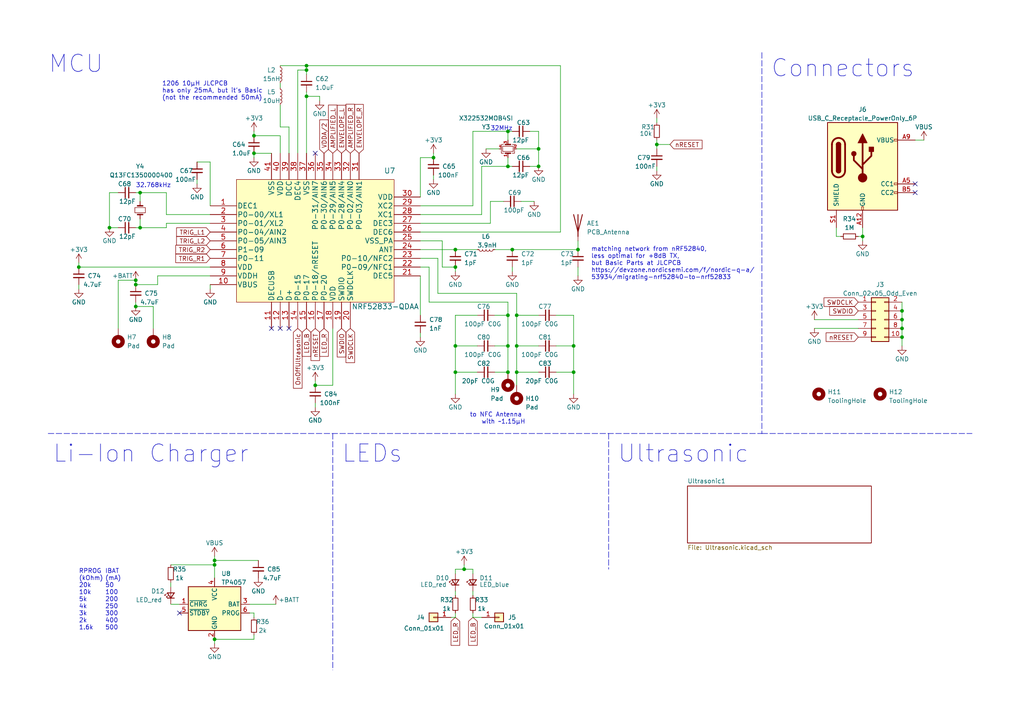
<source format=kicad_sch>
(kicad_sch (version 20230121) (generator eeschema)

  (uuid e63e39d7-6ac0-4ffd-8aa3-1841a4541b55)

  (paper "A4")

  (title_block
    (title "OBSmini")
    (date "2023-07-03")
    (rev "v0.1")
    (comment 1 "nRF52833-QDAA Ref. Layout (DCDC, VDDH supply)")
    (comment 2 "Referenced from Datasheet and Development Kit")
  )

  (lib_symbols
    (symbol "01_selbstErstellt:NRF52833-QDAA-R7" (pin_names (offset 0.254)) (in_bom yes) (on_board yes)
      (property "Reference" "U" (at 48.26 43.18 0)
        (effects (font (size 1.524 1.524)))
      )
      (property "Value" "NRF52833-QDAA-R7" (at 50.8 40.64 0)
        (effects (font (size 1.524 1.524)))
      )
      (property "Footprint" "01_selbstErstellt:NRF52833-QDAA-R7" (at 60.96 38.1 0)
        (effects (font (size 1.524 1.524)) hide)
      )
      (property "Datasheet" "" (at -7.62 27.94 0)
        (effects (font (size 1.524 1.524)))
      )
      (property "ki_fp_filters" "QFN40_5X5_DQ_NOR QFN40_5X5_DQ_NOR-M QFN40_5X5_DQ_NOR-L" (at 0 0 0)
        (effects (font (size 1.27 1.27)) hide)
      )
      (symbol "NRF52833-QDAA-R7_1_1"
        (rectangle (start 0 35.56) (end 45.72 0)
          (stroke (width 0) (type default))
          (fill (type background))
        )
        (pin power_in line (at -7.62 27.94 0) (length 7.62)
          (name "DEC1" (effects (font (size 1.4986 1.4986))))
          (number "1" (effects (font (size 1.4986 1.4986))))
        )
        (pin power_in line (at -7.62 5.08 0) (length 7.62)
          (name "VBUS" (effects (font (size 1.4986 1.4986))))
          (number "10" (effects (font (size 1.4986 1.4986))))
        )
        (pin power_in line (at 10.16 -7.62 90) (length 7.62)
          (name "DECUSB" (effects (font (size 1.4986 1.4986))))
          (number "11" (effects (font (size 1.4986 1.4986))))
        )
        (pin bidirectional line (at 12.7 -7.62 90) (length 7.62)
          (name "D-" (effects (font (size 1.4986 1.4986))))
          (number "12" (effects (font (size 1.4986 1.4986))))
        )
        (pin bidirectional line (at 15.24 -7.62 90) (length 7.62)
          (name "D+" (effects (font (size 1.4986 1.4986))))
          (number "13" (effects (font (size 1.4986 1.4986))))
        )
        (pin bidirectional line (at 17.78 -7.62 90) (length 7.62)
          (name "P0-15" (effects (font (size 1.4986 1.4986))))
          (number "14" (effects (font (size 1.4986 1.4986))))
        )
        (pin bidirectional line (at 20.32 -7.62 90) (length 7.62)
          (name "P0-17" (effects (font (size 1.4986 1.4986))))
          (number "15" (effects (font (size 1.4986 1.4986))))
        )
        (pin bidirectional line (at 22.86 -7.62 90) (length 7.62)
          (name "P0-18/nRESET" (effects (font (size 1.4986 1.4986))))
          (number "16" (effects (font (size 1.4986 1.4986))))
        )
        (pin bidirectional line (at 25.4 -7.62 90) (length 7.62)
          (name "P0-20" (effects (font (size 1.4986 1.4986))))
          (number "17" (effects (font (size 1.4986 1.4986))))
        )
        (pin power_in line (at 27.94 -7.62 90) (length 7.62)
          (name "VDD" (effects (font (size 1.4986 1.4986))))
          (number "18" (effects (font (size 1.4986 1.4986))))
        )
        (pin bidirectional line (at 30.48 -7.62 90) (length 7.62)
          (name "SWDIO" (effects (font (size 1.4986 1.4986))))
          (number "19" (effects (font (size 1.4986 1.4986))))
        )
        (pin bidirectional line (at -7.62 25.4 0) (length 7.62)
          (name "P0-00/XL1" (effects (font (size 1.4986 1.4986))))
          (number "2" (effects (font (size 1.4986 1.4986))))
        )
        (pin input line (at 33.02 -7.62 90) (length 7.62)
          (name "SWDCLK" (effects (font (size 1.4986 1.4986))))
          (number "20" (effects (font (size 1.4986 1.4986))))
        )
        (pin power_in line (at 53.34 7.62 180) (length 7.62)
          (name "DEC5" (effects (font (size 1.4986 1.4986))))
          (number "21" (effects (font (size 1.4986 1.4986))))
        )
        (pin bidirectional line (at 53.34 10.16 180) (length 7.62)
          (name "P0-09/NFC1" (effects (font (size 1.4986 1.4986))))
          (number "22" (effects (font (size 1.4986 1.4986))))
        )
        (pin bidirectional line (at 53.34 12.7 180) (length 7.62)
          (name "P0-10/NFC2" (effects (font (size 1.4986 1.4986))))
          (number "23" (effects (font (size 1.4986 1.4986))))
        )
        (pin unspecified line (at 53.34 15.24 180) (length 7.62)
          (name "ANT" (effects (font (size 1.4986 1.4986))))
          (number "24" (effects (font (size 1.4986 1.4986))))
        )
        (pin power_in line (at 53.34 17.78 180) (length 7.62)
          (name "VSS_PA" (effects (font (size 1.4986 1.4986))))
          (number "25" (effects (font (size 1.4986 1.4986))))
        )
        (pin power_in line (at 53.34 20.32 180) (length 7.62)
          (name "DEC6" (effects (font (size 1.4986 1.4986))))
          (number "26" (effects (font (size 1.4986 1.4986))))
        )
        (pin power_in line (at 53.34 22.86 180) (length 7.62)
          (name "DEC3" (effects (font (size 1.4986 1.4986))))
          (number "27" (effects (font (size 1.4986 1.4986))))
        )
        (pin input line (at 53.34 25.4 180) (length 7.62)
          (name "XC1" (effects (font (size 1.4986 1.4986))))
          (number "28" (effects (font (size 1.4986 1.4986))))
        )
        (pin input line (at 53.34 27.94 180) (length 7.62)
          (name "XC2" (effects (font (size 1.4986 1.4986))))
          (number "29" (effects (font (size 1.4986 1.4986))))
        )
        (pin bidirectional line (at -7.62 22.86 0) (length 7.62)
          (name "P0-01/XL2" (effects (font (size 1.4986 1.4986))))
          (number "3" (effects (font (size 1.4986 1.4986))))
        )
        (pin power_in line (at 53.34 30.48 180) (length 7.62)
          (name "VDD" (effects (font (size 1.4986 1.4986))))
          (number "30" (effects (font (size 1.4986 1.4986))))
        )
        (pin bidirectional line (at 35.56 43.18 270) (length 7.62)
          (name "P0-03/AIN1" (effects (font (size 1.4986 1.4986))))
          (number "31" (effects (font (size 1.4986 1.4986))))
        )
        (pin bidirectional line (at 33.02 43.18 270) (length 7.62)
          (name "P0-02/AIN0" (effects (font (size 1.4986 1.4986))))
          (number "32" (effects (font (size 1.4986 1.4986))))
        )
        (pin bidirectional line (at 30.48 43.18 270) (length 7.62)
          (name "P0-28/AIN4" (effects (font (size 1.4986 1.4986))))
          (number "33" (effects (font (size 1.4986 1.4986))))
        )
        (pin bidirectional line (at 27.94 43.18 270) (length 7.62)
          (name "P0-29/AIN5" (effects (font (size 1.4986 1.4986))))
          (number "34" (effects (font (size 1.4986 1.4986))))
        )
        (pin bidirectional line (at 25.4 43.18 270) (length 7.62)
          (name "P0-30/AIN6" (effects (font (size 1.4986 1.4986))))
          (number "35" (effects (font (size 1.4986 1.4986))))
        )
        (pin bidirectional line (at 22.86 43.18 270) (length 7.62)
          (name "P0-31/AIN7" (effects (font (size 1.4986 1.4986))))
          (number "36" (effects (font (size 1.4986 1.4986))))
        )
        (pin power_in line (at 20.32 43.18 270) (length 7.62)
          (name "VSS" (effects (font (size 1.4986 1.4986))))
          (number "37" (effects (font (size 1.4986 1.4986))))
        )
        (pin power_in line (at 17.78 43.18 270) (length 7.62)
          (name "DEC4" (effects (font (size 1.4986 1.4986))))
          (number "38" (effects (font (size 1.4986 1.4986))))
        )
        (pin power_in line (at 15.24 43.18 270) (length 7.62)
          (name "DCC" (effects (font (size 1.4986 1.4986))))
          (number "39" (effects (font (size 1.4986 1.4986))))
        )
        (pin bidirectional line (at -7.62 20.32 0) (length 7.62)
          (name "P0-04/AIN2" (effects (font (size 1.4986 1.4986))))
          (number "4" (effects (font (size 1.4986 1.4986))))
        )
        (pin power_in line (at 12.7 43.18 270) (length 7.62)
          (name "VDD" (effects (font (size 1.4986 1.4986))))
          (number "40" (effects (font (size 1.4986 1.4986))))
        )
        (pin power_in line (at 10.16 43.18 270) (length 7.62)
          (name "VSS" (effects (font (size 1.4986 1.4986))))
          (number "41" (effects (font (size 1.4986 1.4986))))
        )
        (pin bidirectional line (at -7.62 17.78 0) (length 7.62)
          (name "P0-05/AIN3" (effects (font (size 1.4986 1.4986))))
          (number "5" (effects (font (size 1.4986 1.4986))))
        )
        (pin bidirectional line (at -7.62 15.24 0) (length 7.62)
          (name "P1-09" (effects (font (size 1.4986 1.4986))))
          (number "6" (effects (font (size 1.4986 1.4986))))
        )
        (pin bidirectional line (at -7.62 12.7 0) (length 7.62)
          (name "P0-11" (effects (font (size 1.4986 1.4986))))
          (number "7" (effects (font (size 1.4986 1.4986))))
        )
        (pin power_in line (at -7.62 10.16 0) (length 7.62)
          (name "VDD" (effects (font (size 1.4986 1.4986))))
          (number "8" (effects (font (size 1.4986 1.4986))))
        )
        (pin power_in line (at -7.62 7.62 0) (length 7.62)
          (name "VDDH" (effects (font (size 1.4986 1.4986))))
          (number "9" (effects (font (size 1.4986 1.4986))))
        )
      )
    )
    (symbol "06_custom:TP4057" (pin_names (offset 0.254)) (in_bom yes) (on_board yes)
      (property "Reference" "U" (at -5.842 6.604 0)
        (effects (font (size 1.27 1.27)))
      )
      (property "Value" "TP4057" (at 1.524 6.604 0)
        (effects (font (size 1.27 1.27)) (justify left))
      )
      (property "Footprint" "Package_TO_SOT_SMD:TSOT-23-6" (at 0 -12.7 0)
        (effects (font (size 1.27 1.27)) hide)
      )
      (property "Datasheet" "https://datasheet.lcsc.com/lcsc/1811021622_TOPPOWER-Nanjing-Extension-Microelectronics-TP4057-42-SOT26-R_C12044.pdf" (at 0 -10.16 0)
        (effects (font (size 1.27 1.27)) hide)
      )
      (property "ki_keywords" "Constant-current constant-voltage linear charger single cell lithium-ion battery" (at 0 0 0)
        (effects (font (size 1.27 1.27)) hide)
      )
      (property "ki_description" "Constant-current/constant-voltage linear charger for single cell lithium-ion batteries with 2.9V Trickle Charge, 4.5V to 6.5V VDD, -40 to +85 degree Celcius, TSOT-23-5" (at 0 0 0)
        (effects (font (size 1.27 1.27)) hide)
      )
      (property "ki_fp_filters" "TSOT?23*" (at 0 0 0)
        (effects (font (size 1.27 1.27)) hide)
      )
      (symbol "TP4057_0_1"
        (rectangle (start -7.62 5.08) (end 7.62 -7.62)
          (stroke (width 0.254) (type default))
          (fill (type background))
        )
      )
      (symbol "TP4057_1_1"
        (pin open_collector line (at -10.16 0 0) (length 2.54)
          (name "~{CHRG}" (effects (font (size 1.27 1.27))))
          (number "1" (effects (font (size 1.27 1.27))))
        )
        (pin power_in line (at 0 -10.16 90) (length 2.54)
          (name "GND" (effects (font (size 1.27 1.27))))
          (number "2" (effects (font (size 1.27 1.27))))
        )
        (pin power_out line (at 10.16 0 180) (length 2.54)
          (name "BAT" (effects (font (size 1.27 1.27))))
          (number "3" (effects (font (size 1.27 1.27))))
        )
        (pin power_in line (at 0 7.62 270) (length 2.54)
          (name "VCC" (effects (font (size 1.27 1.27))))
          (number "4" (effects (font (size 1.27 1.27))))
        )
        (pin open_collector line (at -10.16 -2.54 0) (length 2.54)
          (name "~{STDBY}" (effects (font (size 1.27 1.27))))
          (number "5" (effects (font (size 1.27 1.27))))
        )
        (pin bidirectional line (at 10.16 -2.54 180) (length 2.54)
          (name "PROG" (effects (font (size 1.27 1.27))))
          (number "6" (effects (font (size 1.27 1.27))))
        )
      )
    )
    (symbol "Connector:USB_C_Receptacle_PowerOnly_6P" (pin_names (offset 1.016)) (in_bom yes) (on_board yes)
      (property "Reference" "J" (at 0 16.51 0)
        (effects (font (size 1.27 1.27)) (justify bottom))
      )
      (property "Value" "USB_C_Receptacle_PowerOnly_6P" (at 0 13.97 0)
        (effects (font (size 1.27 1.27)) (justify bottom))
      )
      (property "Footprint" "" (at 3.81 2.54 0)
        (effects (font (size 1.27 1.27)) hide)
      )
      (property "Datasheet" "https://www.usb.org/sites/default/files/documents/usb_type-c.zip" (at 0 0 0)
        (effects (font (size 1.27 1.27)) hide)
      )
      (property "ki_keywords" "usb universal serial bus type-C power-only charging-only 6P 6C" (at 0 0 0)
        (effects (font (size 1.27 1.27)) hide)
      )
      (property "ki_description" "USB Power-Only 6P Type-C Receptacle connector" (at 0 0 0)
        (effects (font (size 1.27 1.27)) hide)
      )
      (property "ki_fp_filters" "USB*C*Receptacle*" (at 0 0 0)
        (effects (font (size 1.27 1.27)) hide)
      )
      (symbol "USB_C_Receptacle_PowerOnly_6P_0_0"
        (rectangle (start -0.254 -12.7) (end 0.254 -11.684)
          (stroke (width 0) (type default))
          (fill (type none))
        )
        (rectangle (start 10.16 -7.366) (end 9.144 -7.874)
          (stroke (width 0) (type default))
          (fill (type none))
        )
        (rectangle (start 10.16 -4.826) (end 9.144 -5.334)
          (stroke (width 0) (type default))
          (fill (type none))
        )
        (rectangle (start 10.16 7.874) (end 9.144 7.366)
          (stroke (width 0) (type default))
          (fill (type none))
        )
      )
      (symbol "USB_C_Receptacle_PowerOnly_6P_0_1"
        (rectangle (start -10.16 12.7) (end 10.16 -12.7)
          (stroke (width 0.254) (type default))
          (fill (type background))
        )
        (arc (start -8.89 -1.27) (mid -6.985 -3.1667) (end -5.08 -1.27)
          (stroke (width 0.508) (type default))
          (fill (type none))
        )
        (arc (start -7.62 -1.27) (mid -6.985 -1.9023) (end -6.35 -1.27)
          (stroke (width 0.254) (type default))
          (fill (type none))
        )
        (arc (start -7.62 -1.27) (mid -6.985 -1.9023) (end -6.35 -1.27)
          (stroke (width 0.254) (type default))
          (fill (type outline))
        )
        (rectangle (start -7.62 -1.27) (end -6.35 6.35)
          (stroke (width 0.254) (type default))
          (fill (type outline))
        )
        (arc (start -6.35 6.35) (mid -6.985 6.9823) (end -7.62 6.35)
          (stroke (width 0.254) (type default))
          (fill (type none))
        )
        (arc (start -6.35 6.35) (mid -6.985 6.9823) (end -7.62 6.35)
          (stroke (width 0.254) (type default))
          (fill (type outline))
        )
        (arc (start -5.08 6.35) (mid -6.985 8.2467) (end -8.89 6.35)
          (stroke (width 0.508) (type default))
          (fill (type none))
        )
        (circle (center -2.54 3.683) (radius 0.635)
          (stroke (width 0.254) (type default))
          (fill (type outline))
        )
        (circle (center 0 -3.302) (radius 1.27)
          (stroke (width 0) (type default))
          (fill (type outline))
        )
        (polyline
          (pts
            (xy -8.89 -1.27)
            (xy -8.89 6.35)
          )
          (stroke (width 0.508) (type default))
          (fill (type none))
        )
        (polyline
          (pts
            (xy -5.08 6.35)
            (xy -5.08 -1.27)
          )
          (stroke (width 0.508) (type default))
          (fill (type none))
        )
        (polyline
          (pts
            (xy 0 -3.302)
            (xy 0 6.858)
          )
          (stroke (width 0.508) (type default))
          (fill (type none))
        )
        (polyline
          (pts
            (xy 0 -0.762)
            (xy -2.54 1.778)
            (xy -2.54 3.048)
          )
          (stroke (width 0.508) (type default))
          (fill (type none))
        )
        (polyline
          (pts
            (xy 0 0.508)
            (xy 2.54 3.048)
            (xy 2.54 4.318)
          )
          (stroke (width 0.508) (type default))
          (fill (type none))
        )
        (polyline
          (pts
            (xy -1.27 6.858)
            (xy 0 9.398)
            (xy 1.27 6.858)
            (xy -1.27 6.858)
          )
          (stroke (width 0.254) (type default))
          (fill (type outline))
        )
        (rectangle (start 1.905 4.318) (end 3.175 5.588)
          (stroke (width 0.254) (type default))
          (fill (type outline))
        )
      )
      (symbol "USB_C_Receptacle_PowerOnly_6P_1_1"
        (pin passive line (at 0 -17.78 90) (length 5.08)
          (name "GND" (effects (font (size 1.27 1.27))))
          (number "A12" (effects (font (size 1.27 1.27))))
        )
        (pin bidirectional line (at 15.24 -5.08 180) (length 5.08)
          (name "CC1" (effects (font (size 1.27 1.27))))
          (number "A5" (effects (font (size 1.27 1.27))))
        )
        (pin passive line (at 15.24 7.62 180) (length 5.08)
          (name "VBUS" (effects (font (size 1.27 1.27))))
          (number "A9" (effects (font (size 1.27 1.27))))
        )
        (pin passive line (at 0 -17.78 90) (length 5.08) hide
          (name "GND" (effects (font (size 1.27 1.27))))
          (number "B12" (effects (font (size 1.27 1.27))))
        )
        (pin bidirectional line (at 15.24 -7.62 180) (length 5.08)
          (name "CC2" (effects (font (size 1.27 1.27))))
          (number "B5" (effects (font (size 1.27 1.27))))
        )
        (pin passive line (at 15.24 7.62 180) (length 5.08) hide
          (name "VBUS" (effects (font (size 1.27 1.27))))
          (number "B9" (effects (font (size 1.27 1.27))))
        )
        (pin passive line (at -7.62 -17.78 90) (length 5.08)
          (name "SHIELD" (effects (font (size 1.27 1.27))))
          (number "S1" (effects (font (size 1.27 1.27))))
        )
      )
    )
    (symbol "Connector_Generic:Conn_01x01" (pin_names (offset 1.016) hide) (in_bom yes) (on_board yes)
      (property "Reference" "J" (at 0 2.54 0)
        (effects (font (size 1.27 1.27)))
      )
      (property "Value" "Conn_01x01" (at 0 -2.54 0)
        (effects (font (size 1.27 1.27)))
      )
      (property "Footprint" "" (at 0 0 0)
        (effects (font (size 1.27 1.27)) hide)
      )
      (property "Datasheet" "~" (at 0 0 0)
        (effects (font (size 1.27 1.27)) hide)
      )
      (property "ki_keywords" "connector" (at 0 0 0)
        (effects (font (size 1.27 1.27)) hide)
      )
      (property "ki_description" "Generic connector, single row, 01x01, script generated (kicad-library-utils/schlib/autogen/connector/)" (at 0 0 0)
        (effects (font (size 1.27 1.27)) hide)
      )
      (property "ki_fp_filters" "Connector*:*_1x??_*" (at 0 0 0)
        (effects (font (size 1.27 1.27)) hide)
      )
      (symbol "Conn_01x01_1_1"
        (rectangle (start -1.27 0.127) (end 0 -0.127)
          (stroke (width 0.1524) (type default))
          (fill (type none))
        )
        (rectangle (start -1.27 1.27) (end 1.27 -1.27)
          (stroke (width 0.254) (type default))
          (fill (type background))
        )
        (pin passive line (at -5.08 0 0) (length 3.81)
          (name "Pin_1" (effects (font (size 1.27 1.27))))
          (number "1" (effects (font (size 1.27 1.27))))
        )
      )
    )
    (symbol "Connector_Generic:Conn_02x05_Odd_Even" (pin_names (offset 1.016) hide) (in_bom yes) (on_board yes)
      (property "Reference" "J" (at 1.27 7.62 0)
        (effects (font (size 1.27 1.27)))
      )
      (property "Value" "Conn_02x05_Odd_Even" (at 1.27 -7.62 0)
        (effects (font (size 1.27 1.27)))
      )
      (property "Footprint" "" (at 0 0 0)
        (effects (font (size 1.27 1.27)) hide)
      )
      (property "Datasheet" "~" (at 0 0 0)
        (effects (font (size 1.27 1.27)) hide)
      )
      (property "ki_keywords" "connector" (at 0 0 0)
        (effects (font (size 1.27 1.27)) hide)
      )
      (property "ki_description" "Generic connector, double row, 02x05, odd/even pin numbering scheme (row 1 odd numbers, row 2 even numbers), script generated (kicad-library-utils/schlib/autogen/connector/)" (at 0 0 0)
        (effects (font (size 1.27 1.27)) hide)
      )
      (property "ki_fp_filters" "Connector*:*_2x??_*" (at 0 0 0)
        (effects (font (size 1.27 1.27)) hide)
      )
      (symbol "Conn_02x05_Odd_Even_1_1"
        (rectangle (start -1.27 -4.953) (end 0 -5.207)
          (stroke (width 0.1524) (type default))
          (fill (type none))
        )
        (rectangle (start -1.27 -2.413) (end 0 -2.667)
          (stroke (width 0.1524) (type default))
          (fill (type none))
        )
        (rectangle (start -1.27 0.127) (end 0 -0.127)
          (stroke (width 0.1524) (type default))
          (fill (type none))
        )
        (rectangle (start -1.27 2.667) (end 0 2.413)
          (stroke (width 0.1524) (type default))
          (fill (type none))
        )
        (rectangle (start -1.27 5.207) (end 0 4.953)
          (stroke (width 0.1524) (type default))
          (fill (type none))
        )
        (rectangle (start -1.27 6.35) (end 3.81 -6.35)
          (stroke (width 0.254) (type default))
          (fill (type background))
        )
        (rectangle (start 3.81 -4.953) (end 2.54 -5.207)
          (stroke (width 0.1524) (type default))
          (fill (type none))
        )
        (rectangle (start 3.81 -2.413) (end 2.54 -2.667)
          (stroke (width 0.1524) (type default))
          (fill (type none))
        )
        (rectangle (start 3.81 0.127) (end 2.54 -0.127)
          (stroke (width 0.1524) (type default))
          (fill (type none))
        )
        (rectangle (start 3.81 2.667) (end 2.54 2.413)
          (stroke (width 0.1524) (type default))
          (fill (type none))
        )
        (rectangle (start 3.81 5.207) (end 2.54 4.953)
          (stroke (width 0.1524) (type default))
          (fill (type none))
        )
        (pin passive line (at -5.08 5.08 0) (length 3.81)
          (name "Pin_1" (effects (font (size 1.27 1.27))))
          (number "1" (effects (font (size 1.27 1.27))))
        )
        (pin passive line (at 7.62 -5.08 180) (length 3.81)
          (name "Pin_10" (effects (font (size 1.27 1.27))))
          (number "10" (effects (font (size 1.27 1.27))))
        )
        (pin passive line (at 7.62 5.08 180) (length 3.81)
          (name "Pin_2" (effects (font (size 1.27 1.27))))
          (number "2" (effects (font (size 1.27 1.27))))
        )
        (pin passive line (at -5.08 2.54 0) (length 3.81)
          (name "Pin_3" (effects (font (size 1.27 1.27))))
          (number "3" (effects (font (size 1.27 1.27))))
        )
        (pin passive line (at 7.62 2.54 180) (length 3.81)
          (name "Pin_4" (effects (font (size 1.27 1.27))))
          (number "4" (effects (font (size 1.27 1.27))))
        )
        (pin passive line (at -5.08 0 0) (length 3.81)
          (name "Pin_5" (effects (font (size 1.27 1.27))))
          (number "5" (effects (font (size 1.27 1.27))))
        )
        (pin passive line (at 7.62 0 180) (length 3.81)
          (name "Pin_6" (effects (font (size 1.27 1.27))))
          (number "6" (effects (font (size 1.27 1.27))))
        )
        (pin passive line (at -5.08 -2.54 0) (length 3.81)
          (name "Pin_7" (effects (font (size 1.27 1.27))))
          (number "7" (effects (font (size 1.27 1.27))))
        )
        (pin passive line (at 7.62 -2.54 180) (length 3.81)
          (name "Pin_8" (effects (font (size 1.27 1.27))))
          (number "8" (effects (font (size 1.27 1.27))))
        )
        (pin passive line (at -5.08 -5.08 0) (length 3.81)
          (name "Pin_9" (effects (font (size 1.27 1.27))))
          (number "9" (effects (font (size 1.27 1.27))))
        )
      )
    )
    (symbol "Device:Antenna" (pin_numbers hide) (pin_names (offset 1.016) hide) (in_bom yes) (on_board yes)
      (property "Reference" "AE" (at -1.905 1.905 0)
        (effects (font (size 1.27 1.27)) (justify right))
      )
      (property "Value" "Antenna" (at -1.905 0 0)
        (effects (font (size 1.27 1.27)) (justify right))
      )
      (property "Footprint" "" (at 0 0 0)
        (effects (font (size 1.27 1.27)) hide)
      )
      (property "Datasheet" "~" (at 0 0 0)
        (effects (font (size 1.27 1.27)) hide)
      )
      (property "ki_keywords" "antenna" (at 0 0 0)
        (effects (font (size 1.27 1.27)) hide)
      )
      (property "ki_description" "Antenna" (at 0 0 0)
        (effects (font (size 1.27 1.27)) hide)
      )
      (symbol "Antenna_0_1"
        (polyline
          (pts
            (xy 0 2.54)
            (xy 0 -3.81)
          )
          (stroke (width 0.254) (type default))
          (fill (type none))
        )
        (polyline
          (pts
            (xy 1.27 2.54)
            (xy 0 -2.54)
            (xy -1.27 2.54)
          )
          (stroke (width 0.254) (type default))
          (fill (type none))
        )
      )
      (symbol "Antenna_1_1"
        (pin input line (at 0 -5.08 90) (length 2.54)
          (name "A" (effects (font (size 1.27 1.27))))
          (number "1" (effects (font (size 1.27 1.27))))
        )
      )
    )
    (symbol "Device:C_Small" (pin_numbers hide) (pin_names (offset 0.254) hide) (in_bom yes) (on_board yes)
      (property "Reference" "C" (at 0.254 1.778 0)
        (effects (font (size 1.27 1.27)) (justify left))
      )
      (property "Value" "C_Small" (at 0.254 -2.032 0)
        (effects (font (size 1.27 1.27)) (justify left))
      )
      (property "Footprint" "" (at 0 0 0)
        (effects (font (size 1.27 1.27)) hide)
      )
      (property "Datasheet" "~" (at 0 0 0)
        (effects (font (size 1.27 1.27)) hide)
      )
      (property "ki_keywords" "capacitor cap" (at 0 0 0)
        (effects (font (size 1.27 1.27)) hide)
      )
      (property "ki_description" "Unpolarized capacitor, small symbol" (at 0 0 0)
        (effects (font (size 1.27 1.27)) hide)
      )
      (property "ki_fp_filters" "C_*" (at 0 0 0)
        (effects (font (size 1.27 1.27)) hide)
      )
      (symbol "C_Small_0_1"
        (polyline
          (pts
            (xy -1.524 -0.508)
            (xy 1.524 -0.508)
          )
          (stroke (width 0.3302) (type default))
          (fill (type none))
        )
        (polyline
          (pts
            (xy -1.524 0.508)
            (xy 1.524 0.508)
          )
          (stroke (width 0.3048) (type default))
          (fill (type none))
        )
      )
      (symbol "C_Small_1_1"
        (pin passive line (at 0 2.54 270) (length 2.032)
          (name "~" (effects (font (size 1.27 1.27))))
          (number "1" (effects (font (size 1.27 1.27))))
        )
        (pin passive line (at 0 -2.54 90) (length 2.032)
          (name "~" (effects (font (size 1.27 1.27))))
          (number "2" (effects (font (size 1.27 1.27))))
        )
      )
    )
    (symbol "Device:Crystal_GND24_Small" (pin_names (offset 1.016) hide) (in_bom yes) (on_board yes)
      (property "Reference" "Y" (at 1.27 4.445 0)
        (effects (font (size 1.27 1.27)) (justify left))
      )
      (property "Value" "Crystal_GND24_Small" (at 1.27 2.54 0)
        (effects (font (size 1.27 1.27)) (justify left))
      )
      (property "Footprint" "" (at 0 0 0)
        (effects (font (size 1.27 1.27)) hide)
      )
      (property "Datasheet" "~" (at 0 0 0)
        (effects (font (size 1.27 1.27)) hide)
      )
      (property "ki_keywords" "quartz ceramic resonator oscillator" (at 0 0 0)
        (effects (font (size 1.27 1.27)) hide)
      )
      (property "ki_description" "Four pin crystal, GND on pins 2 and 4, small symbol" (at 0 0 0)
        (effects (font (size 1.27 1.27)) hide)
      )
      (property "ki_fp_filters" "Crystal*" (at 0 0 0)
        (effects (font (size 1.27 1.27)) hide)
      )
      (symbol "Crystal_GND24_Small_0_1"
        (rectangle (start -0.762 -1.524) (end 0.762 1.524)
          (stroke (width 0) (type default))
          (fill (type none))
        )
        (polyline
          (pts
            (xy -1.27 -0.762)
            (xy -1.27 0.762)
          )
          (stroke (width 0.381) (type default))
          (fill (type none))
        )
        (polyline
          (pts
            (xy 1.27 -0.762)
            (xy 1.27 0.762)
          )
          (stroke (width 0.381) (type default))
          (fill (type none))
        )
        (polyline
          (pts
            (xy -1.27 -1.27)
            (xy -1.27 -1.905)
            (xy 1.27 -1.905)
            (xy 1.27 -1.27)
          )
          (stroke (width 0) (type default))
          (fill (type none))
        )
        (polyline
          (pts
            (xy -1.27 1.27)
            (xy -1.27 1.905)
            (xy 1.27 1.905)
            (xy 1.27 1.27)
          )
          (stroke (width 0) (type default))
          (fill (type none))
        )
      )
      (symbol "Crystal_GND24_Small_1_1"
        (pin passive line (at -2.54 0 0) (length 1.27)
          (name "1" (effects (font (size 1.27 1.27))))
          (number "1" (effects (font (size 0.762 0.762))))
        )
        (pin passive line (at 0 -2.54 90) (length 0.635)
          (name "2" (effects (font (size 1.27 1.27))))
          (number "2" (effects (font (size 0.762 0.762))))
        )
        (pin passive line (at 2.54 0 180) (length 1.27)
          (name "3" (effects (font (size 1.27 1.27))))
          (number "3" (effects (font (size 0.762 0.762))))
        )
        (pin passive line (at 0 2.54 270) (length 0.635)
          (name "4" (effects (font (size 1.27 1.27))))
          (number "4" (effects (font (size 0.762 0.762))))
        )
      )
    )
    (symbol "Device:Crystal_Small" (pin_numbers hide) (pin_names (offset 1.016) hide) (in_bom yes) (on_board yes)
      (property "Reference" "Y" (at 0 2.54 0)
        (effects (font (size 1.27 1.27)))
      )
      (property "Value" "Crystal_Small" (at 0 -2.54 0)
        (effects (font (size 1.27 1.27)))
      )
      (property "Footprint" "" (at 0 0 0)
        (effects (font (size 1.27 1.27)) hide)
      )
      (property "Datasheet" "~" (at 0 0 0)
        (effects (font (size 1.27 1.27)) hide)
      )
      (property "ki_keywords" "quartz ceramic resonator oscillator" (at 0 0 0)
        (effects (font (size 1.27 1.27)) hide)
      )
      (property "ki_description" "Two pin crystal, small symbol" (at 0 0 0)
        (effects (font (size 1.27 1.27)) hide)
      )
      (property "ki_fp_filters" "Crystal*" (at 0 0 0)
        (effects (font (size 1.27 1.27)) hide)
      )
      (symbol "Crystal_Small_0_1"
        (rectangle (start -0.762 -1.524) (end 0.762 1.524)
          (stroke (width 0) (type default))
          (fill (type none))
        )
        (polyline
          (pts
            (xy -1.27 -0.762)
            (xy -1.27 0.762)
          )
          (stroke (width 0.381) (type default))
          (fill (type none))
        )
        (polyline
          (pts
            (xy 1.27 -0.762)
            (xy 1.27 0.762)
          )
          (stroke (width 0.381) (type default))
          (fill (type none))
        )
      )
      (symbol "Crystal_Small_1_1"
        (pin passive line (at -2.54 0 0) (length 1.27)
          (name "1" (effects (font (size 1.27 1.27))))
          (number "1" (effects (font (size 1.27 1.27))))
        )
        (pin passive line (at 2.54 0 180) (length 1.27)
          (name "2" (effects (font (size 1.27 1.27))))
          (number "2" (effects (font (size 1.27 1.27))))
        )
      )
    )
    (symbol "Device:LED_Small" (pin_numbers hide) (pin_names (offset 0.254) hide) (in_bom yes) (on_board yes)
      (property "Reference" "D" (at -1.27 3.175 0)
        (effects (font (size 1.27 1.27)) (justify left))
      )
      (property "Value" "LED_Small" (at -4.445 -2.54 0)
        (effects (font (size 1.27 1.27)) (justify left))
      )
      (property "Footprint" "" (at 0 0 90)
        (effects (font (size 1.27 1.27)) hide)
      )
      (property "Datasheet" "~" (at 0 0 90)
        (effects (font (size 1.27 1.27)) hide)
      )
      (property "ki_keywords" "LED diode light-emitting-diode" (at 0 0 0)
        (effects (font (size 1.27 1.27)) hide)
      )
      (property "ki_description" "Light emitting diode, small symbol" (at 0 0 0)
        (effects (font (size 1.27 1.27)) hide)
      )
      (property "ki_fp_filters" "LED* LED_SMD:* LED_THT:*" (at 0 0 0)
        (effects (font (size 1.27 1.27)) hide)
      )
      (symbol "LED_Small_0_1"
        (polyline
          (pts
            (xy -0.762 -1.016)
            (xy -0.762 1.016)
          )
          (stroke (width 0.254) (type default))
          (fill (type none))
        )
        (polyline
          (pts
            (xy 1.016 0)
            (xy -0.762 0)
          )
          (stroke (width 0) (type default))
          (fill (type none))
        )
        (polyline
          (pts
            (xy 0.762 -1.016)
            (xy -0.762 0)
            (xy 0.762 1.016)
            (xy 0.762 -1.016)
          )
          (stroke (width 0.254) (type default))
          (fill (type none))
        )
        (polyline
          (pts
            (xy 0 0.762)
            (xy -0.508 1.27)
            (xy -0.254 1.27)
            (xy -0.508 1.27)
            (xy -0.508 1.016)
          )
          (stroke (width 0) (type default))
          (fill (type none))
        )
        (polyline
          (pts
            (xy 0.508 1.27)
            (xy 0 1.778)
            (xy 0.254 1.778)
            (xy 0 1.778)
            (xy 0 1.524)
          )
          (stroke (width 0) (type default))
          (fill (type none))
        )
      )
      (symbol "LED_Small_1_1"
        (pin passive line (at -2.54 0 0) (length 1.778)
          (name "K" (effects (font (size 1.27 1.27))))
          (number "1" (effects (font (size 1.27 1.27))))
        )
        (pin passive line (at 2.54 0 180) (length 1.778)
          (name "A" (effects (font (size 1.27 1.27))))
          (number "2" (effects (font (size 1.27 1.27))))
        )
      )
    )
    (symbol "Device:L_Small" (pin_numbers hide) (pin_names (offset 0.254) hide) (in_bom yes) (on_board yes)
      (property "Reference" "L" (at 0.762 1.016 0)
        (effects (font (size 1.27 1.27)) (justify left))
      )
      (property "Value" "L_Small" (at 0.762 -1.016 0)
        (effects (font (size 1.27 1.27)) (justify left))
      )
      (property "Footprint" "" (at 0 0 0)
        (effects (font (size 1.27 1.27)) hide)
      )
      (property "Datasheet" "~" (at 0 0 0)
        (effects (font (size 1.27 1.27)) hide)
      )
      (property "ki_keywords" "inductor choke coil reactor magnetic" (at 0 0 0)
        (effects (font (size 1.27 1.27)) hide)
      )
      (property "ki_description" "Inductor, small symbol" (at 0 0 0)
        (effects (font (size 1.27 1.27)) hide)
      )
      (property "ki_fp_filters" "Choke_* *Coil* Inductor_* L_*" (at 0 0 0)
        (effects (font (size 1.27 1.27)) hide)
      )
      (symbol "L_Small_0_1"
        (arc (start 0 -2.032) (mid 0.5058 -1.524) (end 0 -1.016)
          (stroke (width 0) (type default))
          (fill (type none))
        )
        (arc (start 0 -1.016) (mid 0.5058 -0.508) (end 0 0)
          (stroke (width 0) (type default))
          (fill (type none))
        )
        (arc (start 0 0) (mid 0.5058 0.508) (end 0 1.016)
          (stroke (width 0) (type default))
          (fill (type none))
        )
        (arc (start 0 1.016) (mid 0.5058 1.524) (end 0 2.032)
          (stroke (width 0) (type default))
          (fill (type none))
        )
      )
      (symbol "L_Small_1_1"
        (pin passive line (at 0 2.54 270) (length 0.508)
          (name "~" (effects (font (size 1.27 1.27))))
          (number "1" (effects (font (size 1.27 1.27))))
        )
        (pin passive line (at 0 -2.54 90) (length 0.508)
          (name "~" (effects (font (size 1.27 1.27))))
          (number "2" (effects (font (size 1.27 1.27))))
        )
      )
    )
    (symbol "Device:R_Small" (pin_numbers hide) (pin_names (offset 0.254) hide) (in_bom yes) (on_board yes)
      (property "Reference" "R" (at 0.762 0.508 0)
        (effects (font (size 1.27 1.27)) (justify left))
      )
      (property "Value" "R_Small" (at 0.762 -1.016 0)
        (effects (font (size 1.27 1.27)) (justify left))
      )
      (property "Footprint" "" (at 0 0 0)
        (effects (font (size 1.27 1.27)) hide)
      )
      (property "Datasheet" "~" (at 0 0 0)
        (effects (font (size 1.27 1.27)) hide)
      )
      (property "ki_keywords" "R resistor" (at 0 0 0)
        (effects (font (size 1.27 1.27)) hide)
      )
      (property "ki_description" "Resistor, small symbol" (at 0 0 0)
        (effects (font (size 1.27 1.27)) hide)
      )
      (property "ki_fp_filters" "R_*" (at 0 0 0)
        (effects (font (size 1.27 1.27)) hide)
      )
      (symbol "R_Small_0_1"
        (rectangle (start -0.762 1.778) (end 0.762 -1.778)
          (stroke (width 0.2032) (type default))
          (fill (type none))
        )
      )
      (symbol "R_Small_1_1"
        (pin passive line (at 0 2.54 270) (length 0.762)
          (name "~" (effects (font (size 1.27 1.27))))
          (number "1" (effects (font (size 1.27 1.27))))
        )
        (pin passive line (at 0 -2.54 90) (length 0.762)
          (name "~" (effects (font (size 1.27 1.27))))
          (number "2" (effects (font (size 1.27 1.27))))
        )
      )
    )
    (symbol "Mechanical:MountingHole" (pin_names (offset 1.016)) (in_bom yes) (on_board yes)
      (property "Reference" "H" (at 0 5.08 0)
        (effects (font (size 1.27 1.27)))
      )
      (property "Value" "MountingHole" (at 0 3.175 0)
        (effects (font (size 1.27 1.27)))
      )
      (property "Footprint" "" (at 0 0 0)
        (effects (font (size 1.27 1.27)) hide)
      )
      (property "Datasheet" "~" (at 0 0 0)
        (effects (font (size 1.27 1.27)) hide)
      )
      (property "ki_keywords" "mounting hole" (at 0 0 0)
        (effects (font (size 1.27 1.27)) hide)
      )
      (property "ki_description" "Mounting Hole without connection" (at 0 0 0)
        (effects (font (size 1.27 1.27)) hide)
      )
      (property "ki_fp_filters" "MountingHole*" (at 0 0 0)
        (effects (font (size 1.27 1.27)) hide)
      )
      (symbol "MountingHole_0_1"
        (circle (center 0 0) (radius 1.27)
          (stroke (width 1.27) (type default))
          (fill (type none))
        )
      )
    )
    (symbol "Mechanical:MountingHole_Pad" (pin_numbers hide) (pin_names (offset 1.016) hide) (in_bom yes) (on_board yes)
      (property "Reference" "H" (at 0 6.35 0)
        (effects (font (size 1.27 1.27)))
      )
      (property "Value" "MountingHole_Pad" (at 0 4.445 0)
        (effects (font (size 1.27 1.27)))
      )
      (property "Footprint" "" (at 0 0 0)
        (effects (font (size 1.27 1.27)) hide)
      )
      (property "Datasheet" "~" (at 0 0 0)
        (effects (font (size 1.27 1.27)) hide)
      )
      (property "ki_keywords" "mounting hole" (at 0 0 0)
        (effects (font (size 1.27 1.27)) hide)
      )
      (property "ki_description" "Mounting Hole with connection" (at 0 0 0)
        (effects (font (size 1.27 1.27)) hide)
      )
      (property "ki_fp_filters" "MountingHole*Pad*" (at 0 0 0)
        (effects (font (size 1.27 1.27)) hide)
      )
      (symbol "MountingHole_Pad_0_1"
        (circle (center 0 1.27) (radius 1.27)
          (stroke (width 1.27) (type default))
          (fill (type none))
        )
      )
      (symbol "MountingHole_Pad_1_1"
        (pin input line (at 0 -2.54 90) (length 2.54)
          (name "1" (effects (font (size 1.27 1.27))))
          (number "1" (effects (font (size 1.27 1.27))))
        )
      )
    )
    (symbol "power:+3.3V" (power) (pin_names (offset 0)) (in_bom yes) (on_board yes)
      (property "Reference" "#PWR" (at 0 -3.81 0)
        (effects (font (size 1.27 1.27)) hide)
      )
      (property "Value" "+3.3V" (at 0 3.556 0)
        (effects (font (size 1.27 1.27)))
      )
      (property "Footprint" "" (at 0 0 0)
        (effects (font (size 1.27 1.27)) hide)
      )
      (property "Datasheet" "" (at 0 0 0)
        (effects (font (size 1.27 1.27)) hide)
      )
      (property "ki_keywords" "power-flag" (at 0 0 0)
        (effects (font (size 1.27 1.27)) hide)
      )
      (property "ki_description" "Power symbol creates a global label with name \"+3.3V\"" (at 0 0 0)
        (effects (font (size 1.27 1.27)) hide)
      )
      (symbol "+3.3V_0_1"
        (polyline
          (pts
            (xy -0.762 1.27)
            (xy 0 2.54)
          )
          (stroke (width 0) (type default))
          (fill (type none))
        )
        (polyline
          (pts
            (xy 0 0)
            (xy 0 2.54)
          )
          (stroke (width 0) (type default))
          (fill (type none))
        )
        (polyline
          (pts
            (xy 0 2.54)
            (xy 0.762 1.27)
          )
          (stroke (width 0) (type default))
          (fill (type none))
        )
      )
      (symbol "+3.3V_1_1"
        (pin power_in line (at 0 0 90) (length 0) hide
          (name "+3V3" (effects (font (size 1.27 1.27))))
          (number "1" (effects (font (size 1.27 1.27))))
        )
      )
    )
    (symbol "power:+BATT" (power) (pin_names (offset 0)) (in_bom yes) (on_board yes)
      (property "Reference" "#PWR" (at 0 -3.81 0)
        (effects (font (size 1.27 1.27)) hide)
      )
      (property "Value" "+BATT" (at 0 3.556 0)
        (effects (font (size 1.27 1.27)))
      )
      (property "Footprint" "" (at 0 0 0)
        (effects (font (size 1.27 1.27)) hide)
      )
      (property "Datasheet" "" (at 0 0 0)
        (effects (font (size 1.27 1.27)) hide)
      )
      (property "ki_keywords" "power-flag battery" (at 0 0 0)
        (effects (font (size 1.27 1.27)) hide)
      )
      (property "ki_description" "Power symbol creates a global label with name \"+BATT\"" (at 0 0 0)
        (effects (font (size 1.27 1.27)) hide)
      )
      (symbol "+BATT_0_1"
        (polyline
          (pts
            (xy -0.762 1.27)
            (xy 0 2.54)
          )
          (stroke (width 0) (type default))
          (fill (type none))
        )
        (polyline
          (pts
            (xy 0 0)
            (xy 0 2.54)
          )
          (stroke (width 0) (type default))
          (fill (type none))
        )
        (polyline
          (pts
            (xy 0 2.54)
            (xy 0.762 1.27)
          )
          (stroke (width 0) (type default))
          (fill (type none))
        )
      )
      (symbol "+BATT_1_1"
        (pin power_in line (at 0 0 90) (length 0) hide
          (name "+BATT" (effects (font (size 1.27 1.27))))
          (number "1" (effects (font (size 1.27 1.27))))
        )
      )
    )
    (symbol "power:GND" (power) (pin_names (offset 0)) (in_bom yes) (on_board yes)
      (property "Reference" "#PWR" (at 0 -6.35 0)
        (effects (font (size 1.27 1.27)) hide)
      )
      (property "Value" "GND" (at 0 -3.81 0)
        (effects (font (size 1.27 1.27)))
      )
      (property "Footprint" "" (at 0 0 0)
        (effects (font (size 1.27 1.27)) hide)
      )
      (property "Datasheet" "" (at 0 0 0)
        (effects (font (size 1.27 1.27)) hide)
      )
      (property "ki_keywords" "power-flag" (at 0 0 0)
        (effects (font (size 1.27 1.27)) hide)
      )
      (property "ki_description" "Power symbol creates a global label with name \"GND\" , ground" (at 0 0 0)
        (effects (font (size 1.27 1.27)) hide)
      )
      (symbol "GND_0_1"
        (polyline
          (pts
            (xy 0 0)
            (xy 0 -1.27)
            (xy 1.27 -1.27)
            (xy 0 -2.54)
            (xy -1.27 -1.27)
            (xy 0 -1.27)
          )
          (stroke (width 0) (type default))
          (fill (type none))
        )
      )
      (symbol "GND_1_1"
        (pin power_in line (at 0 0 270) (length 0) hide
          (name "GND" (effects (font (size 1.27 1.27))))
          (number "1" (effects (font (size 1.27 1.27))))
        )
      )
    )
    (symbol "power:VBUS" (power) (pin_names (offset 0)) (in_bom yes) (on_board yes)
      (property "Reference" "#PWR" (at 0 -3.81 0)
        (effects (font (size 1.27 1.27)) hide)
      )
      (property "Value" "VBUS" (at 0 3.81 0)
        (effects (font (size 1.27 1.27)))
      )
      (property "Footprint" "" (at 0 0 0)
        (effects (font (size 1.27 1.27)) hide)
      )
      (property "Datasheet" "" (at 0 0 0)
        (effects (font (size 1.27 1.27)) hide)
      )
      (property "ki_keywords" "global power" (at 0 0 0)
        (effects (font (size 1.27 1.27)) hide)
      )
      (property "ki_description" "Power symbol creates a global label with name \"VBUS\"" (at 0 0 0)
        (effects (font (size 1.27 1.27)) hide)
      )
      (symbol "VBUS_0_1"
        (polyline
          (pts
            (xy -0.762 1.27)
            (xy 0 2.54)
          )
          (stroke (width 0) (type default))
          (fill (type none))
        )
        (polyline
          (pts
            (xy 0 0)
            (xy 0 2.54)
          )
          (stroke (width 0) (type default))
          (fill (type none))
        )
        (polyline
          (pts
            (xy 0 2.54)
            (xy 0.762 1.27)
          )
          (stroke (width 0) (type default))
          (fill (type none))
        )
      )
      (symbol "VBUS_1_1"
        (pin power_in line (at 0 0 90) (length 0) hide
          (name "VBUS" (effects (font (size 1.27 1.27))))
          (number "1" (effects (font (size 1.27 1.27))))
        )
      )
    )
  )

  (junction (at 73.66 39.37) (diameter 0) (color 0 0 0 0)
    (uuid 02906d89-8a88-41a7-b7c5-bf95307c701c)
  )
  (junction (at 149.86 91.44) (diameter 0) (color 0 0 0 0)
    (uuid 048d53d5-f3d1-4cb1-9233-9362193273bd)
  )
  (junction (at 62.23 162.56) (diameter 0) (color 0 0 0 0)
    (uuid 058f39fe-fcdd-407b-a6c2-64bae4b7b87e)
  )
  (junction (at 261.62 90.17) (diameter 0) (color 0 0 0 0)
    (uuid 05cae040-421e-4af0-9570-30d7fadf8c7b)
  )
  (junction (at 39.37 88.9) (diameter 0) (color 0 0 0 0)
    (uuid 07449c68-2fae-4b38-8ddd-82825ad2c35d)
  )
  (junction (at 22.86 77.47) (diameter 0) (color 0 0 0 0)
    (uuid 082b672e-e854-4ab5-8b3e-3255afa3a3bc)
  )
  (junction (at 148.59 72.39) (diameter 0) (color 0 0 0 0)
    (uuid 09c95d45-158c-4926-b9f2-eb1fe418c956)
  )
  (junction (at 132.08 107.95) (diameter 0) (color 0 0 0 0)
    (uuid 117b5800-0e61-4b96-b103-0d197733fa53)
  )
  (junction (at 132.08 77.47) (diameter 0) (color 0 0 0 0)
    (uuid 164a6dcf-acad-4c32-9bd6-4cb79056589e)
  )
  (junction (at 250.19 68.58) (diameter 0) (color 0 0 0 0)
    (uuid 21a85abb-2779-44ec-b623-a3ceb07b05e5)
  )
  (junction (at 88.9 20.32) (diameter 0) (color 0 0 0 0)
    (uuid 257a76f5-d64d-4298-9775-f4f31abe85b1)
  )
  (junction (at 125.73 45.72) (diameter 0) (color 0 0 0 0)
    (uuid 2a808097-f748-47ff-9f9c-f9de1f90b259)
  )
  (junction (at 166.37 107.95) (diameter 0) (color 0 0 0 0)
    (uuid 2c47ca3a-c218-43b2-8cd6-05a3d6c42042)
  )
  (junction (at 261.62 97.79) (diameter 0) (color 0 0 0 0)
    (uuid 301315bc-2d98-492d-9cdd-6715b1d8ae35)
  )
  (junction (at 190.5 41.91) (diameter 0) (color 0 0 0 0)
    (uuid 3929434f-c24e-4abc-a890-abb8d16d2eda)
  )
  (junction (at 167.64 72.39) (diameter 0) (color 0 0 0 0)
    (uuid 3a60d732-0b12-4c3b-907c-52764fc4bc22)
  )
  (junction (at 132.08 100.33) (diameter 0) (color 0 0 0 0)
    (uuid 3b5cac09-0d42-45fe-8417-6bade3e5e97c)
  )
  (junction (at 261.62 92.71) (diameter 0) (color 0 0 0 0)
    (uuid 440c4efe-78ca-40b9-9795-201bb281697c)
  )
  (junction (at 147.32 91.44) (diameter 0) (color 0 0 0 0)
    (uuid 46f039fe-aa57-437c-909e-a112d9485949)
  )
  (junction (at 31.75 66.04) (diameter 0) (color 0 0 0 0)
    (uuid 47f53922-9932-4ae7-abce-6b4fbcfd40a0)
  )
  (junction (at 88.9 27.94) (diameter 0) (color 0 0 0 0)
    (uuid 4b520007-62ee-48f4-8fdd-808b70c5229b)
  )
  (junction (at 149.86 107.95) (diameter 0) (color 0 0 0 0)
    (uuid 6f3a9df1-5de9-4224-9680-6dc256eb17cf)
  )
  (junction (at 40.64 55.88) (diameter 0) (color 0 0 0 0)
    (uuid 779608cd-144c-4ccb-9b3c-3c2d75b24e7b)
  )
  (junction (at 261.62 95.25) (diameter 0) (color 0 0 0 0)
    (uuid 7ad10d72-2ffe-4b08-a985-125361349597)
  )
  (junction (at 62.23 185.42) (diameter 0) (color 0 0 0 0)
    (uuid 7b1029c2-f513-4fd5-ae52-ba174fb4b52d)
  )
  (junction (at 39.37 81.28) (diameter 0) (color 0 0 0 0)
    (uuid 84d524b8-6860-4333-8f2c-59b61eb17fba)
  )
  (junction (at 166.37 100.33) (diameter 0) (color 0 0 0 0)
    (uuid 85e4ae06-7b41-4d76-a3b7-34756797bedc)
  )
  (junction (at 147.32 38.1) (diameter 0) (color 0 0 0 0)
    (uuid 9bea5f69-072e-45c6-9b0f-6d22faea65e1)
  )
  (junction (at 147.32 48.26) (diameter 0) (color 0 0 0 0)
    (uuid 9e91d7fa-f047-414b-b65c-c75991e86bb0)
  )
  (junction (at 88.9 19.05) (diameter 0) (color 0 0 0 0)
    (uuid ace510a1-74f5-4fa1-a7d0-23d58c05a503)
  )
  (junction (at 147.32 107.95) (diameter 0) (color 0 0 0 0)
    (uuid ad97f99b-4a0e-4a7e-9154-8d2f628e13c5)
  )
  (junction (at 40.64 66.04) (diameter 0) (color 0 0 0 0)
    (uuid b0c4c86e-b0e9-4642-a137-e4c8f1874d7d)
  )
  (junction (at 156.21 43.18) (diameter 0) (color 0 0 0 0)
    (uuid b39a1977-51ec-4622-93e2-05d5add51dcb)
  )
  (junction (at 134.62 165.1) (diameter 0) (color 0 0 0 0)
    (uuid b9e575e7-c388-4d56-8ff3-ca36dd54cd4e)
  )
  (junction (at 91.44 111.76) (diameter 0) (color 0 0 0 0)
    (uuid bde23714-e8d9-405b-a709-4329ab0a26b3)
  )
  (junction (at 62.23 163.83) (diameter 0) (color 0 0 0 0)
    (uuid ccc1cb35-3e8e-4abf-8f9c-9fa623bc293f)
  )
  (junction (at 132.08 72.39) (diameter 0) (color 0 0 0 0)
    (uuid e0a65516-b52f-49dc-b3e0-fb400e62fdac)
  )
  (junction (at 156.21 48.26) (diameter 0) (color 0 0 0 0)
    (uuid e3dbe089-0d31-4712-a999-ef12662896dc)
  )
  (junction (at 39.37 82.55) (diameter 0) (color 0 0 0 0)
    (uuid ef6d3512-84e1-478b-ae07-0c74d0c59d15)
  )
  (junction (at 149.86 100.33) (diameter 0) (color 0 0 0 0)
    (uuid f53b4c08-6671-4a75-af93-6f21fdcb4b60)
  )
  (junction (at 73.66 44.45) (diameter 0) (color 0 0 0 0)
    (uuid f8821215-13a9-45e2-83d2-d6c79d8bca9f)
  )
  (junction (at 147.32 100.33) (diameter 0) (color 0 0 0 0)
    (uuid fe2cbae2-d404-4b8f-9837-deadc4e79566)
  )

  (no_connect (at 265.43 55.88) (uuid 1d3a6893-6c9d-46d9-97d0-b10cc7f33799))
  (no_connect (at 78.74 95.25) (uuid 67253d8b-1a98-4fd5-b64d-e91ab246f914))
  (no_connect (at 52.07 177.8) (uuid 7432af58-df27-4f41-9c3d-06e06af774ab))
  (no_connect (at 91.44 44.45) (uuid 7fe38636-dbcf-4232-b8f2-d0f6a706706e))
  (no_connect (at 265.43 53.34) (uuid 96664260-97e4-4274-8bd6-d453b98793bb))
  (no_connect (at 83.82 95.25) (uuid ae861e1a-170c-4f05-a4d8-3b29dd4ec043))
  (no_connect (at 81.28 95.25) (uuid ef7c6e25-0aa6-4d62-ba93-c7555128df81))

  (wire (pts (xy 162.56 67.31) (xy 121.92 67.31))
    (stroke (width 0) (type default))
    (uuid 002ab8de-71cf-4b10-b4dc-b9a5239a0001)
  )
  (wire (pts (xy 166.37 100.33) (xy 166.37 91.44))
    (stroke (width 0) (type default))
    (uuid 02bf9b38-64f4-46e7-838f-ccddf5aeacfd)
  )
  (wire (pts (xy 242.57 68.58) (xy 243.84 68.58))
    (stroke (width 0) (type default))
    (uuid 030e63ab-f5b9-481e-8470-9488df0199a2)
  )
  (wire (pts (xy 137.16 59.69) (xy 137.16 38.1))
    (stroke (width 0) (type default))
    (uuid 05883ef0-075c-4894-bf3d-c1afaf4c4a6f)
  )
  (wire (pts (xy 190.5 48.26) (xy 190.5 49.53))
    (stroke (width 0) (type default))
    (uuid 06239bfd-decc-4e10-b23f-eb119674dd1a)
  )
  (wire (pts (xy 148.59 78.74) (xy 148.59 77.47))
    (stroke (width 0) (type default))
    (uuid 0a33d181-2614-4344-be5f-ad640c422cc9)
  )
  (wire (pts (xy 143.51 91.44) (xy 147.32 91.44))
    (stroke (width 0) (type default))
    (uuid 0cf4228b-a6c8-4e75-9909-d397984b0727)
  )
  (wire (pts (xy 242.57 66.04) (xy 242.57 68.58))
    (stroke (width 0) (type default))
    (uuid 0d018e86-9fc7-4f8a-813e-6551340b0745)
  )
  (wire (pts (xy 39.37 81.28) (xy 39.37 82.55))
    (stroke (width 0) (type default))
    (uuid 0f070767-6d73-4a78-aa12-aa03eaaaf214)
  )
  (wire (pts (xy 147.32 91.44) (xy 147.32 100.33))
    (stroke (width 0) (type default))
    (uuid 116049eb-d616-498b-a295-2e9613780535)
  )
  (wire (pts (xy 81.28 19.05) (xy 88.9 19.05))
    (stroke (width 0) (type default))
    (uuid 13e4c45c-830d-4d15-8570-bf339e092905)
  )
  (wire (pts (xy 137.16 38.1) (xy 147.32 38.1))
    (stroke (width 0) (type default))
    (uuid 1524cea7-fb9b-404e-a09a-989469caf67e)
  )
  (polyline (pts (xy 96.52 125.73) (xy 96.52 194.31))
    (stroke (width 0) (type dash))
    (uuid 153d8b91-a2eb-4b98-b052-1259ba32dc92)
  )

  (wire (pts (xy 261.62 97.79) (xy 261.62 100.33))
    (stroke (width 0) (type default))
    (uuid 1553ac95-1255-4638-91ef-4a9a11ac1df1)
  )
  (wire (pts (xy 125.73 44.45) (xy 125.73 45.72))
    (stroke (width 0) (type default))
    (uuid 162eab9c-2d69-4622-84e0-6efb082901ba)
  )
  (wire (pts (xy 167.64 69.85) (xy 167.64 72.39))
    (stroke (width 0) (type default))
    (uuid 18237023-653b-4bf3-bb7b-ec36dfa1c59b)
  )
  (wire (pts (xy 88.9 19.05) (xy 88.9 20.32))
    (stroke (width 0) (type default))
    (uuid 1b20042d-771f-4966-8480-03e670b17532)
  )
  (wire (pts (xy 88.9 27.94) (xy 88.9 44.45))
    (stroke (width 0) (type default))
    (uuid 1b2da7fa-d49e-4757-86bf-e5bec9ff2ba5)
  )
  (wire (pts (xy 139.7 48.26) (xy 147.32 48.26))
    (stroke (width 0) (type default))
    (uuid 1ccd743f-665c-49da-8230-db88d78d0e2a)
  )
  (wire (pts (xy 92.71 27.94) (xy 88.9 27.94))
    (stroke (width 0) (type default))
    (uuid 1fdd206e-0e81-4ed8-aec8-a79e63dcd46e)
  )
  (wire (pts (xy 86.36 20.32) (xy 88.9 20.32))
    (stroke (width 0) (type default))
    (uuid 2002a899-719a-4744-a572-a7db266bfc91)
  )
  (wire (pts (xy 60.96 83.82) (xy 60.96 82.55))
    (stroke (width 0) (type default))
    (uuid 247c757e-3db6-449d-a0ea-20ef9725b8f9)
  )
  (wire (pts (xy 265.43 40.64) (xy 267.97 40.64))
    (stroke (width 0) (type default))
    (uuid 25ab9a04-b2f8-4629-946d-0ac8444264e6)
  )
  (wire (pts (xy 48.26 55.88) (xy 40.64 55.88))
    (stroke (width 0) (type default))
    (uuid 284e50ab-a3c6-4b8b-b6bc-aa9dc9a94658)
  )
  (wire (pts (xy 127 74.93) (xy 127 85.09))
    (stroke (width 0) (type default))
    (uuid 2abd103b-2871-44b4-8250-7f7f65a96046)
  )
  (wire (pts (xy 121.92 62.23) (xy 139.7 62.23))
    (stroke (width 0) (type default))
    (uuid 2ac75236-e8e3-41f7-b9f0-ca61ae3401a7)
  )
  (wire (pts (xy 73.66 177.8) (xy 73.66 179.07))
    (stroke (width 0) (type default))
    (uuid 2b24e2ee-6008-4a54-8bdc-3202271b1bdf)
  )
  (wire (pts (xy 166.37 91.44) (xy 161.29 91.44))
    (stroke (width 0) (type default))
    (uuid 2ccbbf03-f22a-46de-a45c-2f7b0ead9399)
  )
  (wire (pts (xy 143.51 100.33) (xy 147.32 100.33))
    (stroke (width 0) (type default))
    (uuid 2d6ce260-0217-4357-8f99-28499bd6e7d3)
  )
  (wire (pts (xy 40.64 58.42) (xy 40.64 55.88))
    (stroke (width 0) (type default))
    (uuid 2f6cb755-26b8-481e-9751-1c43906310d5)
  )
  (wire (pts (xy 125.73 52.07) (xy 125.73 50.8))
    (stroke (width 0) (type default))
    (uuid 358939c4-176c-4a43-9bf6-df86019bfef3)
  )
  (wire (pts (xy 124.46 77.47) (xy 124.46 87.63))
    (stroke (width 0) (type default))
    (uuid 35be67ee-e483-45eb-b2bc-3fbf99efa1d5)
  )
  (wire (pts (xy 48.26 64.77) (xy 60.96 64.77))
    (stroke (width 0) (type default))
    (uuid 390b560c-f42e-4ec1-8b05-18f54d6bc0ec)
  )
  (wire (pts (xy 34.29 55.88) (xy 31.75 55.88))
    (stroke (width 0) (type default))
    (uuid 39385615-8aa1-4fc2-aaf3-890ad90e1ea3)
  )
  (wire (pts (xy 128.27 69.85) (xy 128.27 77.47))
    (stroke (width 0) (type default))
    (uuid 3a07ab9e-34d1-444a-b331-c4aad75b7823)
  )
  (wire (pts (xy 121.92 77.47) (xy 124.46 77.47))
    (stroke (width 0) (type default))
    (uuid 3b9b930f-5fdd-47d6-9abd-1a8ae0b339a5)
  )
  (wire (pts (xy 40.64 55.88) (xy 39.37 55.88))
    (stroke (width 0) (type default))
    (uuid 3c61cc4f-93fb-41de-a374-a0485ad7cb8c)
  )
  (wire (pts (xy 132.08 78.74) (xy 132.08 77.47))
    (stroke (width 0) (type default))
    (uuid 3ed28755-909b-47e8-b56c-0a29af7f788e)
  )
  (wire (pts (xy 44.45 88.9) (xy 44.45 95.25))
    (stroke (width 0) (type default))
    (uuid 41812c84-8890-4724-a711-5ecc91b64767)
  )
  (wire (pts (xy 147.32 40.64) (xy 147.32 38.1))
    (stroke (width 0) (type default))
    (uuid 41de5406-494d-4d6e-af7b-b713b7a5d69f)
  )
  (wire (pts (xy 149.86 85.09) (xy 149.86 91.44))
    (stroke (width 0) (type default))
    (uuid 43da4df8-2068-4f12-bf37-5ab912296792)
  )
  (wire (pts (xy 190.5 43.18) (xy 190.5 41.91))
    (stroke (width 0) (type default))
    (uuid 454be2ac-4976-4956-8805-cc1e36d4a598)
  )
  (wire (pts (xy 40.64 66.04) (xy 39.37 66.04))
    (stroke (width 0) (type default))
    (uuid 45b2f202-5ac2-4ff3-8e4d-dc05354e0cd8)
  )
  (wire (pts (xy 88.9 19.05) (xy 162.56 19.05))
    (stroke (width 0) (type default))
    (uuid 4614af6f-cac7-4ab2-ba4e-15c5f68b630b)
  )
  (wire (pts (xy 22.86 77.47) (xy 60.96 77.47))
    (stroke (width 0) (type default))
    (uuid 4673dfc4-bf42-4dcc-97c4-c6aa1427bcc1)
  )
  (wire (pts (xy 137.16 166.37) (xy 137.16 165.1))
    (stroke (width 0) (type default))
    (uuid 46f50f94-8a52-4a5b-af2c-b096c69d35ba)
  )
  (wire (pts (xy 96.52 111.76) (xy 91.44 111.76))
    (stroke (width 0) (type default))
    (uuid 48f0a258-a42f-4b0b-a5de-c1cf79c8caf4)
  )
  (wire (pts (xy 62.23 162.56) (xy 62.23 163.83))
    (stroke (width 0) (type default))
    (uuid 4d910af1-a7f2-40be-9c5a-926622cc6cbb)
  )
  (wire (pts (xy 147.32 48.26) (xy 148.59 48.26))
    (stroke (width 0) (type default))
    (uuid 502f6be4-7eb1-43aa-a61d-552e3ae667ac)
  )
  (wire (pts (xy 92.71 27.94) (xy 92.71 29.21))
    (stroke (width 0) (type default))
    (uuid 50c453e5-f12a-49b7-b4a3-427987352706)
  )
  (wire (pts (xy 39.37 88.9) (xy 44.45 88.9))
    (stroke (width 0) (type default))
    (uuid 50cd6f04-bf46-42a3-b90e-783538d3d62e)
  )
  (wire (pts (xy 96.52 95.25) (xy 96.52 111.76))
    (stroke (width 0) (type default))
    (uuid 511841c4-591f-4be6-98aa-c5c8b8e01334)
  )
  (wire (pts (xy 132.08 100.33) (xy 132.08 107.95))
    (stroke (width 0) (type default))
    (uuid 536316b5-deeb-44a6-953a-0b22ac47cae3)
  )
  (wire (pts (xy 132.08 166.37) (xy 132.08 165.1))
    (stroke (width 0) (type default))
    (uuid 540be453-ff19-4182-86f1-75005fc8168a)
  )
  (wire (pts (xy 139.7 62.23) (xy 139.7 48.26))
    (stroke (width 0) (type default))
    (uuid 5420969b-e993-4441-85c5-8fe2c3def03d)
  )
  (wire (pts (xy 49.53 168.91) (xy 49.53 170.18))
    (stroke (width 0) (type default))
    (uuid 54595d20-fdec-489c-aca9-b01c9ffb4cbd)
  )
  (wire (pts (xy 132.08 72.39) (xy 138.43 72.39))
    (stroke (width 0) (type default))
    (uuid 54f8f850-3315-4bab-bb23-98f15498e4a6)
  )
  (wire (pts (xy 166.37 114.3) (xy 166.37 107.95))
    (stroke (width 0) (type default))
    (uuid 553ff9c7-7034-4c4c-84ee-c30e032a0332)
  )
  (wire (pts (xy 143.51 72.39) (xy 148.59 72.39))
    (stroke (width 0) (type default))
    (uuid 55820619-dc8e-4722-87a4-25fdf640f0bb)
  )
  (wire (pts (xy 147.32 45.72) (xy 147.32 48.26))
    (stroke (width 0) (type default))
    (uuid 55f5009d-4da0-4e0f-a11b-579c518f6629)
  )
  (wire (pts (xy 132.08 91.44) (xy 138.43 91.44))
    (stroke (width 0) (type default))
    (uuid 568e18e0-c3f3-49a5-9049-68c7891e4b32)
  )
  (wire (pts (xy 261.62 87.63) (xy 261.62 90.17))
    (stroke (width 0) (type default))
    (uuid 595351b2-d4cf-4d46-adfe-0bb1434a551a)
  )
  (wire (pts (xy 134.62 165.1) (xy 134.62 163.83))
    (stroke (width 0) (type default))
    (uuid 5a9f050e-3546-4a7e-9e34-a3bd0f1da047)
  )
  (wire (pts (xy 154.94 58.42) (xy 151.13 58.42))
    (stroke (width 0) (type default))
    (uuid 5ad9d368-7d93-4489-b347-1ad74cd8e75d)
  )
  (wire (pts (xy 81.28 44.45) (xy 81.28 39.37))
    (stroke (width 0) (type default))
    (uuid 5c4ae482-cd32-4617-bed2-84e2d790c731)
  )
  (polyline (pts (xy 220.98 125.73) (xy 281.94 125.73))
    (stroke (width 0) (type dash))
    (uuid 5e7fca34-139d-4730-a6e4-2e408d62d8da)
  )

  (wire (pts (xy 121.92 80.01) (xy 121.92 91.44))
    (stroke (width 0) (type default))
    (uuid 5f8a10d0-fbe5-4e3b-9f99-2fb135db4bba)
  )
  (wire (pts (xy 147.32 38.1) (xy 148.59 38.1))
    (stroke (width 0) (type default))
    (uuid 5febb361-6f0f-4afb-9919-ec4acb6d7d87)
  )
  (wire (pts (xy 161.29 100.33) (xy 166.37 100.33))
    (stroke (width 0) (type default))
    (uuid 626253b4-a0de-4465-ab77-b6d3b2000bd0)
  )
  (wire (pts (xy 48.26 66.04) (xy 48.26 64.77))
    (stroke (width 0) (type default))
    (uuid 64d104e0-d436-40f7-ad2f-979f0f27da44)
  )
  (wire (pts (xy 88.9 21.59) (xy 88.9 20.32))
    (stroke (width 0) (type default))
    (uuid 667f531d-2d8b-45cd-9388-2345a1c3ab38)
  )
  (wire (pts (xy 132.08 107.95) (xy 132.08 114.3))
    (stroke (width 0) (type default))
    (uuid 66b1f0bf-d6de-4e6d-b7b3-46322ce50e6c)
  )
  (wire (pts (xy 190.5 34.29) (xy 190.5 35.56))
    (stroke (width 0) (type default))
    (uuid 66f6eae5-63e9-4758-9413-614564d9f93c)
  )
  (wire (pts (xy 73.66 38.1) (xy 73.66 39.37))
    (stroke (width 0) (type default))
    (uuid 6761847d-ac96-4298-b49e-615f931b1a5a)
  )
  (wire (pts (xy 86.36 44.45) (xy 86.36 20.32))
    (stroke (width 0) (type default))
    (uuid 68d2c828-d322-4266-aac4-8aa5c291a331)
  )
  (wire (pts (xy 132.08 171.45) (xy 132.08 172.72))
    (stroke (width 0) (type default))
    (uuid 68fef6fa-47fc-4a80-bc65-7946b679936d)
  )
  (wire (pts (xy 22.86 83.82) (xy 22.86 82.55))
    (stroke (width 0) (type default))
    (uuid 6916ddc2-7b12-4450-8299-d1f052568560)
  )
  (wire (pts (xy 57.15 52.07) (xy 57.15 53.34))
    (stroke (width 0) (type default))
    (uuid 6ae28000-1bc4-4e9d-a513-a41ad5574a9e)
  )
  (wire (pts (xy 137.16 179.07) (xy 139.7 179.07))
    (stroke (width 0) (type default))
    (uuid 722e3d83-a4af-4584-89bc-dbc36296b9c6)
  )
  (wire (pts (xy 34.29 81.28) (xy 34.29 95.25))
    (stroke (width 0) (type default))
    (uuid 72932697-5f3f-4936-b840-11a79e9f084a)
  )
  (wire (pts (xy 31.75 55.88) (xy 31.75 66.04))
    (stroke (width 0) (type default))
    (uuid 72a72dc7-8f72-4f15-a4b5-7d97090abe02)
  )
  (wire (pts (xy 261.62 95.25) (xy 261.62 97.79))
    (stroke (width 0) (type default))
    (uuid 744e3f7a-5fc1-40fa-8032-3e505db2d34d)
  )
  (wire (pts (xy 73.66 177.8) (xy 72.39 177.8))
    (stroke (width 0) (type default))
    (uuid 7689e1db-aaf9-47c6-9f6d-eacbd12bee4c)
  )
  (wire (pts (xy 60.96 62.23) (xy 48.26 62.23))
    (stroke (width 0) (type default))
    (uuid 77183969-0424-4036-bb29-ebed610dc956)
  )
  (wire (pts (xy 149.86 107.95) (xy 149.86 111.76))
    (stroke (width 0) (type default))
    (uuid 77859a93-a17d-4dda-9fef-8ef168443ec1)
  )
  (wire (pts (xy 121.92 64.77) (xy 142.24 64.77))
    (stroke (width 0) (type default))
    (uuid 7948ac17-a316-4857-9f5b-6843fdd85107)
  )
  (wire (pts (xy 132.08 177.8) (xy 132.08 179.07))
    (stroke (width 0) (type default))
    (uuid 7b9729bb-bc5f-48ee-bbb3-2c1ff28e874f)
  )
  (wire (pts (xy 62.23 161.29) (xy 62.23 162.56))
    (stroke (width 0) (type default))
    (uuid 816fc05f-6aaf-431b-9926-29d48add583e)
  )
  (wire (pts (xy 62.23 163.83) (xy 62.23 167.64))
    (stroke (width 0) (type default))
    (uuid 85b2c335-0a9b-425a-8b45-8e9398841dba)
  )
  (wire (pts (xy 130.81 179.07) (xy 132.08 179.07))
    (stroke (width 0) (type default))
    (uuid 867ee063-577f-4c1a-9653-3b557e971b2b)
  )
  (wire (pts (xy 161.29 107.95) (xy 166.37 107.95))
    (stroke (width 0) (type default))
    (uuid 8777387a-022e-4968-818d-6153099853e7)
  )
  (wire (pts (xy 45.72 82.55) (xy 39.37 82.55))
    (stroke (width 0) (type default))
    (uuid 8abfe32a-4f9e-431a-addd-3d1d5d7041c6)
  )
  (wire (pts (xy 156.21 48.26) (xy 153.67 48.26))
    (stroke (width 0) (type default))
    (uuid 8bce98e0-e3d9-4c6b-8d18-9a3785e01b42)
  )
  (wire (pts (xy 167.64 77.47) (xy 167.64 80.01))
    (stroke (width 0) (type default))
    (uuid 8ccd289d-845c-4f3d-940d-606b7d1bc1b2)
  )
  (wire (pts (xy 236.22 95.25) (xy 248.92 95.25))
    (stroke (width 0) (type default))
    (uuid 8cf9c531-834d-4337-abd2-cd757792bd34)
  )
  (wire (pts (xy 81.28 24.13) (xy 81.28 25.4))
    (stroke (width 0) (type default))
    (uuid 8d5a8614-a675-4ee8-8446-33b8897a5f80)
  )
  (wire (pts (xy 156.21 107.95) (xy 149.86 107.95))
    (stroke (width 0) (type default))
    (uuid 8dcfc5be-56fe-495c-a536-f52ce76ca1a0)
  )
  (wire (pts (xy 45.72 82.55) (xy 45.72 80.01))
    (stroke (width 0) (type default))
    (uuid 8f11f729-ed58-42d8-aad1-02fc867f3ba2)
  )
  (wire (pts (xy 137.16 171.45) (xy 137.16 172.72))
    (stroke (width 0) (type default))
    (uuid 91ad0b2c-fafc-4a9e-9028-bd2a251dffbd)
  )
  (wire (pts (xy 261.62 92.71) (xy 261.62 95.25))
    (stroke (width 0) (type default))
    (uuid 99e55ec4-63eb-46d7-81db-3c47c54e6ae4)
  )
  (wire (pts (xy 140.97 43.18) (xy 144.78 43.18))
    (stroke (width 0) (type default))
    (uuid 99f8dec9-4c0a-444b-bb1e-a8af86e1b554)
  )
  (wire (pts (xy 132.08 100.33) (xy 138.43 100.33))
    (stroke (width 0) (type default))
    (uuid 9b1a6276-ad39-422c-8d0c-aa95c2c540e8)
  )
  (wire (pts (xy 142.24 58.42) (xy 142.24 64.77))
    (stroke (width 0) (type default))
    (uuid 9b7d2412-9933-4b12-be86-b22748d40e6f)
  )
  (wire (pts (xy 147.32 100.33) (xy 147.32 107.95))
    (stroke (width 0) (type default))
    (uuid 9f794dc2-38b2-4dd6-9257-4ee677a53b0b)
  )
  (wire (pts (xy 49.53 163.83) (xy 62.23 163.83))
    (stroke (width 0) (type default))
    (uuid a2acbf1e-a365-4a11-87ba-8f287b921667)
  )
  (wire (pts (xy 88.9 26.67) (xy 88.9 27.94))
    (stroke (width 0) (type default))
    (uuid a2c8f318-a88c-4685-9e7d-a990f079ebf0)
  )
  (polyline (pts (xy 13.97 125.73) (xy 220.98 125.73))
    (stroke (width 0) (type dash))
    (uuid a3628cbc-3251-4d37-9ca9-d03e21dea8d7)
  )

  (wire (pts (xy 121.92 69.85) (xy 128.27 69.85))
    (stroke (width 0) (type default))
    (uuid a487298f-09e3-4203-b334-eefbc631edba)
  )
  (wire (pts (xy 39.37 81.28) (xy 34.29 81.28))
    (stroke (width 0) (type default))
    (uuid a6eeb219-bae4-4f52-bd82-d412eaa02ae6)
  )
  (wire (pts (xy 250.19 66.04) (xy 250.19 68.58))
    (stroke (width 0) (type default))
    (uuid a715f9ac-96f1-4518-91ec-5d4d613a821b)
  )
  (wire (pts (xy 62.23 185.42) (xy 73.66 185.42))
    (stroke (width 0) (type default))
    (uuid a8f667e2-7080-4c98-907f-a841060506a3)
  )
  (wire (pts (xy 261.62 90.17) (xy 261.62 92.71))
    (stroke (width 0) (type default))
    (uuid aabb2b88-583e-434c-81fb-299856b6c01c)
  )
  (wire (pts (xy 121.92 45.72) (xy 125.73 45.72))
    (stroke (width 0) (type default))
    (uuid ac370aa5-c850-47ab-b99e-4c4ad2fa01c1)
  )
  (wire (pts (xy 149.86 91.44) (xy 156.21 91.44))
    (stroke (width 0) (type default))
    (uuid acc5723b-7d13-4fa1-bd1e-fbc929200e9f)
  )
  (wire (pts (xy 48.26 62.23) (xy 48.26 55.88))
    (stroke (width 0) (type default))
    (uuid af00e46a-14af-4b62-9364-8eec4029ab1f)
  )
  (wire (pts (xy 190.5 40.64) (xy 190.5 41.91))
    (stroke (width 0) (type default))
    (uuid af12ee74-8769-46ad-8c8a-e59b13672aca)
  )
  (wire (pts (xy 83.82 36.83) (xy 81.28 36.83))
    (stroke (width 0) (type default))
    (uuid b10e157b-82c5-408d-b04b-a44d2d2a17c9)
  )
  (wire (pts (xy 60.96 59.69) (xy 60.96 46.99))
    (stroke (width 0) (type default))
    (uuid b1293560-81ff-4372-bb44-be4ff51d7c8a)
  )
  (wire (pts (xy 62.23 162.56) (xy 74.93 162.56))
    (stroke (width 0) (type default))
    (uuid bab8d440-687e-4a23-b264-b7d70ba0349d)
  )
  (wire (pts (xy 248.92 68.58) (xy 250.19 68.58))
    (stroke (width 0) (type default))
    (uuid bb791f79-6316-40f7-8b14-a2e4a338ed3b)
  )
  (wire (pts (xy 121.92 59.69) (xy 137.16 59.69))
    (stroke (width 0) (type default))
    (uuid bc2841d0-3ad9-4191-9a29-e4d24e565d3d)
  )
  (wire (pts (xy 128.27 77.47) (xy 132.08 77.47))
    (stroke (width 0) (type default))
    (uuid be256f82-2c65-4486-bb3c-0d8ef894bbcb)
  )
  (wire (pts (xy 121.92 57.15) (xy 121.92 45.72))
    (stroke (width 0) (type default))
    (uuid bea12496-8ca6-4d64-808f-893f581e29d1)
  )
  (wire (pts (xy 45.72 80.01) (xy 60.96 80.01))
    (stroke (width 0) (type default))
    (uuid c06719d9-8a40-44e3-a8a1-62b1348d67d1)
  )
  (wire (pts (xy 62.23 186.69) (xy 62.23 185.42))
    (stroke (width 0) (type default))
    (uuid c1f88871-60c3-488d-bc76-fd1787021aa4)
  )
  (wire (pts (xy 137.16 177.8) (xy 137.16 179.07))
    (stroke (width 0) (type default))
    (uuid c2725ff3-c63c-4895-9040-d3cd4848116a)
  )
  (wire (pts (xy 121.92 74.93) (xy 127 74.93))
    (stroke (width 0) (type default))
    (uuid c29f79fc-85a0-4703-9376-985cac109a26)
  )
  (wire (pts (xy 72.39 175.26) (xy 80.01 175.26))
    (stroke (width 0) (type default))
    (uuid c2f5d4cc-75af-4477-b253-6c838c79106c)
  )
  (wire (pts (xy 73.66 45.72) (xy 73.66 44.45))
    (stroke (width 0) (type default))
    (uuid c5a079ac-e7f2-404f-8570-951fcd24fcf6)
  )
  (wire (pts (xy 148.59 72.39) (xy 167.64 72.39))
    (stroke (width 0) (type default))
    (uuid c6ce6d6a-fa9e-4929-9f19-018db6aa7420)
  )
  (wire (pts (xy 83.82 44.45) (xy 83.82 36.83))
    (stroke (width 0) (type default))
    (uuid c808be14-b770-4c7f-a606-c16b8b9a95f2)
  )
  (wire (pts (xy 166.37 107.95) (xy 166.37 100.33))
    (stroke (width 0) (type default))
    (uuid cc6ca0b6-ecb5-4b26-b95d-5653e5039f69)
  )
  (wire (pts (xy 132.08 165.1) (xy 134.62 165.1))
    (stroke (width 0) (type default))
    (uuid ccb1959a-3709-4060-a79d-3318508d1658)
  )
  (wire (pts (xy 121.92 72.39) (xy 132.08 72.39))
    (stroke (width 0) (type default))
    (uuid cd4d3a34-b83a-4949-9f70-ef82024750c9)
  )
  (wire (pts (xy 124.46 87.63) (xy 147.32 87.63))
    (stroke (width 0) (type default))
    (uuid cdbfb5cd-6a34-4544-8de0-1a520bbe3cf8)
  )
  (wire (pts (xy 81.28 39.37) (xy 73.66 39.37))
    (stroke (width 0) (type default))
    (uuid ce2a548d-4ee6-480a-9791-28172cb047ff)
  )
  (polyline (pts (xy 176.53 125.73) (xy 176.53 165.1))
    (stroke (width 0) (type dash))
    (uuid ce3d701a-c16d-4d50-b625-4c3809af151c)
  )

  (wire (pts (xy 40.64 66.04) (xy 48.26 66.04))
    (stroke (width 0) (type default))
    (uuid d01b4e91-b737-454e-8f6d-f1558f268f0a)
  )
  (wire (pts (xy 73.66 44.45) (xy 78.74 44.45))
    (stroke (width 0) (type default))
    (uuid d2c44a81-19d2-4027-b83e-8c19c2eeff3d)
  )
  (wire (pts (xy 149.86 100.33) (xy 149.86 107.95))
    (stroke (width 0) (type default))
    (uuid d3a40836-1a44-455d-977a-993b89139d1a)
  )
  (wire (pts (xy 57.15 46.99) (xy 60.96 46.99))
    (stroke (width 0) (type default))
    (uuid d6a8ec61-1471-479f-b0f7-669166e31f75)
  )
  (wire (pts (xy 236.22 92.71) (xy 248.92 92.71))
    (stroke (width 0) (type default))
    (uuid d6e8484c-7949-4859-9377-0e8471090aa8)
  )
  (wire (pts (xy 31.75 66.04) (xy 34.29 66.04))
    (stroke (width 0) (type default))
    (uuid d862cf4a-e11c-4829-9040-0f0e01aad594)
  )
  (wire (pts (xy 127 85.09) (xy 149.86 85.09))
    (stroke (width 0) (type default))
    (uuid d8902153-1614-4f2d-91ab-13742bd58a3f)
  )
  (wire (pts (xy 91.44 118.11) (xy 91.44 116.84))
    (stroke (width 0) (type default))
    (uuid dae25041-2982-4149-8cf3-6417a98588b5)
  )
  (wire (pts (xy 121.92 97.79) (xy 121.92 96.52))
    (stroke (width 0) (type default))
    (uuid db4c45cf-9cc1-4d9c-b15b-129311115df5)
  )
  (wire (pts (xy 250.19 68.58) (xy 250.19 69.85))
    (stroke (width 0) (type default))
    (uuid dbbab0ac-481e-4c23-afa6-3198637aaf7a)
  )
  (wire (pts (xy 143.51 107.95) (xy 147.32 107.95))
    (stroke (width 0) (type default))
    (uuid dca101f8-0aab-434d-9fb9-2bede7881452)
  )
  (wire (pts (xy 156.21 38.1) (xy 156.21 43.18))
    (stroke (width 0) (type default))
    (uuid ddd56724-0ccf-4608-b682-0ca678d36cbe)
  )
  (wire (pts (xy 137.16 165.1) (xy 134.62 165.1))
    (stroke (width 0) (type default))
    (uuid de76c6ea-88b6-4a5d-a258-673fb592a488)
  )
  (wire (pts (xy 132.08 100.33) (xy 132.08 91.44))
    (stroke (width 0) (type default))
    (uuid e1f7099a-67ec-480b-b300-deffb07cc860)
  )
  (wire (pts (xy 49.53 175.26) (xy 52.07 175.26))
    (stroke (width 0) (type default))
    (uuid e2cd4baf-8dc8-46d0-8bd8-6f072f87bab1)
  )
  (wire (pts (xy 73.66 185.42) (xy 73.66 184.15))
    (stroke (width 0) (type default))
    (uuid e30307f1-045e-491f-9a1c-e497f976ec86)
  )
  (wire (pts (xy 39.37 88.9) (xy 39.37 87.63))
    (stroke (width 0) (type default))
    (uuid e5698d54-95c6-472f-a2f5-ee98c024d907)
  )
  (wire (pts (xy 149.86 91.44) (xy 149.86 100.33))
    (stroke (width 0) (type default))
    (uuid e7cfa0a5-a8e7-4562-9468-1721f2a8171f)
  )
  (wire (pts (xy 40.64 63.5) (xy 40.64 66.04))
    (stroke (width 0) (type default))
    (uuid e9db8de5-4410-479a-9a47-56d74686c9e3)
  )
  (wire (pts (xy 91.44 110.49) (xy 91.44 111.76))
    (stroke (width 0) (type default))
    (uuid ea3662cc-95dd-44ac-893d-0fa95c92bbcc)
  )
  (wire (pts (xy 138.43 107.95) (xy 132.08 107.95))
    (stroke (width 0) (type default))
    (uuid eb736772-6bbc-42fd-b386-7c2bc735c45d)
  )
  (wire (pts (xy 156.21 100.33) (xy 149.86 100.33))
    (stroke (width 0) (type default))
    (uuid ed1c89e5-6fcf-4d32-9b2c-cbdbd3cd2420)
  )
  (wire (pts (xy 153.67 38.1) (xy 156.21 38.1))
    (stroke (width 0) (type default))
    (uuid ed9c59a1-dfb8-4ecb-a09f-d36936c70295)
  )
  (wire (pts (xy 190.5 41.91) (xy 194.31 41.91))
    (stroke (width 0) (type default))
    (uuid f1fc2178-bfe0-426c-8a2b-6012911ac276)
  )
  (polyline (pts (xy 220.98 15.24) (xy 220.98 125.73))
    (stroke (width 0) (type dash))
    (uuid f49b8556-8145-4534-a5af-c25ca599ea18)
  )

  (wire (pts (xy 22.86 77.47) (xy 22.86 76.2))
    (stroke (width 0) (type default))
    (uuid f540f9be-01ee-4353-bb62-9ef4d8ba0352)
  )
  (wire (pts (xy 149.86 43.18) (xy 156.21 43.18))
    (stroke (width 0) (type default))
    (uuid f582bb04-40a6-4707-9e60-e1d9427b5631)
  )
  (wire (pts (xy 81.28 36.83) (xy 81.28 30.48))
    (stroke (width 0) (type default))
    (uuid f6e1f596-89ad-48ed-bf66-b6011855aad4)
  )
  (wire (pts (xy 156.21 43.18) (xy 156.21 48.26))
    (stroke (width 0) (type default))
    (uuid f720accf-cff5-4119-b1fd-63458c3a1da8)
  )
  (wire (pts (xy 147.32 87.63) (xy 147.32 91.44))
    (stroke (width 0) (type default))
    (uuid fa7264eb-0371-4f4b-968b-606f4ca40c08)
  )
  (wire (pts (xy 162.56 19.05) (xy 162.56 67.31))
    (stroke (width 0) (type default))
    (uuid fbeecca5-b675-4436-a967-ae61a4cc48af)
  )
  (wire (pts (xy 146.05 58.42) (xy 142.24 58.42))
    (stroke (width 0) (type default))
    (uuid fe345080-ee36-4de5-a019-c2ed205e2788)
  )

  (text "Connectors\n" (at 223.52 22.86 0)
    (effects (font (size 5 5)) (justify left bottom))
    (uuid 024bb845-5a26-42ac-97a6-25e9f003129f)
  )
  (text "1206 10µH JLCPCB\nhas only 25mA, but it's Basic\n(not the recommended 50mA)"
    (at 46.99 29.21 0)
    (effects (font (size 1.27 1.27)) (justify left bottom))
    (uuid 063c559f-014f-42d0-a3ad-d3117b5a2e37)
  )
  (text "Ultrasonic" (at 179.07 134.62 0)
    (effects (font (size 5 5)) (justify left bottom))
    (uuid 16aa2e05-96c6-46a3-a300-71a9ddde47ca)
  )
  (text "RPROG \n(kOhm) \n20k \n10k \n5k \n4k\n3k \n2k \n1.6k" (at 22.86 182.88 0)
    (effects (font (size 1.27 1.27)) (justify left bottom))
    (uuid 2bbf392d-55e3-4cab-af85-629541694f6a)
  )
  (text "MCU" (at 13.97 21.59 0)
    (effects (font (size 5 5)) (justify left bottom))
    (uuid 32ec2715-7bea-47fc-befa-1e9fa7c10669)
  )
  (text "matching network from nRF52840,\nless optimal for +8dB TX,\nbut Basic Parts at JLCPCB\nhttps://devzone.nordicsemi.com/f/nordic-q-a/\n53934/migrating-nrf52840-to-nrf52833"
    (at 171.45 81.28 0)
    (effects (font (size 1.27 1.27)) (justify left bottom))
    (uuid 4322f1ae-7e66-4e90-a228-70dc17682a9c)
  )
  (text "LEDs" (at 99.06 134.62 0)
    (effects (font (size 5 5)) (justify left bottom))
    (uuid 516018c2-0d46-4ec4-ae99-8438b84d3e97)
  )
  (text "Li-Ion Charger" (at 15.24 134.62 0)
    (effects (font (size 5 5)) (justify left bottom))
    (uuid 71c687f2-fcba-49d3-a719-ecfb1597623f)
  )
  (text "to NFC Antenna \nwith ~1.15µH" (at 152.4 123.19 0)
    (effects (font (size 1.27 1.27)) (justify right bottom))
    (uuid a3663686-87e3-48ea-8b26-a54595d4a0eb)
  )
  (text "IBAT \n(mA)\n50\n100\n200\n250\n300\n400\n500" (at 30.48 182.88 0)
    (effects (font (size 1.27 1.27)) (justify left bottom))
    (uuid c7599303-59bb-4814-be65-94d7d926b03c)
  )
  (text "32MHz\n" (at 142.24 38.1 0)
    (effects (font (size 1.27 1.27)) (justify left bottom))
    (uuid e1034077-1751-4664-a05a-a7d414921387)
  )
  (text "32.768kHz" (at 39.37 54.61 0)
    (effects (font (size 1.27 1.27)) (justify left bottom))
    (uuid ffd56c09-2011-4b8a-8588-445bb48c72d4)
  )

  (global_label "TRIG_L1" (shape input) (at 60.96 67.31 180) (fields_autoplaced)
    (effects (font (size 1.27 1.27)) (justify right))
    (uuid 06e4cf51-ba6c-425a-8a49-af298c21c277)
    (property "Intersheetrefs" "${INTERSHEET_REFS}" (at 51.2293 67.2306 0)
      (effects (font (size 1.27 1.27)) (justify right) hide)
    )
  )
  (global_label "TRIG_R2" (shape input) (at 60.96 72.39 180) (fields_autoplaced)
    (effects (font (size 1.27 1.27)) (justify right))
    (uuid 0c9eb3d3-a3f7-4e58-8038-cd6d1ad10e67)
    (property "Intersheetrefs" "${INTERSHEET_REFS}" (at 50.9874 72.3106 0)
      (effects (font (size 1.27 1.27)) (justify right) hide)
    )
  )
  (global_label "TRIG_L2" (shape input) (at 60.96 69.85 180) (fields_autoplaced)
    (effects (font (size 1.27 1.27)) (justify right))
    (uuid 37a6132c-7c2c-4402-89ba-1df838afddf5)
    (property "Intersheetrefs" "${INTERSHEET_REFS}" (at 51.2293 69.7706 0)
      (effects (font (size 1.27 1.27)) (justify right) hide)
    )
  )
  (global_label "VDDA{slash}2" (shape input) (at 93.98 44.45 90) (fields_autoplaced)
    (effects (font (size 1.27 1.27)) (justify left))
    (uuid 42ff53a9-972a-4bdd-aeff-acfaa654220c)
    (property "Intersheetrefs" "${INTERSHEET_REFS}" (at 93.9006 34.7798 90)
      (effects (font (size 1.27 1.27)) (justify left) hide)
    )
  )
  (global_label "AMPLIFIED_R" (shape input) (at 101.6 44.45 90) (fields_autoplaced)
    (effects (font (size 1.27 1.27)) (justify left))
    (uuid 58f743b9-e1d7-4298-b2c0-245f7ee580d3)
    (property "Intersheetrefs" "${INTERSHEET_REFS}" (at 101.6794 30.244 90)
      (effects (font (size 1.27 1.27)) (justify left) hide)
    )
  )
  (global_label "SWDCLK" (shape input) (at 101.6 95.25 270) (fields_autoplaced)
    (effects (font (size 1.27 1.27)) (justify right))
    (uuid 7b74a167-d152-40c4-b615-1d1145706b6f)
    (property "Intersheetrefs" "${INTERSHEET_REFS}" (at 101.5206 105.1621 90)
      (effects (font (size 1.27 1.27)) (justify right) hide)
    )
  )
  (global_label "TRIG_R1" (shape input) (at 60.96 74.93 180) (fields_autoplaced)
    (effects (font (size 1.27 1.27)) (justify right))
    (uuid 828969ae-3082-4bb5-a62b-c1b5371af85d)
    (property "Intersheetrefs" "${INTERSHEET_REFS}" (at 50.9874 74.8506 0)
      (effects (font (size 1.27 1.27)) (justify right) hide)
    )
  )
  (global_label "nRESET" (shape input) (at 248.92 97.79 180) (fields_autoplaced)
    (effects (font (size 1.27 1.27)) (justify right))
    (uuid 8bd6ec51-430a-4b1e-9412-5176f64132f0)
    (property "Intersheetrefs" "${INTERSHEET_REFS}" (at 239.1201 97.79 0)
      (effects (font (size 1.27 1.27)) (justify right) hide)
    )
  )
  (global_label "ENVELOPE_L" (shape input) (at 99.06 44.45 90) (fields_autoplaced)
    (effects (font (size 1.27 1.27)) (justify left))
    (uuid 9d5ebe98-ec1c-46f6-a823-5d5b9a1d258a)
    (property "Intersheetrefs" "${INTERSHEET_REFS}" (at 99.06 30.0538 90)
      (effects (font (size 1.27 1.27)) (justify left) hide)
    )
  )
  (global_label "nRESET" (shape input) (at 194.31 41.91 0) (fields_autoplaced)
    (effects (font (size 1.27 1.27)) (justify left))
    (uuid a53b81dd-ade0-427a-ae6e-1673435409dd)
    (property "Intersheetrefs" "${INTERSHEET_REFS}" (at 203.6174 41.8306 0)
      (effects (font (size 1.27 1.27)) (justify left) hide)
    )
  )
  (global_label "LED_B" (shape input) (at 88.9 95.25 270) (fields_autoplaced)
    (effects (font (size 1.27 1.27)) (justify right))
    (uuid a82e94eb-92f5-4eb0-b666-45b4c7d6b97c)
    (property "Intersheetrefs" "${INTERSHEET_REFS}" (at 88.8206 103.3479 90)
      (effects (font (size 1.27 1.27)) (justify right) hide)
    )
  )
  (global_label "nRESET" (shape input) (at 91.44 95.25 270) (fields_autoplaced)
    (effects (font (size 1.27 1.27)) (justify right))
    (uuid add94189-ec15-458e-bc8f-b34a152cdfdd)
    (property "Intersheetrefs" "${INTERSHEET_REFS}" (at 91.5194 104.5574 90)
      (effects (font (size 1.27 1.27)) (justify right) hide)
    )
  )
  (global_label "LED_B" (shape input) (at 137.16 179.07 270) (fields_autoplaced)
    (effects (font (size 1.27 1.27)) (justify right))
    (uuid bb0f0692-db4c-4a7a-b04c-c9d2ad921684)
    (property "Intersheetrefs" "${INTERSHEET_REFS}" (at 137.0806 187.1679 90)
      (effects (font (size 1.27 1.27)) (justify right) hide)
    )
  )
  (global_label "SWDIO" (shape input) (at 99.06 95.25 270) (fields_autoplaced)
    (effects (font (size 1.27 1.27)) (justify right))
    (uuid bc9ad762-8ad8-4710-a4dd-f393c94839a4)
    (property "Intersheetrefs" "${INTERSHEET_REFS}" (at 98.9806 103.5293 90)
      (effects (font (size 1.27 1.27)) (justify right) hide)
    )
  )
  (global_label "AMPLIFIED_L" (shape input) (at 96.52 44.45 90) (fields_autoplaced)
    (effects (font (size 1.27 1.27)) (justify left))
    (uuid d8de9e34-4caf-48e6-ab42-7c139563a5d0)
    (property "Intersheetrefs" "${INTERSHEET_REFS}" (at 96.5994 30.4859 90)
      (effects (font (size 1.27 1.27)) (justify left) hide)
    )
  )
  (global_label "SWDIO" (shape input) (at 248.92 90.17 180) (fields_autoplaced)
    (effects (font (size 1.27 1.27)) (justify right))
    (uuid e1ce33df-56ec-4468-ad47-545689938cab)
    (property "Intersheetrefs" "${INTERSHEET_REFS}" (at 240.148 90.17 0)
      (effects (font (size 1.27 1.27)) (justify right) hide)
    )
  )
  (global_label "ENVELOPE_R" (shape input) (at 104.14 44.45 90) (fields_autoplaced)
    (effects (font (size 1.27 1.27)) (justify left))
    (uuid e5578d52-a02f-4996-9541-95a262345e2c)
    (property "Intersheetrefs" "${INTERSHEET_REFS}" (at 104.14 29.8119 90)
      (effects (font (size 1.27 1.27)) (justify left) hide)
    )
  )
  (global_label "SWDCLK" (shape input) (at 248.92 87.63 180) (fields_autoplaced)
    (effects (font (size 1.27 1.27)) (justify right))
    (uuid ec340511-8831-415e-b6ce-d7e826a0560e)
    (property "Intersheetrefs" "${INTERSHEET_REFS}" (at 238.5152 87.63 0)
      (effects (font (size 1.27 1.27)) (justify right) hide)
    )
  )
  (global_label "OnOffUltrasonic" (shape input) (at 86.36 95.25 270) (fields_autoplaced)
    (effects (font (size 1.27 1.27)) (justify right))
    (uuid f9fbbb05-81ab-4c88-8909-0d8107b3d664)
    (property "Intersheetrefs" "${INTERSHEET_REFS}" (at 86.2806 112.6007 90)
      (effects (font (size 1.27 1.27)) (justify right) hide)
    )
  )
  (global_label "LED_R" (shape input) (at 132.08 179.07 270) (fields_autoplaced)
    (effects (font (size 1.27 1.27)) (justify right))
    (uuid fd414832-fc39-4cb8-8ae9-68185c58554c)
    (property "Intersheetrefs" "${INTERSHEET_REFS}" (at 132.0006 187.1679 90)
      (effects (font (size 1.27 1.27)) (justify right) hide)
    )
  )
  (global_label "LED_R" (shape input) (at 93.98 95.25 270) (fields_autoplaced)
    (effects (font (size 1.27 1.27)) (justify right))
    (uuid fe23b856-fa1c-48fb-b4eb-31e9a5ed519a)
    (property "Intersheetrefs" "${INTERSHEET_REFS}" (at 93.9006 103.3479 90)
      (effects (font (size 1.27 1.27)) (justify right) hide)
    )
  )

  (symbol (lib_id "Device:C_Small") (at 125.73 48.26 0) (unit 1)
    (in_bom yes) (on_board yes) (dnp no)
    (uuid 05944181-24c4-46a8-b8ae-3d9f83ebd549)
    (property "Reference" "C65" (at 128.27 48.26 0)
      (effects (font (size 1.27 1.27)) (justify left))
    )
    (property "Value" "100nF" (at 127 50.8 0)
      (effects (font (size 1.27 1.27)) (justify left))
    )
    (property "Footprint" "Capacitor_SMD:C_0402_1005Metric" (at 125.73 48.26 0)
      (effects (font (size 1.27 1.27)) hide)
    )
    (property "Datasheet" "~" (at 125.73 48.26 0)
      (effects (font (size 1.27 1.27)) hide)
    )
    (pin "1" (uuid d51f64a5-3eaa-415c-a1ab-ab48c82729d1))
    (pin "2" (uuid b4c419be-aa7d-40ca-9271-9c145677e486))
    (instances
      (project "OBSmini"
        (path "/e63e39d7-6ac0-4ffd-8aa3-1841a4541b55"
          (reference "C65") (unit 1)
        )
      )
    )
  )

  (symbol (lib_id "Mechanical:MountingHole_Pad") (at 149.86 114.3 180) (unit 1)
    (in_bom yes) (on_board yes) (dnp no)
    (uuid 060b5a3a-1d4b-4ccc-b4ab-254dc15478e6)
    (property "Reference" "H10" (at 152.4 115.57 0)
      (effects (font (size 1.27 1.27)) (justify right))
    )
    (property "Value" "Pad" (at 152.4 118.11 0)
      (effects (font (size 1.27 1.27)) (justify right))
    )
    (property "Footprint" "Connector_Wire:SolderWirePad_1x01_SMD_1x2mm" (at 149.86 114.3 0)
      (effects (font (size 1.27 1.27)) hide)
    )
    (property "Datasheet" "~" (at 149.86 114.3 0)
      (effects (font (size 1.27 1.27)) hide)
    )
    (pin "1" (uuid ae34cdb9-2c2a-4255-aaab-9f37409f585b))
    (instances
      (project "OBSmini"
        (path "/e63e39d7-6ac0-4ffd-8aa3-1841a4541b55"
          (reference "H10") (unit 1)
        )
      )
    )
  )

  (symbol (lib_id "06_custom:TP4057") (at 62.23 175.26 0) (unit 1)
    (in_bom yes) (on_board yes) (dnp no) (fields_autoplaced)
    (uuid 082ae146-44bb-4cd3-b5ed-b1c3159129f3)
    (property "Reference" "U8" (at 64.1859 166.37 0)
      (effects (font (size 1.27 1.27)) (justify left))
    )
    (property "Value" "TP4057" (at 64.1859 168.91 0)
      (effects (font (size 1.27 1.27)) (justify left))
    )
    (property "Footprint" "Package_TO_SOT_SMD:TSOT-23-6" (at 62.23 187.96 0)
      (effects (font (size 1.27 1.27)) hide)
    )
    (property "Datasheet" "https://datasheet.lcsc.com/lcsc/1811021622_TOPPOWER-Nanjing-Extension-Microelectronics-TP4057-42-SOT26-R_C12044.pdf" (at 62.23 185.42 0)
      (effects (font (size 1.27 1.27)) hide)
    )
    (pin "1" (uuid 56ad8511-0430-428b-968a-66241781d3d0))
    (pin "2" (uuid c7ed4481-2842-46a9-8551-b781a556ce42))
    (pin "3" (uuid 34d281fb-a97d-402e-916e-85e9125cbd18))
    (pin "4" (uuid db5c1714-e59e-4ed7-a68a-a420c2d26368))
    (pin "5" (uuid 155625e6-a057-435e-bf6d-c0da9393e491))
    (pin "6" (uuid f46c0434-a94c-429e-9da7-e1c44cabdb6b))
    (instances
      (project "OBSmini"
        (path "/e63e39d7-6ac0-4ffd-8aa3-1841a4541b55"
          (reference "U8") (unit 1)
        )
      )
    )
  )

  (symbol (lib_id "power:GND") (at 140.97 43.18 0) (mirror y) (unit 1)
    (in_bom yes) (on_board yes) (dnp no)
    (uuid 0e0681a3-3c69-486a-a2e6-e8971610bb01)
    (property "Reference" "#PWR060" (at 140.97 49.53 0)
      (effects (font (size 1.27 1.27)) hide)
    )
    (property "Value" "GND" (at 140.97 46.99 0)
      (effects (font (size 1.27 1.27)))
    )
    (property "Footprint" "" (at 140.97 43.18 0)
      (effects (font (size 1.27 1.27)) hide)
    )
    (property "Datasheet" "" (at 140.97 43.18 0)
      (effects (font (size 1.27 1.27)) hide)
    )
    (pin "1" (uuid 823ab830-feec-48f9-b587-72b8203268ce))
    (instances
      (project "OBSmini"
        (path "/e63e39d7-6ac0-4ffd-8aa3-1841a4541b55"
          (reference "#PWR060") (unit 1)
        )
      )
    )
  )

  (symbol (lib_id "power:GND") (at 62.23 186.69 0) (unit 1)
    (in_bom yes) (on_board yes) (dnp no)
    (uuid 10e5da5f-4589-4a41-be75-33f5d84c4e3f)
    (property "Reference" "#PWR092" (at 62.23 193.04 0)
      (effects (font (size 1.27 1.27)) hide)
    )
    (property "Value" "GND" (at 62.23 190.5 0)
      (effects (font (size 1.27 1.27)))
    )
    (property "Footprint" "" (at 62.23 186.69 0)
      (effects (font (size 1.27 1.27)) hide)
    )
    (property "Datasheet" "" (at 62.23 186.69 0)
      (effects (font (size 1.27 1.27)) hide)
    )
    (pin "1" (uuid 791d1209-d068-45b8-a78d-199faeaf51d0))
    (instances
      (project "OBSmini"
        (path "/e63e39d7-6ac0-4ffd-8aa3-1841a4541b55"
          (reference "#PWR092") (unit 1)
        )
      )
    )
  )

  (symbol (lib_id "power:GND") (at 148.59 78.74 0) (mirror y) (unit 1)
    (in_bom yes) (on_board yes) (dnp no)
    (uuid 1219790f-026e-4d92-986f-7294145a7474)
    (property "Reference" "#PWR073" (at 148.59 85.09 0)
      (effects (font (size 1.27 1.27)) hide)
    )
    (property "Value" "GND" (at 148.59 82.55 0)
      (effects (font (size 1.27 1.27)))
    )
    (property "Footprint" "" (at 148.59 78.74 0)
      (effects (font (size 1.27 1.27)) hide)
    )
    (property "Datasheet" "" (at 148.59 78.74 0)
      (effects (font (size 1.27 1.27)) hide)
    )
    (pin "1" (uuid 4b18a69f-9886-4720-95a0-d5309de33623))
    (instances
      (project "OBSmini"
        (path "/e63e39d7-6ac0-4ffd-8aa3-1841a4541b55"
          (reference "#PWR073") (unit 1)
        )
      )
    )
  )

  (symbol (lib_id "Mechanical:MountingHole_Pad") (at 147.32 110.49 180) (unit 1)
    (in_bom yes) (on_board yes) (dnp no)
    (uuid 12b5c207-ffc4-47c1-acc5-371ecd5503ba)
    (property "Reference" "H9" (at 142.24 113.03 0)
      (effects (font (size 1.27 1.27)) (justify right))
    )
    (property "Value" "Pad" (at 142.24 115.57 0)
      (effects (font (size 1.27 1.27)) (justify right))
    )
    (property "Footprint" "Connector_Wire:SolderWirePad_1x01_SMD_1x2mm" (at 147.32 110.49 0)
      (effects (font (size 1.27 1.27)) hide)
    )
    (property "Datasheet" "~" (at 147.32 110.49 0)
      (effects (font (size 1.27 1.27)) hide)
    )
    (pin "1" (uuid 6835d37e-2b4f-432e-9136-7aeb0f1fd838))
    (instances
      (project "OBSmini"
        (path "/e63e39d7-6ac0-4ffd-8aa3-1841a4541b55"
          (reference "H9") (unit 1)
        )
      )
    )
  )

  (symbol (lib_id "Device:L_Small") (at 140.97 72.39 270) (unit 1)
    (in_bom yes) (on_board yes) (dnp no)
    (uuid 12de5e45-2dd1-4422-9667-427f1c9baca9)
    (property "Reference" "L6" (at 139.7 68.58 90)
      (effects (font (size 1.27 1.27)) (justify left))
    )
    (property "Value" "3.9nH" (at 138.43 71.12 90)
      (effects (font (size 1.27 1.27)) (justify left))
    )
    (property "Footprint" "Inductor_SMD:L_0402_1005Metric" (at 140.97 72.39 0)
      (effects (font (size 1.27 1.27)) hide)
    )
    (property "Datasheet" "~" (at 140.97 72.39 0)
      (effects (font (size 1.27 1.27)) hide)
    )
    (pin "1" (uuid 2953eafa-5b75-4f40-a71b-ee8e13c016cc))
    (pin "2" (uuid 4e7ec19d-fd8a-414c-84e4-5090b4e7c88b))
    (instances
      (project "OBSmini"
        (path "/e63e39d7-6ac0-4ffd-8aa3-1841a4541b55"
          (reference "L6") (unit 1)
        )
      )
    )
  )

  (symbol (lib_id "Connector:USB_C_Receptacle_PowerOnly_6P") (at 250.19 48.26 0) (unit 1)
    (in_bom yes) (on_board yes) (dnp no) (fields_autoplaced)
    (uuid 16ce7b03-df51-41bb-97a9-482ec4691d78)
    (property "Reference" "J6" (at 250.19 31.75 0)
      (effects (font (size 1.27 1.27)))
    )
    (property "Value" "USB_C_Receptacle_PowerOnly_6P" (at 250.19 34.29 0)
      (effects (font (size 1.27 1.27)))
    )
    (property "Footprint" "07_custom:USB_C_SHOU-HAN-TYPE-C-6P" (at 254 45.72 0)
      (effects (font (size 1.27 1.27)) hide)
    )
    (property "Datasheet" "https://www.usb.org/sites/default/files/documents/usb_type-c.zip" (at 250.19 48.26 0)
      (effects (font (size 1.27 1.27)) hide)
    )
    (pin "A12" (uuid c25dbeaf-1227-4893-a42c-f86c3f031c12))
    (pin "A5" (uuid fc32eec7-efd9-41b4-baf8-bb62d5ab002d))
    (pin "A9" (uuid 6c06e47a-9dbc-47dd-8cba-108366c470fc))
    (pin "B12" (uuid ef8f5950-d359-455f-b726-54229f1b8534))
    (pin "B5" (uuid 4b1119a1-f9d5-449f-be09-3a29b7368dc4))
    (pin "B9" (uuid d38648aa-e347-4621-86b4-2abf3a507e45))
    (pin "S1" (uuid 557a5bc1-2ef0-47b5-825b-70f370822750))
    (instances
      (project "OBSmini"
        (path "/e63e39d7-6ac0-4ffd-8aa3-1841a4541b55"
          (reference "J6") (unit 1)
        )
      )
    )
  )

  (symbol (lib_id "power:GND") (at 92.71 29.21 0) (unit 1)
    (in_bom yes) (on_board yes) (dnp no)
    (uuid 19dcd0f2-fd0c-4fc9-83f2-067e437a5e5c)
    (property "Reference" "#PWR058" (at 92.71 35.56 0)
      (effects (font (size 1.27 1.27)) hide)
    )
    (property "Value" "GND" (at 92.71 33.02 0)
      (effects (font (size 1.27 1.27)))
    )
    (property "Footprint" "" (at 92.71 29.21 0)
      (effects (font (size 1.27 1.27)) hide)
    )
    (property "Datasheet" "" (at 92.71 29.21 0)
      (effects (font (size 1.27 1.27)) hide)
    )
    (pin "1" (uuid 660bdee6-d675-4519-9e29-d7e7f1cac312))
    (instances
      (project "OBSmini"
        (path "/e63e39d7-6ac0-4ffd-8aa3-1841a4541b55"
          (reference "#PWR058") (unit 1)
        )
      )
    )
  )

  (symbol (lib_id "power:GND") (at 132.08 114.3 0) (mirror y) (unit 1)
    (in_bom yes) (on_board yes) (dnp no)
    (uuid 1bab342f-eb9a-4abd-aabb-24a2a5e7b289)
    (property "Reference" "#PWR083" (at 132.08 120.65 0)
      (effects (font (size 1.27 1.27)) hide)
    )
    (property "Value" "GND" (at 132.08 118.11 0)
      (effects (font (size 1.27 1.27)))
    )
    (property "Footprint" "" (at 132.08 114.3 0)
      (effects (font (size 1.27 1.27)) hide)
    )
    (property "Datasheet" "" (at 132.08 114.3 0)
      (effects (font (size 1.27 1.27)) hide)
    )
    (pin "1" (uuid 09c90ba8-215b-4dea-8d1a-27fe55ce5498))
    (instances
      (project "OBSmini"
        (path "/e63e39d7-6ac0-4ffd-8aa3-1841a4541b55"
          (reference "#PWR083") (unit 1)
        )
      )
    )
  )

  (symbol (lib_id "power:GND") (at 73.66 45.72 0) (unit 1)
    (in_bom yes) (on_board yes) (dnp no)
    (uuid 1c2eb2f2-c076-4366-8199-25c024276560)
    (property "Reference" "#PWR062" (at 73.66 52.07 0)
      (effects (font (size 1.27 1.27)) hide)
    )
    (property "Value" "GND" (at 73.66 49.53 0)
      (effects (font (size 1.27 1.27)))
    )
    (property "Footprint" "" (at 73.66 45.72 0)
      (effects (font (size 1.27 1.27)) hide)
    )
    (property "Datasheet" "" (at 73.66 45.72 0)
      (effects (font (size 1.27 1.27)) hide)
    )
    (pin "1" (uuid 083c18ea-d258-4686-9ddc-c8547fca7258))
    (instances
      (project "OBSmini"
        (path "/e63e39d7-6ac0-4ffd-8aa3-1841a4541b55"
          (reference "#PWR062") (unit 1)
        )
      )
    )
  )

  (symbol (lib_id "Device:C_Small") (at 158.75 91.44 90) (unit 1)
    (in_bom yes) (on_board yes) (dnp no)
    (uuid 1c88ba6d-2815-48b5-889a-25ac68a1dcd3)
    (property "Reference" "C77" (at 160.02 88.9 90)
      (effects (font (size 1.27 1.27)) (justify left))
    )
    (property "Value" "100pF C0G" (at 161.925 93.98 90)
      (effects (font (size 1.27 1.27)) (justify left))
    )
    (property "Footprint" "Capacitor_SMD:C_0603_1608Metric" (at 158.75 91.44 0)
      (effects (font (size 1.27 1.27)) hide)
    )
    (property "Datasheet" "~" (at 158.75 91.44 0)
      (effects (font (size 1.27 1.27)) hide)
    )
    (pin "1" (uuid 4e840a59-6695-4814-812a-b0245c25b7e7))
    (pin "2" (uuid 4302945e-6fb7-439c-8cf3-84a9ef10ebc4))
    (instances
      (project "OBSmini"
        (path "/e63e39d7-6ac0-4ffd-8aa3-1841a4541b55"
          (reference "C77") (unit 1)
        )
      )
    )
  )

  (symbol (lib_id "Connector_Generic:Conn_01x01") (at 125.73 179.07 0) (mirror y) (unit 1)
    (in_bom yes) (on_board yes) (dnp no)
    (uuid 25dd5eb2-b53a-4165-a597-f22842b2fbec)
    (property "Reference" "J4" (at 123.19 179.07 0)
      (effects (font (size 1.27 1.27)) (justify left))
    )
    (property "Value" "Conn_01x01" (at 128.905 182.245 0)
      (effects (font (size 1.27 1.27)) (justify left))
    )
    (property "Footprint" "Connector_PinHeader_1.27mm:PinHeader_1x01_P1.27mm_Vertical" (at 125.73 179.07 0)
      (effects (font (size 1.27 1.27)) hide)
    )
    (property "Datasheet" "~" (at 125.73 179.07 0)
      (effects (font (size 1.27 1.27)) hide)
    )
    (pin "1" (uuid b1d25afc-a96c-400f-a2a8-01628d20909f))
    (instances
      (project "OBSmini"
        (path "/e63e39d7-6ac0-4ffd-8aa3-1841a4541b55"
          (reference "J4") (unit 1)
        )
      )
    )
  )

  (symbol (lib_id "power:GND") (at 167.64 80.01 0) (mirror y) (unit 1)
    (in_bom yes) (on_board yes) (dnp no)
    (uuid 28388fe4-99aa-4897-912e-490d314eeeaa)
    (property "Reference" "#PWR074" (at 167.64 86.36 0)
      (effects (font (size 1.27 1.27)) hide)
    )
    (property "Value" "GND" (at 167.64 83.82 0)
      (effects (font (size 1.27 1.27)))
    )
    (property "Footprint" "" (at 167.64 80.01 0)
      (effects (font (size 1.27 1.27)) hide)
    )
    (property "Datasheet" "" (at 167.64 80.01 0)
      (effects (font (size 1.27 1.27)) hide)
    )
    (pin "1" (uuid e42f3628-7ce4-4394-ba5e-a0d54d829c8c))
    (instances
      (project "OBSmini"
        (path "/e63e39d7-6ac0-4ffd-8aa3-1841a4541b55"
          (reference "#PWR074") (unit 1)
        )
      )
    )
  )

  (symbol (lib_id "Device:R_Small") (at 190.5 38.1 180) (unit 1)
    (in_bom yes) (on_board yes) (dnp no)
    (uuid 286b5871-1f3a-4c1a-9736-b1b0f71a0bc7)
    (property "Reference" "R31" (at 187.96 36.83 0)
      (effects (font (size 1.27 1.27)))
    )
    (property "Value" "10k" (at 187.325 38.735 0)
      (effects (font (size 1.27 1.27)))
    )
    (property "Footprint" "Resistor_SMD:R_0402_1005Metric" (at 190.5 38.1 0)
      (effects (font (size 1.27 1.27)) hide)
    )
    (property "Datasheet" "~" (at 190.5 38.1 0)
      (effects (font (size 1.27 1.27)) hide)
    )
    (pin "1" (uuid b6de2c7a-6b02-48bb-aff4-f2f63e2d797e))
    (pin "2" (uuid df3ea28f-34e0-4e62-a06b-3a77a83606c5))
    (instances
      (project "OBSmini"
        (path "/e63e39d7-6ac0-4ffd-8aa3-1841a4541b55"
          (reference "R31") (unit 1)
        )
      )
    )
  )

  (symbol (lib_id "Device:LED_Small") (at 132.08 168.91 90) (unit 1)
    (in_bom yes) (on_board yes) (dnp no)
    (uuid 29215341-b64e-449a-913a-7c5c191c5198)
    (property "Reference" "D10" (at 126.365 167.64 90)
      (effects (font (size 1.27 1.27)) (justify right))
    )
    (property "Value" "LED_red" (at 121.92 169.545 90)
      (effects (font (size 1.27 1.27)) (justify right))
    )
    (property "Footprint" "LED_SMD:LED_0603_1608Metric" (at 132.08 168.91 90)
      (effects (font (size 1.27 1.27)) hide)
    )
    (property "Datasheet" "~" (at 132.08 168.91 90)
      (effects (font (size 1.27 1.27)) hide)
    )
    (pin "1" (uuid 5e73b404-cfe3-4d22-bd6d-347e7aaae9f0))
    (pin "2" (uuid 3e632862-3134-4a53-878b-71d8dc7b5c0e))
    (instances
      (project "OBSmini"
        (path "/e63e39d7-6ac0-4ffd-8aa3-1841a4541b55"
          (reference "D10") (unit 1)
        )
      )
    )
  )

  (symbol (lib_id "Device:Antenna") (at 167.64 64.77 0) (unit 1)
    (in_bom yes) (on_board yes) (dnp no) (fields_autoplaced)
    (uuid 2f761f8a-c333-4dcb-873c-1c1623c26f87)
    (property "Reference" "AE1" (at 170.18 64.77 0)
      (effects (font (size 1.27 1.27)) (justify left))
    )
    (property "Value" "PCB_Antenna" (at 170.18 67.31 0)
      (effects (font (size 1.27 1.27)) (justify left))
    )
    (property "Footprint" "06_custom:nRF_pcbAntenna" (at 167.64 64.77 0)
      (effects (font (size 1.27 1.27)) hide)
    )
    (property "Datasheet" "~" (at 167.64 64.77 0)
      (effects (font (size 1.27 1.27)) hide)
    )
    (pin "1" (uuid a13a4e01-7b84-4c54-83bb-04360c457506))
    (instances
      (project "OBSmini"
        (path "/e63e39d7-6ac0-4ffd-8aa3-1841a4541b55"
          (reference "AE1") (unit 1)
        )
      )
    )
  )

  (symbol (lib_id "power:+3.3V") (at 22.86 76.2 0) (unit 1)
    (in_bom yes) (on_board yes) (dnp no)
    (uuid 315cca8b-b6de-4ae6-ab5c-5fa20e6c8bd0)
    (property "Reference" "#PWR071" (at 22.86 80.01 0)
      (effects (font (size 1.27 1.27)) hide)
    )
    (property "Value" "+3.3V" (at 22.86 72.39 0)
      (effects (font (size 1.27 1.27)))
    )
    (property "Footprint" "" (at 22.86 76.2 0)
      (effects (font (size 1.27 1.27)) hide)
    )
    (property "Datasheet" "" (at 22.86 76.2 0)
      (effects (font (size 1.27 1.27)) hide)
    )
    (pin "1" (uuid f02563fa-f77c-4c7a-96a9-f074b53a489d))
    (instances
      (project "OBSmini"
        (path "/e63e39d7-6ac0-4ffd-8aa3-1841a4541b55"
          (reference "#PWR071") (unit 1)
        )
      )
    )
  )

  (symbol (lib_id "power:+3.3V") (at 125.73 44.45 0) (unit 1)
    (in_bom yes) (on_board yes) (dnp no)
    (uuid 3fb00806-24d9-443b-8e9f-b6ac82774820)
    (property "Reference" "#PWR061" (at 125.73 48.26 0)
      (effects (font (size 1.27 1.27)) hide)
    )
    (property "Value" "+3.3V" (at 125.73 40.64 0)
      (effects (font (size 1.27 1.27)))
    )
    (property "Footprint" "" (at 125.73 44.45 0)
      (effects (font (size 1.27 1.27)) hide)
    )
    (property "Datasheet" "" (at 125.73 44.45 0)
      (effects (font (size 1.27 1.27)) hide)
    )
    (pin "1" (uuid 490fd1d5-11d0-4a99-be97-ebe88abe3877))
    (instances
      (project "OBSmini"
        (path "/e63e39d7-6ac0-4ffd-8aa3-1841a4541b55"
          (reference "#PWR061") (unit 1)
        )
      )
    )
  )

  (symbol (lib_id "power:GND") (at 121.92 97.79 0) (mirror y) (unit 1)
    (in_bom yes) (on_board yes) (dnp no)
    (uuid 46d3b224-3dc3-44f7-bfc9-aca7f2a269af)
    (property "Reference" "#PWR080" (at 121.92 104.14 0)
      (effects (font (size 1.27 1.27)) hide)
    )
    (property "Value" "GND" (at 121.92 101.6 0)
      (effects (font (size 1.27 1.27)))
    )
    (property "Footprint" "" (at 121.92 97.79 0)
      (effects (font (size 1.27 1.27)) hide)
    )
    (property "Datasheet" "" (at 121.92 97.79 0)
      (effects (font (size 1.27 1.27)) hide)
    )
    (pin "1" (uuid 79c333b8-9a47-4fb9-9d2f-f089e08a1337))
    (instances
      (project "OBSmini"
        (path "/e63e39d7-6ac0-4ffd-8aa3-1841a4541b55"
          (reference "#PWR080") (unit 1)
        )
      )
    )
  )

  (symbol (lib_id "Mechanical:MountingHole_Pad") (at 34.29 97.79 180) (unit 1)
    (in_bom yes) (on_board yes) (dnp no)
    (uuid 4a4d2cf6-7c32-4485-b6a7-ba70893de20b)
    (property "Reference" "H7" (at 36.83 97.79 0)
      (effects (font (size 1.27 1.27)) (justify right))
    )
    (property "Value" "Pad" (at 36.83 100.33 0)
      (effects (font (size 1.27 1.27)) (justify right))
    )
    (property "Footprint" "Connector_Wire:SolderWirePad_1x01_SMD_1x2mm" (at 34.29 97.79 0)
      (effects (font (size 1.27 1.27)) hide)
    )
    (property "Datasheet" "~" (at 34.29 97.79 0)
      (effects (font (size 1.27 1.27)) hide)
    )
    (pin "1" (uuid cfd50261-c55e-4d97-95d5-7b6967c2237d))
    (instances
      (project "OBSmini"
        (path "/e63e39d7-6ac0-4ffd-8aa3-1841a4541b55"
          (reference "H7") (unit 1)
        )
      )
    )
  )

  (symbol (lib_id "Device:C_Small") (at 88.9 24.13 0) (unit 1)
    (in_bom yes) (on_board yes) (dnp no)
    (uuid 4c02ca1b-703d-4497-a38d-8b6eb8724d08)
    (property "Reference" "C62" (at 91.44 22.86 0)
      (effects (font (size 1.27 1.27)) (justify left))
    )
    (property "Value" "1.0uF" (at 91.44 25.4 0)
      (effects (font (size 1.27 1.27)) (justify left))
    )
    (property "Footprint" "Capacitor_SMD:C_0402_1005Metric" (at 88.9 24.13 0)
      (effects (font (size 1.27 1.27)) hide)
    )
    (property "Datasheet" "~" (at 88.9 24.13 0)
      (effects (font (size 1.27 1.27)) hide)
    )
    (pin "1" (uuid abd4e437-63fa-4821-8002-a7364a42d7a9))
    (pin "2" (uuid 3a0d1d63-c1a8-47d2-9c5a-656b1c774134))
    (instances
      (project "OBSmini"
        (path "/e63e39d7-6ac0-4ffd-8aa3-1841a4541b55"
          (reference "C62") (unit 1)
        )
      )
    )
  )

  (symbol (lib_id "Device:C_Small") (at 74.93 165.1 0) (unit 1)
    (in_bom yes) (on_board yes) (dnp no)
    (uuid 4dc2bb9b-42bc-4fea-9903-0709da23ddf6)
    (property "Reference" "C85" (at 77.47 165.1 0)
      (effects (font (size 1.27 1.27)) (justify left))
    )
    (property "Value" "4.7uF" (at 76.2 167.64 0)
      (effects (font (size 1.27 1.27)) (justify left))
    )
    (property "Footprint" "Capacitor_SMD:C_0402_1005Metric" (at 74.93 165.1 0)
      (effects (font (size 1.27 1.27)) hide)
    )
    (property "Datasheet" "~" (at 74.93 165.1 0)
      (effects (font (size 1.27 1.27)) hide)
    )
    (pin "1" (uuid a86339c3-b903-4007-8998-086eaf0f1f74))
    (pin "2" (uuid 8b167920-905e-4411-aab8-463a63a19364))
    (instances
      (project "OBSmini"
        (path "/e63e39d7-6ac0-4ffd-8aa3-1841a4541b55"
          (reference "C85") (unit 1)
        )
      )
    )
  )

  (symbol (lib_id "power:GND") (at 31.75 66.04 0) (unit 1)
    (in_bom yes) (on_board yes) (dnp no)
    (uuid 4f1b45cf-d800-4500-a513-421451f7218a)
    (property "Reference" "#PWR069" (at 31.75 72.39 0)
      (effects (font (size 1.27 1.27)) hide)
    )
    (property "Value" "GND" (at 31.75 69.85 0)
      (effects (font (size 1.27 1.27)))
    )
    (property "Footprint" "" (at 31.75 66.04 0)
      (effects (font (size 1.27 1.27)) hide)
    )
    (property "Datasheet" "" (at 31.75 66.04 0)
      (effects (font (size 1.27 1.27)) hide)
    )
    (pin "1" (uuid 2bfe2bbd-a6e2-432b-bcf2-83d73f045300))
    (instances
      (project "OBSmini"
        (path "/e63e39d7-6ac0-4ffd-8aa3-1841a4541b55"
          (reference "#PWR069") (unit 1)
        )
      )
    )
  )

  (symbol (lib_id "Device:R_Small") (at 246.38 68.58 90) (unit 1)
    (in_bom yes) (on_board yes) (dnp no)
    (uuid 51610c3f-7c40-4502-8b32-30adccb51c58)
    (property "Reference" "R34" (at 246.38 63.5 90)
      (effects (font (size 1.27 1.27)))
    )
    (property "Value" "1M" (at 246.38 66.04 90)
      (effects (font (size 1.27 1.27)))
    )
    (property "Footprint" "Resistor_SMD:R_0402_1005Metric" (at 246.38 68.58 0)
      (effects (font (size 1.27 1.27)) hide)
    )
    (property "Datasheet" "~" (at 246.38 68.58 0)
      (effects (font (size 1.27 1.27)) hide)
    )
    (pin "1" (uuid fc55b562-7408-45be-b7e4-da84b7c15e89))
    (pin "2" (uuid 6e827bcd-4b80-418e-9a8b-c970e7879922))
    (instances
      (project "OBSmini"
        (path "/e63e39d7-6ac0-4ffd-8aa3-1841a4541b55"
          (reference "R34") (unit 1)
        )
      )
    )
  )

  (symbol (lib_id "power:GND") (at 132.08 78.74 0) (mirror y) (unit 1)
    (in_bom yes) (on_board yes) (dnp no)
    (uuid 51e09f43-a0c6-42c6-ad86-9b08012ff62c)
    (property "Reference" "#PWR072" (at 132.08 85.09 0)
      (effects (font (size 1.27 1.27)) hide)
    )
    (property "Value" "GND" (at 132.08 82.55 0)
      (effects (font (size 1.27 1.27)))
    )
    (property "Footprint" "" (at 132.08 78.74 0)
      (effects (font (size 1.27 1.27)) hide)
    )
    (property "Datasheet" "" (at 132.08 78.74 0)
      (effects (font (size 1.27 1.27)) hide)
    )
    (pin "1" (uuid f11b11ea-1191-46a3-a23b-6b69ac2dbf2b))
    (instances
      (project "OBSmini"
        (path "/e63e39d7-6ac0-4ffd-8aa3-1841a4541b55"
          (reference "#PWR072") (unit 1)
        )
      )
    )
  )

  (symbol (lib_id "Device:C_Small") (at 121.92 93.98 0) (unit 1)
    (in_bom yes) (on_board yes) (dnp no)
    (uuid 523c022c-f4bc-4ddf-bf85-83fb4c430966)
    (property "Reference" "C78" (at 124.46 92.71 0)
      (effects (font (size 1.27 1.27)) (justify left))
    )
    (property "Value" "1nF" (at 124.46 95.25 0)
      (effects (font (size 1.27 1.27)) (justify left))
    )
    (property "Footprint" "Capacitor_SMD:C_0402_1005Metric" (at 121.92 93.98 0)
      (effects (font (size 1.27 1.27)) hide)
    )
    (property "Datasheet" "~" (at 121.92 93.98 0)
      (effects (font (size 1.27 1.27)) hide)
    )
    (pin "1" (uuid 42d4822c-5eef-4ba1-8b36-6ed9050de38e))
    (pin "2" (uuid 2bce0a80-8d77-4d4b-92b4-6489399b53c0))
    (instances
      (project "OBSmini"
        (path "/e63e39d7-6ac0-4ffd-8aa3-1841a4541b55"
          (reference "C78") (unit 1)
        )
      )
    )
  )

  (symbol (lib_id "Connector_Generic:Conn_02x05_Odd_Even") (at 254 92.71 0) (unit 1)
    (in_bom yes) (on_board yes) (dnp no) (fields_autoplaced)
    (uuid 55570c43-b9b3-4e5e-836a-2052aaf8d39a)
    (property "Reference" "J3" (at 255.27 82.55 0)
      (effects (font (size 1.27 1.27)))
    )
    (property "Value" "Conn_02x05_Odd_Even" (at 255.27 85.09 0)
      (effects (font (size 1.27 1.27)))
    )
    (property "Footprint" "Connector_PinHeader_1.27mm:PinHeader_2x05_P1.27mm_Vertical" (at 254 92.71 0)
      (effects (font (size 1.27 1.27)) hide)
    )
    (property "Datasheet" "~" (at 254 92.71 0)
      (effects (font (size 1.27 1.27)) hide)
    )
    (pin "1" (uuid 12ac8a19-672e-4517-a92f-2ec8237f04cf))
    (pin "10" (uuid 9ad623e1-c88e-42ad-9125-494a1eece5dc))
    (pin "2" (uuid f3afe0b9-a67f-4708-bee9-145d9723f325))
    (pin "3" (uuid 8df39728-c73c-45ef-b546-a9a7597e4034))
    (pin "4" (uuid c279cd46-5c1c-4415-8b73-fe89f8d64a64))
    (pin "5" (uuid ceda5dd7-57fb-43d4-83ff-4672f6b4e83c))
    (pin "6" (uuid 7e7ba932-002f-49c8-9c49-0563b9699e02))
    (pin "7" (uuid e898a50f-4885-4a2c-af8d-83a744f9016e))
    (pin "8" (uuid 3fe65b31-a513-4ae9-960a-5e71e6b5ead0))
    (pin "9" (uuid 8e441708-9bb0-4f96-8bc8-9df9480bdc1a))
    (instances
      (project "OBSmini"
        (path "/e63e39d7-6ac0-4ffd-8aa3-1841a4541b55"
          (reference "J3") (unit 1)
        )
      )
    )
  )

  (symbol (lib_id "power:GND") (at 154.94 58.42 0) (mirror y) (unit 1)
    (in_bom yes) (on_board yes) (dnp no)
    (uuid 561734bd-d6dd-43e7-a541-28f067f93570)
    (property "Reference" "#PWR066" (at 154.94 64.77 0)
      (effects (font (size 1.27 1.27)) hide)
    )
    (property "Value" "GND" (at 154.94 62.23 0)
      (effects (font (size 1.27 1.27)))
    )
    (property "Footprint" "" (at 154.94 58.42 0)
      (effects (font (size 1.27 1.27)) hide)
    )
    (property "Datasheet" "" (at 154.94 58.42 0)
      (effects (font (size 1.27 1.27)) hide)
    )
    (pin "1" (uuid 18270120-8e7f-4047-b2f6-d04c438b41ad))
    (instances
      (project "OBSmini"
        (path "/e63e39d7-6ac0-4ffd-8aa3-1841a4541b55"
          (reference "#PWR066") (unit 1)
        )
      )
    )
  )

  (symbol (lib_id "Device:LED_Small") (at 49.53 172.72 90) (unit 1)
    (in_bom yes) (on_board yes) (dnp no)
    (uuid 591acd04-f2c8-4400-a417-b4d26ecb7d38)
    (property "Reference" "D12" (at 43.815 171.45 90)
      (effects (font (size 1.27 1.27)) (justify right))
    )
    (property "Value" "LED_red" (at 39.37 173.99 90)
      (effects (font (size 1.27 1.27)) (justify right))
    )
    (property "Footprint" "LED_SMD:LED_0603_1608Metric" (at 49.53 172.72 90)
      (effects (font (size 1.27 1.27)) hide)
    )
    (property "Datasheet" "~" (at 49.53 172.72 90)
      (effects (font (size 1.27 1.27)) hide)
    )
    (pin "1" (uuid 4b039ed6-4c49-4ef1-94b8-d8c8de58274a))
    (pin "2" (uuid 4edbf50c-d5f4-4856-853a-4540ddb84506))
    (instances
      (project "OBSmini"
        (path "/e63e39d7-6ac0-4ffd-8aa3-1841a4541b55"
          (reference "D12") (unit 1)
        )
      )
    )
  )

  (symbol (lib_id "Device:C_Small") (at 57.15 49.53 0) (unit 1)
    (in_bom yes) (on_board yes) (dnp no)
    (uuid 5a0548d2-b5f6-4953-b9f1-ba394553ea1c)
    (property "Reference" "C67" (at 52.07 49.53 0)
      (effects (font (size 1.27 1.27)) (justify left))
    )
    (property "Value" "100nF" (at 50.8 52.07 0)
      (effects (font (size 1.27 1.27)) (justify left))
    )
    (property "Footprint" "Capacitor_SMD:C_0402_1005Metric" (at 57.15 49.53 0)
      (effects (font (size 1.27 1.27)) hide)
    )
    (property "Datasheet" "~" (at 57.15 49.53 0)
      (effects (font (size 1.27 1.27)) hide)
    )
    (pin "1" (uuid d0d2bc9d-a7d2-4ffe-9102-eb2599cb8105))
    (pin "2" (uuid 6b68eb9f-8428-4557-aa01-f6feee1ba5c4))
    (instances
      (project "OBSmini"
        (path "/e63e39d7-6ac0-4ffd-8aa3-1841a4541b55"
          (reference "C67") (unit 1)
        )
      )
    )
  )

  (symbol (lib_id "power:VBUS") (at 267.97 40.64 0) (unit 1)
    (in_bom yes) (on_board yes) (dnp no) (fields_autoplaced)
    (uuid 5cfff69f-bb3b-4e7c-b547-cfa844294e92)
    (property "Reference" "#PWR087" (at 267.97 44.45 0)
      (effects (font (size 1.27 1.27)) hide)
    )
    (property "Value" "VBUS" (at 267.97 36.83 0)
      (effects (font (size 1.27 1.27)))
    )
    (property "Footprint" "" (at 267.97 40.64 0)
      (effects (font (size 1.27 1.27)) hide)
    )
    (property "Datasheet" "" (at 267.97 40.64 0)
      (effects (font (size 1.27 1.27)) hide)
    )
    (pin "1" (uuid 5a585533-c9e5-44df-b4fb-793ad8845f56))
    (instances
      (project "OBSmini"
        (path "/e63e39d7-6ac0-4ffd-8aa3-1841a4541b55"
          (reference "#PWR087") (unit 1)
        )
      )
    )
  )

  (symbol (lib_id "Device:C_Small") (at 151.13 48.26 270) (mirror x) (unit 1)
    (in_bom yes) (on_board yes) (dnp no)
    (uuid 5d67f5eb-6a07-4184-a2fe-89cfee69ef36)
    (property "Reference" "C66" (at 149.86 45.72 90)
      (effects (font (size 1.27 1.27)) (justify left))
    )
    (property "Value" "12pF" (at 148.59 50.8 90)
      (effects (font (size 1.27 1.27)) (justify left))
    )
    (property "Footprint" "Capacitor_SMD:C_0402_1005Metric" (at 151.13 48.26 0)
      (effects (font (size 1.27 1.27)) hide)
    )
    (property "Datasheet" "~" (at 151.13 48.26 0)
      (effects (font (size 1.27 1.27)) hide)
    )
    (pin "1" (uuid 3f1c4883-7185-4ac1-b2ca-506beda3f7ad))
    (pin "2" (uuid 0ef1f039-4a4c-41fe-a5ce-4e7728dc4959))
    (instances
      (project "OBSmini"
        (path "/e63e39d7-6ac0-4ffd-8aa3-1841a4541b55"
          (reference "C66") (unit 1)
        )
      )
    )
  )

  (symbol (lib_id "Device:C_Small") (at 36.83 55.88 90) (unit 1)
    (in_bom yes) (on_board yes) (dnp no)
    (uuid 66d75bd3-2219-45da-a6ec-66750682f653)
    (property "Reference" "C68" (at 38.1 53.34 90)
      (effects (font (size 1.27 1.27)) (justify left))
    )
    (property "Value" "12pF" (at 39.37 58.42 90)
      (effects (font (size 1.27 1.27)) (justify left))
    )
    (property "Footprint" "Capacitor_SMD:C_0402_1005Metric" (at 36.83 55.88 0)
      (effects (font (size 1.27 1.27)) hide)
    )
    (property "Datasheet" "~" (at 36.83 55.88 0)
      (effects (font (size 1.27 1.27)) hide)
    )
    (pin "1" (uuid f21351f0-e614-4d10-a333-4ff8c28b38e2))
    (pin "2" (uuid daafa940-8008-4aa3-8fbc-9eda22ee01d5))
    (instances
      (project "OBSmini"
        (path "/e63e39d7-6ac0-4ffd-8aa3-1841a4541b55"
          (reference "C68") (unit 1)
        )
      )
    )
  )

  (symbol (lib_id "power:GND") (at 39.37 88.9 0) (unit 1)
    (in_bom yes) (on_board yes) (dnp no)
    (uuid 66e20f96-0f89-4550-b0c6-65afac5a0989)
    (property "Reference" "#PWR079" (at 39.37 95.25 0)
      (effects (font (size 1.27 1.27)) hide)
    )
    (property "Value" "GND" (at 39.37 92.71 0)
      (effects (font (size 1.27 1.27)))
    )
    (property "Footprint" "" (at 39.37 88.9 0)
      (effects (font (size 1.27 1.27)) hide)
    )
    (property "Datasheet" "" (at 39.37 88.9 0)
      (effects (font (size 1.27 1.27)) hide)
    )
    (pin "1" (uuid 2c34e371-a174-4f9c-bbad-263f428ad682))
    (instances
      (project "OBSmini"
        (path "/e63e39d7-6ac0-4ffd-8aa3-1841a4541b55"
          (reference "#PWR079") (unit 1)
        )
      )
    )
  )

  (symbol (lib_id "Mechanical:MountingHole") (at 255.27 114.3 0) (unit 1)
    (in_bom yes) (on_board yes) (dnp no) (fields_autoplaced)
    (uuid 6930586e-59d9-49fb-b953-9dc169e778c4)
    (property "Reference" "H12" (at 257.81 113.665 0)
      (effects (font (size 1.27 1.27)) (justify left))
    )
    (property "Value" "ToolingHole" (at 257.81 116.205 0)
      (effects (font (size 1.27 1.27)) (justify left))
    )
    (property "Footprint" "06_custom:ToolingHoleJLCPCB" (at 255.27 114.3 0)
      (effects (font (size 1.27 1.27)) hide)
    )
    (property "Datasheet" "~" (at 255.27 114.3 0)
      (effects (font (size 1.27 1.27)) hide)
    )
    (instances
      (project "OBSmini"
        (path "/e63e39d7-6ac0-4ffd-8aa3-1841a4541b55"
          (reference "H12") (unit 1)
        )
      )
    )
  )

  (symbol (lib_id "power:+3.3V") (at 190.5 34.29 0) (unit 1)
    (in_bom yes) (on_board yes) (dnp no)
    (uuid 698e193c-3c0c-4145-aabd-62146de88661)
    (property "Reference" "#PWR078" (at 190.5 38.1 0)
      (effects (font (size 1.27 1.27)) hide)
    )
    (property "Value" "+3.3V" (at 190.5 30.48 0)
      (effects (font (size 1.27 1.27)))
    )
    (property "Footprint" "" (at 190.5 34.29 0)
      (effects (font (size 1.27 1.27)) hide)
    )
    (property "Datasheet" "" (at 190.5 34.29 0)
      (effects (font (size 1.27 1.27)) hide)
    )
    (pin "1" (uuid c64f8b4e-4281-4572-b6ea-61a57df57340))
    (instances
      (project "OBSmini"
        (path "/e63e39d7-6ac0-4ffd-8aa3-1841a4541b55"
          (reference "#PWR078") (unit 1)
        )
      )
    )
  )

  (symbol (lib_id "power:+3.3V") (at 236.22 92.71 0) (unit 1)
    (in_bom yes) (on_board yes) (dnp no)
    (uuid 6fd304eb-6c8d-4136-9fbd-530e0b07fc4c)
    (property "Reference" "#PWR067" (at 236.22 96.52 0)
      (effects (font (size 1.27 1.27)) hide)
    )
    (property "Value" "+3.3V" (at 236.22 88.9 0)
      (effects (font (size 1.27 1.27)))
    )
    (property "Footprint" "" (at 236.22 92.71 0)
      (effects (font (size 1.27 1.27)) hide)
    )
    (property "Datasheet" "" (at 236.22 92.71 0)
      (effects (font (size 1.27 1.27)) hide)
    )
    (pin "1" (uuid 6e3ae042-43a2-4443-a002-11b76b6826fa))
    (instances
      (project "OBSmini"
        (path "/e63e39d7-6ac0-4ffd-8aa3-1841a4541b55"
          (reference "#PWR067") (unit 1)
        )
      )
    )
  )

  (symbol (lib_id "power:GND") (at 166.37 114.3 0) (mirror y) (unit 1)
    (in_bom yes) (on_board yes) (dnp no)
    (uuid 782951b0-dbf3-41b3-90e4-06493054ae27)
    (property "Reference" "#PWR084" (at 166.37 120.65 0)
      (effects (font (size 1.27 1.27)) hide)
    )
    (property "Value" "GND" (at 166.37 118.11 0)
      (effects (font (size 1.27 1.27)))
    )
    (property "Footprint" "" (at 166.37 114.3 0)
      (effects (font (size 1.27 1.27)) hide)
    )
    (property "Datasheet" "" (at 166.37 114.3 0)
      (effects (font (size 1.27 1.27)) hide)
    )
    (pin "1" (uuid aa699fd7-c0df-4b23-a049-b9f4f7c0b1ba))
    (instances
      (project "OBSmini"
        (path "/e63e39d7-6ac0-4ffd-8aa3-1841a4541b55"
          (reference "#PWR084") (unit 1)
        )
      )
    )
  )

  (symbol (lib_id "Device:C_Small") (at 36.83 66.04 90) (unit 1)
    (in_bom yes) (on_board yes) (dnp no)
    (uuid 7a4af091-ee0b-4aa8-9353-641f8f606d5d)
    (property "Reference" "C70" (at 38.1 63.5 90)
      (effects (font (size 1.27 1.27)) (justify left))
    )
    (property "Value" "12pF" (at 39.37 68.58 90)
      (effects (font (size 1.27 1.27)) (justify left))
    )
    (property "Footprint" "Capacitor_SMD:C_0402_1005Metric" (at 36.83 66.04 0)
      (effects (font (size 1.27 1.27)) hide)
    )
    (property "Datasheet" "~" (at 36.83 66.04 0)
      (effects (font (size 1.27 1.27)) hide)
    )
    (pin "1" (uuid 227c6004-22d0-43d1-a38c-9db45326b56f))
    (pin "2" (uuid 47f8e2bd-9b2e-4d3e-af0a-99f66ed0482c))
    (instances
      (project "OBSmini"
        (path "/e63e39d7-6ac0-4ffd-8aa3-1841a4541b55"
          (reference "C70") (unit 1)
        )
      )
    )
  )

  (symbol (lib_id "Device:C_Small") (at 148.59 58.42 270) (mirror x) (unit 1)
    (in_bom yes) (on_board yes) (dnp no)
    (uuid 7bbf7d01-5970-4d01-8428-23be3ca89cf6)
    (property "Reference" "C69" (at 147.32 55.88 90)
      (effects (font (size 1.27 1.27)) (justify left))
    )
    (property "Value" "100pF" (at 146.05 60.96 90)
      (effects (font (size 1.27 1.27)) (justify left))
    )
    (property "Footprint" "Capacitor_SMD:C_0402_1005Metric" (at 148.59 58.42 0)
      (effects (font (size 1.27 1.27)) hide)
    )
    (property "Datasheet" "~" (at 148.59 58.42 0)
      (effects (font (size 1.27 1.27)) hide)
    )
    (pin "1" (uuid 9845cfc4-a2be-4af4-a1bc-d32f9b509be1))
    (pin "2" (uuid e7a3005e-8ee1-4bf5-99b5-15908f4da117))
    (instances
      (project "OBSmini"
        (path "/e63e39d7-6ac0-4ffd-8aa3-1841a4541b55"
          (reference "C69") (unit 1)
        )
      )
    )
  )

  (symbol (lib_id "Device:L_Small") (at 81.28 27.94 0) (unit 1)
    (in_bom yes) (on_board yes) (dnp no)
    (uuid 7ee13196-07c1-497f-aa8a-c2b46dda90d1)
    (property "Reference" "L5" (at 77.47 26.67 0)
      (effects (font (size 1.27 1.27)) (justify left))
    )
    (property "Value" "10uH" (at 76.2 29.21 0)
      (effects (font (size 1.27 1.27)) (justify left))
    )
    (property "Footprint" "Inductor_SMD:L_1206_3216Metric" (at 81.28 27.94 0)
      (effects (font (size 1.27 1.27)) hide)
    )
    (property "Datasheet" "~" (at 81.28 27.94 0)
      (effects (font (size 1.27 1.27)) hide)
    )
    (pin "1" (uuid 78b1ecfb-620c-43f0-96c0-b6abb2dd9efd))
    (pin "2" (uuid 07fd0032-8293-4525-b360-1a1d2d1b481b))
    (instances
      (project "OBSmini"
        (path "/e63e39d7-6ac0-4ffd-8aa3-1841a4541b55"
          (reference "L5") (unit 1)
        )
      )
    )
  )

  (symbol (lib_id "01_selbstErstellt:NRF52833-QDAA-R7") (at 68.58 87.63 0) (unit 1)
    (in_bom yes) (on_board yes) (dnp no)
    (uuid 7f5c0aa0-ea14-41e4-9771-d39dba0ea783)
    (property "Reference" "U7" (at 113.03 49.53 0)
      (effects (font (size 1.524 1.524)))
    )
    (property "Value" "NRF52833-QDAA" (at 111.76 88.9 0)
      (effects (font (size 1.524 1.524)))
    )
    (property "Footprint" "06_custom:NRF52833-QDAA-R7" (at 129.54 49.53 0)
      (effects (font (size 1.524 1.524)) hide)
    )
    (property "Datasheet" "" (at 60.96 59.69 0)
      (effects (font (size 1.524 1.524)))
    )
    (pin "1" (uuid 20f7278a-1af6-4e18-889f-81471996ee9b))
    (pin "10" (uuid 3876c9f8-dc49-4499-96fa-ab437d85b03d))
    (pin "11" (uuid b3fb0bb4-4568-4ac8-983d-df1b3f534e2e))
    (pin "12" (uuid 29d3e0ae-448e-4503-b8db-a7a514c97e10))
    (pin "13" (uuid ad0f32f7-87bc-4987-a497-2fc933f8f709))
    (pin "14" (uuid fbc4124a-dbe3-40cc-b245-21e17d556326))
    (pin "15" (uuid 85143696-6f8d-4f57-992e-cab597bfb915))
    (pin "16" (uuid d0a0a6a8-54e1-4f2d-b67e-742c8b114406))
    (pin "17" (uuid 5753a0b7-1a05-4e4c-979a-8c93ab259f46))
    (pin "18" (uuid a9d213c4-ddce-4f99-89ed-b0ded9484716))
    (pin "19" (uuid aab5f75f-8a2a-4a59-b5da-48001ed31849))
    (pin "2" (uuid 0946de46-1734-41c3-a9ed-e935d97e225f))
    (pin "20" (uuid f584214a-86c2-481a-8ecb-58308d05199c))
    (pin "21" (uuid 7ccec7a6-7a34-40c5-90b5-bcd4b3c091d7))
    (pin "22" (uuid 45958fb4-285b-47c1-9223-55bfec3d7ab6))
    (pin "23" (uuid 4357d825-737f-4fad-bacf-22f89b9e7384))
    (pin "24" (uuid 4e0106ca-b975-48fe-a038-657b446a3f21))
    (pin "25" (uuid 94c7ec3d-816d-439a-88fe-693bf26f65b6))
    (pin "26" (uuid 1dfe4fab-d64b-452f-a567-84575e37fff7))
    (pin "27" (uuid 81b7efea-acda-4185-8b9a-f521efcb273e))
    (pin "28" (uuid 3812e7b2-e2b2-4afb-8a32-ca61371e5873))
    (pin "29" (uuid 52ea1fcc-8bfa-4890-826d-0175c52a7379))
    (pin "3" (uuid a4e04f87-11cf-4af9-9ab8-0190439bceb0))
    (pin "30" (uuid ad6aa6b0-d336-4aac-8cec-abbce3456d29))
    (pin "31" (uuid 8350f962-117e-4a38-ad01-157ebabce0f1))
    (pin "32" (uuid 306ff3ad-faa0-4c5c-bfad-126f7258ab75))
    (pin "33" (uuid b0603f71-fd89-4779-941b-afe9cb9dca94))
    (pin "34" (uuid 37d91613-9889-49be-8efe-f0acd268b4ed))
    (pin "35" (uuid 4e4d252d-277a-4fca-8417-12750c6cdff9))
    (pin "36" (uuid 9d00b23f-17cd-42c0-a0b9-16fa0b51a1c2))
    (pin "37" (uuid 3c6a6a8b-257e-4e52-a851-285b93c3d5a0))
    (pin "38" (uuid 1bd06d48-45d6-4f50-9f58-2d3566cb9548))
    (pin "39" (uuid f515fb32-31c5-4edb-8994-53cc2883822a))
    (pin "4" (uuid e6e7b791-3a0d-4bda-8f7a-27c1deb89189))
    (pin "40" (uuid d3b12883-f0a2-4105-8aaa-bae722195dff))
    (pin "41" (uuid 8107d043-3ad9-4174-b6dd-560d68ee4622))
    (pin "5" (uuid d4503e6a-d975-44cf-80d1-017669d41040))
    (pin "6" (uuid 408072e7-658f-4045-a41e-e2937834c721))
    (pin "7" (uuid 14e6c699-9a6f-4f56-82c6-d70408f960d0))
    (pin "8" (uuid bc86a765-fe5d-4dfe-a6d3-20bb06d6f8c9))
    (pin "9" (uuid abb037ea-2ffb-4b89-b483-f56e01efcec4))
    (instances
      (project "OBSmini"
        (path "/e63e39d7-6ac0-4ffd-8aa3-1841a4541b55"
          (reference "U7") (unit 1)
        )
      )
    )
  )

  (symbol (lib_id "power:GND") (at 156.21 48.26 0) (mirror y) (unit 1)
    (in_bom yes) (on_board yes) (dnp no)
    (uuid 81541cf1-5453-401c-9d58-299a3d47bacd)
    (property "Reference" "#PWR063" (at 156.21 54.61 0)
      (effects (font (size 1.27 1.27)) hide)
    )
    (property "Value" "GND" (at 156.21 52.07 0)
      (effects (font (size 1.27 1.27)))
    )
    (property "Footprint" "" (at 156.21 48.26 0)
      (effects (font (size 1.27 1.27)) hide)
    )
    (property "Datasheet" "" (at 156.21 48.26 0)
      (effects (font (size 1.27 1.27)) hide)
    )
    (pin "1" (uuid 85b43a13-ca28-471f-aab3-15fa9e90f9ee))
    (instances
      (project "OBSmini"
        (path "/e63e39d7-6ac0-4ffd-8aa3-1841a4541b55"
          (reference "#PWR063") (unit 1)
        )
      )
    )
  )

  (symbol (lib_id "Device:C_Small") (at 140.97 91.44 90) (unit 1)
    (in_bom yes) (on_board yes) (dnp no)
    (uuid 82f4453c-911c-488a-83c3-f64146dff02c)
    (property "Reference" "C76" (at 142.24 88.9 90)
      (effects (font (size 1.27 1.27)) (justify left))
    )
    (property "Value" "100pF C0G" (at 145.415 93.98 90)
      (effects (font (size 1.27 1.27)) (justify left))
    )
    (property "Footprint" "Capacitor_SMD:C_0603_1608Metric" (at 140.97 91.44 0)
      (effects (font (size 1.27 1.27)) hide)
    )
    (property "Datasheet" "~" (at 140.97 91.44 0)
      (effects (font (size 1.27 1.27)) hide)
    )
    (pin "1" (uuid d621e471-89bf-453f-8229-8642186aa130))
    (pin "2" (uuid aa16483a-d5da-4b83-95d8-ccb578cfbd57))
    (instances
      (project "OBSmini"
        (path "/e63e39d7-6ac0-4ffd-8aa3-1841a4541b55"
          (reference "C76") (unit 1)
        )
      )
    )
  )

  (symbol (lib_id "Device:C_Small") (at 190.5 45.72 0) (unit 1)
    (in_bom yes) (on_board yes) (dnp no)
    (uuid 843c618c-15b1-4a61-be61-295ead1be0a7)
    (property "Reference" "C79" (at 184.785 45.72 0)
      (effects (font (size 1.27 1.27)) (justify left))
    )
    (property "Value" "100nF" (at 184.15 48.26 0)
      (effects (font (size 1.27 1.27)) (justify left))
    )
    (property "Footprint" "Capacitor_SMD:C_0402_1005Metric" (at 190.5 45.72 0)
      (effects (font (size 1.27 1.27)) hide)
    )
    (property "Datasheet" "~" (at 190.5 45.72 0)
      (effects (font (size 1.27 1.27)) hide)
    )
    (pin "1" (uuid 4a5d5e50-2cee-4639-8e1e-4218d5c328d3))
    (pin "2" (uuid 62df6b4c-737c-4720-9e01-4efc2bb291ba))
    (instances
      (project "OBSmini"
        (path "/e63e39d7-6ac0-4ffd-8aa3-1841a4541b55"
          (reference "C79") (unit 1)
        )
      )
    )
  )

  (symbol (lib_id "power:GND") (at 250.19 69.85 0) (mirror y) (unit 1)
    (in_bom yes) (on_board yes) (dnp no)
    (uuid 8a0a6fea-454b-4de1-a873-45bdf417aa8e)
    (property "Reference" "#PWR088" (at 250.19 76.2 0)
      (effects (font (size 1.27 1.27)) hide)
    )
    (property "Value" "GND" (at 250.19 73.66 0)
      (effects (font (size 1.27 1.27)))
    )
    (property "Footprint" "" (at 250.19 69.85 0)
      (effects (font (size 1.27 1.27)) hide)
    )
    (property "Datasheet" "" (at 250.19 69.85 0)
      (effects (font (size 1.27 1.27)) hide)
    )
    (pin "1" (uuid 7bcd8da9-ca21-4c07-ac94-7abec8013cdc))
    (instances
      (project "OBSmini"
        (path "/e63e39d7-6ac0-4ffd-8aa3-1841a4541b55"
          (reference "#PWR088") (unit 1)
        )
      )
    )
  )

  (symbol (lib_id "Device:C_Small") (at 140.97 100.33 90) (unit 1)
    (in_bom yes) (on_board yes) (dnp no)
    (uuid 8a3a19ad-495f-4c47-a34d-72a8f86070fa)
    (property "Reference" "C80" (at 142.24 97.79 90)
      (effects (font (size 1.27 1.27)) (justify left))
    )
    (property "Value" "100pF C0G" (at 145.415 102.87 90)
      (effects (font (size 1.27 1.27)) (justify left))
    )
    (property "Footprint" "Capacitor_SMD:C_0603_1608Metric" (at 140.97 100.33 0)
      (effects (font (size 1.27 1.27)) hide)
    )
    (property "Datasheet" "~" (at 140.97 100.33 0)
      (effects (font (size 1.27 1.27)) hide)
    )
    (pin "1" (uuid c4cf7a6d-460c-4ee7-a042-ca3b50602b04))
    (pin "2" (uuid 49522aa2-8199-48dc-92c2-fdc169e27722))
    (instances
      (project "OBSmini"
        (path "/e63e39d7-6ac0-4ffd-8aa3-1841a4541b55"
          (reference "C80") (unit 1)
        )
      )
    )
  )

  (symbol (lib_id "Device:C_Small") (at 158.75 107.95 90) (unit 1)
    (in_bom yes) (on_board yes) (dnp no)
    (uuid 8e4bba63-ace6-41ae-ab75-601d7f678361)
    (property "Reference" "C83" (at 160.02 105.41 90)
      (effects (font (size 1.27 1.27)) (justify left))
    )
    (property "Value" "20pF C0G" (at 161.925 110.49 90)
      (effects (font (size 1.27 1.27)) (justify left))
    )
    (property "Footprint" "Capacitor_SMD:C_0402_1005Metric" (at 158.75 107.95 0)
      (effects (font (size 1.27 1.27)) hide)
    )
    (property "Datasheet" "~" (at 158.75 107.95 0)
      (effects (font (size 1.27 1.27)) hide)
    )
    (pin "1" (uuid 48de8f65-2ddb-4351-b879-0f166ceb78ff))
    (pin "2" (uuid 5358afe2-dc0c-435c-8721-6bc46daeebcc))
    (instances
      (project "OBSmini"
        (path "/e63e39d7-6ac0-4ffd-8aa3-1841a4541b55"
          (reference "C83") (unit 1)
        )
      )
    )
  )

  (symbol (lib_id "power:+BATT") (at 39.37 81.28 0) (unit 1)
    (in_bom yes) (on_board yes) (dnp no)
    (uuid 8f2066cb-7ea2-45f7-8d73-e3c8ad21e6f5)
    (property "Reference" "#PWR075" (at 39.37 85.09 0)
      (effects (font (size 1.27 1.27)) hide)
    )
    (property "Value" "+BATT" (at 35.56 80.01 0)
      (effects (font (size 1.27 1.27)))
    )
    (property "Footprint" "" (at 39.37 81.28 0)
      (effects (font (size 1.27 1.27)) hide)
    )
    (property "Datasheet" "" (at 39.37 81.28 0)
      (effects (font (size 1.27 1.27)) hide)
    )
    (pin "1" (uuid a42d5f39-2cab-4dbb-814f-953381a68230))
    (instances
      (project "OBSmini"
        (path "/e63e39d7-6ac0-4ffd-8aa3-1841a4541b55"
          (reference "#PWR075") (unit 1)
        )
      )
    )
  )

  (symbol (lib_id "Mechanical:MountingHole") (at 237.49 114.3 0) (unit 1)
    (in_bom yes) (on_board yes) (dnp no) (fields_autoplaced)
    (uuid 97eee442-1e74-4648-99ea-68cc13f12d54)
    (property "Reference" "H11" (at 240.03 113.665 0)
      (effects (font (size 1.27 1.27)) (justify left))
    )
    (property "Value" "ToolingHole" (at 240.03 116.205 0)
      (effects (font (size 1.27 1.27)) (justify left))
    )
    (property "Footprint" "06_custom:ToolingHoleJLCPCB" (at 237.49 114.3 0)
      (effects (font (size 1.27 1.27)) hide)
    )
    (property "Datasheet" "~" (at 237.49 114.3 0)
      (effects (font (size 1.27 1.27)) hide)
    )
    (instances
      (project "OBSmini"
        (path "/e63e39d7-6ac0-4ffd-8aa3-1841a4541b55"
          (reference "H11") (unit 1)
        )
      )
    )
  )

  (symbol (lib_id "Mechanical:MountingHole_Pad") (at 44.45 97.79 180) (unit 1)
    (in_bom yes) (on_board yes) (dnp no)
    (uuid 9903b02c-4e80-47d6-8515-4adc0af7e4c4)
    (property "Reference" "H8" (at 46.99 97.79 0)
      (effects (font (size 1.27 1.27)) (justify right))
    )
    (property "Value" "Pad" (at 46.99 100.33 0)
      (effects (font (size 1.27 1.27)) (justify right))
    )
    (property "Footprint" "Connector_Wire:SolderWirePad_1x01_SMD_1x2mm" (at 44.45 97.79 0)
      (effects (font (size 1.27 1.27)) hide)
    )
    (property "Datasheet" "~" (at 44.45 97.79 0)
      (effects (font (size 1.27 1.27)) hide)
    )
    (pin "1" (uuid 764c5596-f811-49c4-9213-fa9cabd88bcf))
    (instances
      (project "OBSmini"
        (path "/e63e39d7-6ac0-4ffd-8aa3-1841a4541b55"
          (reference "H8") (unit 1)
        )
      )
    )
  )

  (symbol (lib_id "Device:R_Small") (at 132.08 175.26 180) (unit 1)
    (in_bom yes) (on_board yes) (dnp no)
    (uuid 9a316752-dddd-40f8-9b74-5fae5664183b)
    (property "Reference" "R32" (at 129.54 173.99 0)
      (effects (font (size 1.27 1.27)))
    )
    (property "Value" "1k" (at 129.54 176.53 0)
      (effects (font (size 1.27 1.27)))
    )
    (property "Footprint" "Resistor_SMD:R_0402_1005Metric" (at 132.08 175.26 0)
      (effects (font (size 1.27 1.27)) hide)
    )
    (property "Datasheet" "~" (at 132.08 175.26 0)
      (effects (font (size 1.27 1.27)) hide)
    )
    (pin "1" (uuid 33a66aef-bb92-40e3-b652-e199b0641baf))
    (pin "2" (uuid d0a532ef-3f1b-4f0a-8f50-a2dcf14836a8))
    (instances
      (project "OBSmini"
        (path "/e63e39d7-6ac0-4ffd-8aa3-1841a4541b55"
          (reference "R32") (unit 1)
        )
      )
    )
  )

  (symbol (lib_id "power:GND") (at 74.93 167.64 0) (unit 1)
    (in_bom yes) (on_board yes) (dnp no)
    (uuid a267d5af-91d6-4eae-950c-295cca01cc62)
    (property "Reference" "#PWR090" (at 74.93 173.99 0)
      (effects (font (size 1.27 1.27)) hide)
    )
    (property "Value" "GND" (at 74.93 171.45 0)
      (effects (font (size 1.27 1.27)))
    )
    (property "Footprint" "" (at 74.93 167.64 0)
      (effects (font (size 1.27 1.27)) hide)
    )
    (property "Datasheet" "" (at 74.93 167.64 0)
      (effects (font (size 1.27 1.27)) hide)
    )
    (pin "1" (uuid 85c3504a-ad14-4f62-9b01-d6c16743407a))
    (instances
      (project "OBSmini"
        (path "/e63e39d7-6ac0-4ffd-8aa3-1841a4541b55"
          (reference "#PWR090") (unit 1)
        )
      )
    )
  )

  (symbol (lib_id "power:+3.3V") (at 134.62 163.83 0) (unit 1)
    (in_bom yes) (on_board yes) (dnp no)
    (uuid a9b2890e-a0d2-467f-a846-cc9be238c14b)
    (property "Reference" "#PWR085" (at 134.62 167.64 0)
      (effects (font (size 1.27 1.27)) hide)
    )
    (property "Value" "+3.3V" (at 134.62 160.02 0)
      (effects (font (size 1.27 1.27)))
    )
    (property "Footprint" "" (at 134.62 163.83 0)
      (effects (font (size 1.27 1.27)) hide)
    )
    (property "Datasheet" "" (at 134.62 163.83 0)
      (effects (font (size 1.27 1.27)) hide)
    )
    (pin "1" (uuid 4092bb53-8769-44ef-ad96-dd79103804bd))
    (instances
      (project "OBSmini"
        (path "/e63e39d7-6ac0-4ffd-8aa3-1841a4541b55"
          (reference "#PWR085") (unit 1)
        )
      )
    )
  )

  (symbol (lib_id "Device:C_Small") (at 140.97 107.95 90) (unit 1)
    (in_bom yes) (on_board yes) (dnp no)
    (uuid b1ab6835-2956-4bb0-8952-f30faa1ec19b)
    (property "Reference" "C82" (at 142.24 105.41 90)
      (effects (font (size 1.27 1.27)) (justify left))
    )
    (property "Value" "20pF C0G" (at 143.51 110.49 90)
      (effects (font (size 1.27 1.27)) (justify left))
    )
    (property "Footprint" "Capacitor_SMD:C_0402_1005Metric" (at 140.97 107.95 0)
      (effects (font (size 1.27 1.27)) hide)
    )
    (property "Datasheet" "~" (at 140.97 107.95 0)
      (effects (font (size 1.27 1.27)) hide)
    )
    (pin "1" (uuid c93c4bea-f8ac-48c6-97ff-560c83d9fe5b))
    (pin "2" (uuid 51a91a49-3c7d-49ac-af79-3b6df7ef95a8))
    (instances
      (project "OBSmini"
        (path "/e63e39d7-6ac0-4ffd-8aa3-1841a4541b55"
          (reference "C82") (unit 1)
        )
      )
    )
  )

  (symbol (lib_id "Device:C_Small") (at 91.44 114.3 0) (unit 1)
    (in_bom yes) (on_board yes) (dnp no)
    (uuid b30fc09e-a1de-4230-b3b4-3c6f8fa1aa3a)
    (property "Reference" "C84" (at 93.98 114.3 0)
      (effects (font (size 1.27 1.27)) (justify left))
    )
    (property "Value" "100nF" (at 92.71 116.84 0)
      (effects (font (size 1.27 1.27)) (justify left))
    )
    (property "Footprint" "Capacitor_SMD:C_0402_1005Metric" (at 91.44 114.3 0)
      (effects (font (size 1.27 1.27)) hide)
    )
    (property "Datasheet" "~" (at 91.44 114.3 0)
      (effects (font (size 1.27 1.27)) hide)
    )
    (pin "1" (uuid e154a25a-2494-4a05-88d2-8ef084974b42))
    (pin "2" (uuid 93c9c87c-c03f-4004-8c8a-2432dba05c6b))
    (instances
      (project "OBSmini"
        (path "/e63e39d7-6ac0-4ffd-8aa3-1841a4541b55"
          (reference "C84") (unit 1)
        )
      )
    )
  )

  (symbol (lib_id "power:VBUS") (at 62.23 161.29 0) (unit 1)
    (in_bom yes) (on_board yes) (dnp no) (fields_autoplaced)
    (uuid b678ffc5-958e-4103-a633-1631a91d55e3)
    (property "Reference" "#PWR089" (at 62.23 165.1 0)
      (effects (font (size 1.27 1.27)) hide)
    )
    (property "Value" "VBUS" (at 62.23 157.48 0)
      (effects (font (size 1.27 1.27)))
    )
    (property "Footprint" "" (at 62.23 161.29 0)
      (effects (font (size 1.27 1.27)) hide)
    )
    (property "Datasheet" "" (at 62.23 161.29 0)
      (effects (font (size 1.27 1.27)) hide)
    )
    (pin "1" (uuid 70d4eeec-244d-4300-b2be-ddf2f09e83b2))
    (instances
      (project "OBSmini"
        (path "/e63e39d7-6ac0-4ffd-8aa3-1841a4541b55"
          (reference "#PWR089") (unit 1)
        )
      )
    )
  )

  (symbol (lib_id "power:GND") (at 22.86 83.82 0) (unit 1)
    (in_bom yes) (on_board yes) (dnp no)
    (uuid b713a744-b415-4230-ae45-834bee0f47da)
    (property "Reference" "#PWR076" (at 22.86 90.17 0)
      (effects (font (size 1.27 1.27)) hide)
    )
    (property "Value" "GND" (at 22.86 87.63 0)
      (effects (font (size 1.27 1.27)))
    )
    (property "Footprint" "" (at 22.86 83.82 0)
      (effects (font (size 1.27 1.27)) hide)
    )
    (property "Datasheet" "" (at 22.86 83.82 0)
      (effects (font (size 1.27 1.27)) hide)
    )
    (pin "1" (uuid a38d07a5-bdf1-4901-a77f-20a166aca490))
    (instances
      (project "OBSmini"
        (path "/e63e39d7-6ac0-4ffd-8aa3-1841a4541b55"
          (reference "#PWR076") (unit 1)
        )
      )
    )
  )

  (symbol (lib_id "Device:C_Small") (at 73.66 41.91 0) (unit 1)
    (in_bom yes) (on_board yes) (dnp no)
    (uuid b80b0a0e-2190-4b18-88b8-454ea4d66a62)
    (property "Reference" "C64" (at 67.31 41.91 0)
      (effects (font (size 1.27 1.27)) (justify left))
    )
    (property "Value" "1.0uF" (at 67.31 44.45 0)
      (effects (font (size 1.27 1.27)) (justify left))
    )
    (property "Footprint" "Capacitor_SMD:C_0402_1005Metric" (at 73.66 41.91 0)
      (effects (font (size 1.27 1.27)) hide)
    )
    (property "Datasheet" "~" (at 73.66 41.91 0)
      (effects (font (size 1.27 1.27)) hide)
    )
    (pin "1" (uuid f34ed2ab-ced4-4c64-889f-43f629de9a8d))
    (pin "2" (uuid b9b22d1f-2d72-473c-b9f8-7bf355a1c281))
    (instances
      (project "OBSmini"
        (path "/e63e39d7-6ac0-4ffd-8aa3-1841a4541b55"
          (reference "C64") (unit 1)
        )
      )
    )
  )

  (symbol (lib_id "Device:C_Small") (at 22.86 80.01 0) (unit 1)
    (in_bom yes) (on_board yes) (dnp no)
    (uuid b9ccee9c-3071-485a-901f-8abbd7aae0f7)
    (property "Reference" "C74" (at 25.4 80.01 0)
      (effects (font (size 1.27 1.27)) (justify left))
    )
    (property "Value" "4.7uF" (at 24.13 82.55 0)
      (effects (font (size 1.27 1.27)) (justify left))
    )
    (property "Footprint" "Capacitor_SMD:C_0402_1005Metric" (at 22.86 80.01 0)
      (effects (font (size 1.27 1.27)) hide)
    )
    (property "Datasheet" "~" (at 22.86 80.01 0)
      (effects (font (size 1.27 1.27)) hide)
    )
    (pin "1" (uuid 4da4be79-7b2f-470d-a725-ad7d4afa0c60))
    (pin "2" (uuid c367bcdb-5ea4-4caa-94e8-c09af08c94ff))
    (instances
      (project "OBSmini"
        (path "/e63e39d7-6ac0-4ffd-8aa3-1841a4541b55"
          (reference "C74") (unit 1)
        )
      )
    )
  )

  (symbol (lib_id "power:GND") (at 125.73 52.07 0) (mirror y) (unit 1)
    (in_bom yes) (on_board yes) (dnp no)
    (uuid b9d5f4bf-3333-4f4b-88a8-34c63b14ddc0)
    (property "Reference" "#PWR064" (at 125.73 58.42 0)
      (effects (font (size 1.27 1.27)) hide)
    )
    (property "Value" "GND" (at 125.73 55.88 0)
      (effects (font (size 1.27 1.27)))
    )
    (property "Footprint" "" (at 125.73 52.07 0)
      (effects (font (size 1.27 1.27)) hide)
    )
    (property "Datasheet" "" (at 125.73 52.07 0)
      (effects (font (size 1.27 1.27)) hide)
    )
    (pin "1" (uuid 2b3d37e7-53e6-426b-bdcc-7c3ed43f7328))
    (instances
      (project "OBSmini"
        (path "/e63e39d7-6ac0-4ffd-8aa3-1841a4541b55"
          (reference "#PWR064") (unit 1)
        )
      )
    )
  )

  (symbol (lib_id "Device:Crystal_GND24_Small") (at 147.32 43.18 90) (unit 1)
    (in_bom yes) (on_board yes) (dnp no)
    (uuid bdf0fb80-4d19-4890-bdbc-ddb09d604425)
    (property "Reference" "Y3" (at 140.97 36.83 90)
      (effects (font (size 1.27 1.27)))
    )
    (property "Value" "X322532MOB4SI" (at 140.97 34.29 90)
      (effects (font (size 1.27 1.27)))
    )
    (property "Footprint" "Crystal:Crystal_SMD_3225-4Pin_3.2x2.5mm" (at 147.32 43.18 0)
      (effects (font (size 1.27 1.27)) hide)
    )
    (property "Datasheet" "~" (at 147.32 43.18 0)
      (effects (font (size 1.27 1.27)) hide)
    )
    (pin "1" (uuid e41f20a3-9b7a-4629-a371-0dac117fa8f1))
    (pin "2" (uuid 7555faa0-5c92-4772-9c24-45e5443c0c1b))
    (pin "3" (uuid 8c400e6e-03f4-4947-bba0-19ea84b48f97))
    (pin "4" (uuid 2433fac8-61cc-463c-8c29-c9b4eb21174a))
    (instances
      (project "OBSmini"
        (path "/e63e39d7-6ac0-4ffd-8aa3-1841a4541b55"
          (reference "Y3") (unit 1)
        )
      )
    )
  )

  (symbol (lib_id "power:+3.3V") (at 73.66 38.1 0) (unit 1)
    (in_bom yes) (on_board yes) (dnp no)
    (uuid bdf5c326-6db4-4aed-976f-8a1f8fc86ead)
    (property "Reference" "#PWR059" (at 73.66 41.91 0)
      (effects (font (size 1.27 1.27)) hide)
    )
    (property "Value" "+3.3V" (at 73.66 34.29 0)
      (effects (font (size 1.27 1.27)))
    )
    (property "Footprint" "" (at 73.66 38.1 0)
      (effects (font (size 1.27 1.27)) hide)
    )
    (property "Datasheet" "" (at 73.66 38.1 0)
      (effects (font (size 1.27 1.27)) hide)
    )
    (pin "1" (uuid 85f26d7e-ee9d-492e-9f11-d0981ebadffe))
    (instances
      (project "OBSmini"
        (path "/e63e39d7-6ac0-4ffd-8aa3-1841a4541b55"
          (reference "#PWR059") (unit 1)
        )
      )
    )
  )

  (symbol (lib_id "Device:C_Small") (at 39.37 85.09 0) (unit 1)
    (in_bom yes) (on_board yes) (dnp no)
    (uuid be03fab1-5271-43db-82e1-e6e90322ff69)
    (property "Reference" "C75" (at 41.91 85.09 0)
      (effects (font (size 1.27 1.27)) (justify left))
    )
    (property "Value" "4.7uF" (at 40.64 87.63 0)
      (effects (font (size 1.27 1.27)) (justify left))
    )
    (property "Footprint" "Capacitor_SMD:C_0402_1005Metric" (at 39.37 85.09 0)
      (effects (font (size 1.27 1.27)) hide)
    )
    (property "Datasheet" "~" (at 39.37 85.09 0)
      (effects (font (size 1.27 1.27)) hide)
    )
    (pin "1" (uuid 84130b26-d4a1-4da6-a505-7b4675c94bc4))
    (pin "2" (uuid 97e5b1f7-fa09-45b8-a837-09e0d6376e2c))
    (instances
      (project "OBSmini"
        (path "/e63e39d7-6ac0-4ffd-8aa3-1841a4541b55"
          (reference "C75") (unit 1)
        )
      )
    )
  )

  (symbol (lib_id "Connector_Generic:Conn_01x01") (at 144.78 179.07 0) (unit 1)
    (in_bom yes) (on_board yes) (dnp no)
    (uuid bec35361-9166-4966-967e-32fa189349ab)
    (property "Reference" "J5" (at 147.32 179.07 0)
      (effects (font (size 1.27 1.27)) (justify left))
    )
    (property "Value" "Conn_01x01" (at 140.335 181.61 0)
      (effects (font (size 1.27 1.27)) (justify left))
    )
    (property "Footprint" "Connector_PinHeader_1.27mm:PinHeader_1x01_P1.27mm_Vertical" (at 144.78 179.07 0)
      (effects (font (size 1.27 1.27)) hide)
    )
    (property "Datasheet" "~" (at 144.78 179.07 0)
      (effects (font (size 1.27 1.27)) hide)
    )
    (pin "1" (uuid 6550b265-06b6-4815-a0c3-851f181ba2c4))
    (instances
      (project "OBSmini"
        (path "/e63e39d7-6ac0-4ffd-8aa3-1841a4541b55"
          (reference "J5") (unit 1)
        )
      )
    )
  )

  (symbol (lib_id "Device:Crystal_Small") (at 40.64 60.96 90) (unit 1)
    (in_bom yes) (on_board yes) (dnp no)
    (uuid c32e0815-2057-4679-b5df-65ee3a6af229)
    (property "Reference" "Y4" (at 39.37 48.26 90)
      (effects (font (size 1.27 1.27)) (justify right))
    )
    (property "Value" "Q13FC1350000400" (at 31.75 50.8 90)
      (effects (font (size 1.27 1.27)) (justify right))
    )
    (property "Footprint" "Crystal:Crystal_SMD_3215-2Pin_3.2x1.5mm" (at 40.64 60.96 0)
      (effects (font (size 1.27 1.27)) hide)
    )
    (property "Datasheet" "~" (at 40.64 60.96 0)
      (effects (font (size 1.27 1.27)) hide)
    )
    (pin "1" (uuid 45eb92b8-c93c-44bd-b55d-42758f163b3c))
    (pin "2" (uuid ca3e6712-d9de-4727-9669-0dc2a291052d))
    (instances
      (project "OBSmini"
        (path "/e63e39d7-6ac0-4ffd-8aa3-1841a4541b55"
          (reference "Y4") (unit 1)
        )
      )
    )
  )

  (symbol (lib_id "Device:C_Small") (at 132.08 74.93 0) (unit 1)
    (in_bom yes) (on_board yes) (dnp no)
    (uuid c427ac5c-c393-4b84-88cc-832962836250)
    (property "Reference" "C71" (at 134.62 73.66 0)
      (effects (font (size 1.27 1.27)) (justify left))
    )
    (property "Value" "1pF" (at 134.62 76.2 0)
      (effects (font (size 1.27 1.27)) (justify left))
    )
    (property "Footprint" "Capacitor_SMD:C_0402_1005Metric" (at 132.08 74.93 0)
      (effects (font (size 1.27 1.27)) hide)
    )
    (property "Datasheet" "~" (at 132.08 74.93 0)
      (effects (font (size 1.27 1.27)) hide)
    )
    (pin "1" (uuid 0148ce93-34bf-4453-97e5-4cc6e36cc31d))
    (pin "2" (uuid 05771a15-6b9a-45dc-9e1b-8629efd5eebe))
    (instances
      (project "OBSmini"
        (path "/e63e39d7-6ac0-4ffd-8aa3-1841a4541b55"
          (reference "C71") (unit 1)
        )
      )
    )
  )

  (symbol (lib_id "power:GND") (at 57.15 53.34 0) (unit 1)
    (in_bom yes) (on_board yes) (dnp no)
    (uuid c5b6ba87-8197-4db0-8e4f-218da67d540d)
    (property "Reference" "#PWR065" (at 57.15 59.69 0)
      (effects (font (size 1.27 1.27)) hide)
    )
    (property "Value" "GND" (at 57.15 57.15 0)
      (effects (font (size 1.27 1.27)))
    )
    (property "Footprint" "" (at 57.15 53.34 0)
      (effects (font (size 1.27 1.27)) hide)
    )
    (property "Datasheet" "" (at 57.15 53.34 0)
      (effects (font (size 1.27 1.27)) hide)
    )
    (pin "1" (uuid 2cb4bf07-8af3-4818-b317-aef44ccd5b51))
    (instances
      (project "OBSmini"
        (path "/e63e39d7-6ac0-4ffd-8aa3-1841a4541b55"
          (reference "#PWR065") (unit 1)
        )
      )
    )
  )

  (symbol (lib_id "Device:R_Small") (at 49.53 166.37 0) (mirror x) (unit 1)
    (in_bom yes) (on_board yes) (dnp no)
    (uuid cfb9f8b0-18e4-4a40-a14f-a2d571ce59af)
    (property "Reference" "R35" (at 52.07 165.1 0)
      (effects (font (size 1.27 1.27)))
    )
    (property "Value" "1k" (at 52.07 167.64 0)
      (effects (font (size 1.27 1.27)))
    )
    (property "Footprint" "Resistor_SMD:R_0402_1005Metric" (at 49.53 166.37 0)
      (effects (font (size 1.27 1.27)) hide)
    )
    (property "Datasheet" "~" (at 49.53 166.37 0)
      (effects (font (size 1.27 1.27)) hide)
    )
    (pin "1" (uuid 16bba04c-f019-4c38-bf2c-87d1312b127d))
    (pin "2" (uuid 505dfbb7-62a8-4456-b055-546fb0eeec83))
    (instances
      (project "OBSmini"
        (path "/e63e39d7-6ac0-4ffd-8aa3-1841a4541b55"
          (reference "R35") (unit 1)
        )
      )
    )
  )

  (symbol (lib_id "power:GND") (at 236.22 95.25 0) (mirror y) (unit 1)
    (in_bom yes) (on_board yes) (dnp no)
    (uuid de02e5ef-ad93-49cf-b005-877861e8ad6e)
    (property "Reference" "#PWR068" (at 236.22 101.6 0)
      (effects (font (size 1.27 1.27)) hide)
    )
    (property "Value" "GND" (at 236.22 99.06 0)
      (effects (font (size 1.27 1.27)))
    )
    (property "Footprint" "" (at 236.22 95.25 0)
      (effects (font (size 1.27 1.27)) hide)
    )
    (property "Datasheet" "" (at 236.22 95.25 0)
      (effects (font (size 1.27 1.27)) hide)
    )
    (pin "1" (uuid 29c7092a-aade-4c8b-a867-ef3c0d600199))
    (instances
      (project "OBSmini"
        (path "/e63e39d7-6ac0-4ffd-8aa3-1841a4541b55"
          (reference "#PWR068") (unit 1)
        )
      )
    )
  )

  (symbol (lib_id "Device:C_Small") (at 151.13 38.1 270) (mirror x) (unit 1)
    (in_bom yes) (on_board yes) (dnp no)
    (uuid df46ba8d-6be0-446e-a320-66dae2a327da)
    (property "Reference" "C63" (at 149.86 35.56 90)
      (effects (font (size 1.27 1.27)) (justify left))
    )
    (property "Value" "12pF" (at 148.59 40.64 90)
      (effects (font (size 1.27 1.27)) (justify left))
    )
    (property "Footprint" "Capacitor_SMD:C_0402_1005Metric" (at 151.13 38.1 0)
      (effects (font (size 1.27 1.27)) hide)
    )
    (property "Datasheet" "~" (at 151.13 38.1 0)
      (effects (font (size 1.27 1.27)) hide)
    )
    (pin "1" (uuid a884d7e0-9c2d-43ca-b082-6090af694be6))
    (pin "2" (uuid 39f66253-202a-4102-a8f8-becd51c6c63d))
    (instances
      (project "OBSmini"
        (path "/e63e39d7-6ac0-4ffd-8aa3-1841a4541b55"
          (reference "C63") (unit 1)
        )
      )
    )
  )

  (symbol (lib_id "Device:C_Small") (at 148.59 74.93 0) (unit 1)
    (in_bom yes) (on_board yes) (dnp no)
    (uuid dfec9ef0-f434-4df5-b8d2-a32d108acbde)
    (property "Reference" "C72" (at 151.13 73.66 0)
      (effects (font (size 1.27 1.27)) (justify left))
    )
    (property "Value" "1pF" (at 151.13 76.2 0)
      (effects (font (size 1.27 1.27)) (justify left))
    )
    (property "Footprint" "Capacitor_SMD:C_0402_1005Metric" (at 148.59 74.93 0)
      (effects (font (size 1.27 1.27)) hide)
    )
    (property "Datasheet" "~" (at 148.59 74.93 0)
      (effects (font (size 1.27 1.27)) hide)
    )
    (pin "1" (uuid 93674a58-515e-435c-9a79-c0c9e7040246))
    (pin "2" (uuid 75489d25-72d6-4900-b979-358f08dababf))
    (instances
      (project "OBSmini"
        (path "/e63e39d7-6ac0-4ffd-8aa3-1841a4541b55"
          (reference "C72") (unit 1)
        )
      )
    )
  )

  (symbol (lib_id "Device:L_Small") (at 81.28 21.59 0) (unit 1)
    (in_bom yes) (on_board yes) (dnp no)
    (uuid e155964e-cf22-4376-b61f-860b1180a731)
    (property "Reference" "L2" (at 77.47 20.32 0)
      (effects (font (size 1.27 1.27)) (justify left))
    )
    (property "Value" "15nH" (at 76.2 22.86 0)
      (effects (font (size 1.27 1.27)) (justify left))
    )
    (property "Footprint" "Inductor_SMD:L_0402_1005Metric" (at 81.28 21.59 0)
      (effects (font (size 1.27 1.27)) hide)
    )
    (property "Datasheet" "~" (at 81.28 21.59 0)
      (effects (font (size 1.27 1.27)) hide)
    )
    (pin "1" (uuid 4aa493ce-d0d8-4dcf-9166-5ab2c2c90009))
    (pin "2" (uuid 874f8251-364c-4f4e-9f97-81de0dcaaffb))
    (instances
      (project "OBSmini"
        (path "/e63e39d7-6ac0-4ffd-8aa3-1841a4541b55"
          (reference "L2") (unit 1)
        )
      )
    )
  )

  (symbol (lib_id "Device:C_Small") (at 167.64 74.93 0) (unit 1)
    (in_bom yes) (on_board yes) (dnp no)
    (uuid e1724580-d0bd-41d2-a7a8-e6ee75c9abef)
    (property "Reference" "C73" (at 162.56 73.66 0)
      (effects (font (size 1.27 1.27)) (justify left))
    )
    (property "Value" "1pF" (at 162.56 76.2 0)
      (effects (font (size 1.27 1.27)) (justify left))
    )
    (property "Footprint" "Capacitor_SMD:C_0402_1005Metric" (at 167.64 74.93 0)
      (effects (font (size 1.27 1.27)) hide)
    )
    (property "Datasheet" "~" (at 167.64 74.93 0)
      (effects (font (size 1.27 1.27)) hide)
    )
    (pin "1" (uuid 786bcb90-2435-4f72-9e80-8d3c07706afa))
    (pin "2" (uuid 9c5c12d6-c3ab-4fc2-a5c1-b827353b3fa9))
    (instances
      (project "OBSmini"
        (path "/e63e39d7-6ac0-4ffd-8aa3-1841a4541b55"
          (reference "C73") (unit 1)
        )
      )
    )
  )

  (symbol (lib_id "Device:LED_Small") (at 137.16 168.91 90) (unit 1)
    (in_bom yes) (on_board yes) (dnp no)
    (uuid e27503ae-2087-4012-ac05-f71591499e8b)
    (property "Reference" "D11" (at 139.065 167.64 90)
      (effects (font (size 1.27 1.27)) (justify right))
    )
    (property "Value" "LED_blue" (at 139.065 169.545 90)
      (effects (font (size 1.27 1.27)) (justify right))
    )
    (property "Footprint" "LED_SMD:LED_0603_1608Metric" (at 137.16 168.91 90)
      (effects (font (size 1.27 1.27)) hide)
    )
    (property "Datasheet" "~" (at 137.16 168.91 90)
      (effects (font (size 1.27 1.27)) hide)
    )
    (pin "1" (uuid 8a5c0e0e-13ac-4ab2-bb4d-17698c6cca96))
    (pin "2" (uuid 0de8bf42-872c-4deb-bca4-574fda049a06))
    (instances
      (project "OBSmini"
        (path "/e63e39d7-6ac0-4ffd-8aa3-1841a4541b55"
          (reference "D11") (unit 1)
        )
      )
    )
  )

  (symbol (lib_id "power:+3.3V") (at 91.44 110.49 0) (unit 1)
    (in_bom yes) (on_board yes) (dnp no)
    (uuid e47ab730-9586-4429-a8cf-aacb0dab30d5)
    (property "Reference" "#PWR082" (at 91.44 114.3 0)
      (effects (font (size 1.27 1.27)) hide)
    )
    (property "Value" "+3.3V" (at 91.44 106.68 0)
      (effects (font (size 1.27 1.27)))
    )
    (property "Footprint" "" (at 91.44 110.49 0)
      (effects (font (size 1.27 1.27)) hide)
    )
    (property "Datasheet" "" (at 91.44 110.49 0)
      (effects (font (size 1.27 1.27)) hide)
    )
    (pin "1" (uuid e11fc7bd-d8fd-4e78-9df4-b9d9232dde8f))
    (instances
      (project "OBSmini"
        (path "/e63e39d7-6ac0-4ffd-8aa3-1841a4541b55"
          (reference "#PWR082") (unit 1)
        )
      )
    )
  )

  (symbol (lib_id "power:+BATT") (at 80.01 175.26 0) (mirror y) (unit 1)
    (in_bom yes) (on_board yes) (dnp no)
    (uuid e6a2970c-01f6-4050-b3d9-6b4c42ad3afb)
    (property "Reference" "#PWR091" (at 80.01 179.07 0)
      (effects (font (size 1.27 1.27)) hide)
    )
    (property "Value" "+BATT" (at 83.82 173.99 0)
      (effects (font (size 1.27 1.27)))
    )
    (property "Footprint" "" (at 80.01 175.26 0)
      (effects (font (size 1.27 1.27)) hide)
    )
    (property "Datasheet" "" (at 80.01 175.26 0)
      (effects (font (size 1.27 1.27)) hide)
    )
    (pin "1" (uuid b0bc1516-c473-4d28-b14f-3c8bee7c676b))
    (instances
      (project "OBSmini"
        (path "/e63e39d7-6ac0-4ffd-8aa3-1841a4541b55"
          (reference "#PWR091") (unit 1)
        )
      )
    )
  )

  (symbol (lib_id "Device:R_Small") (at 73.66 181.61 0) (mirror x) (unit 1)
    (in_bom yes) (on_board yes) (dnp no)
    (uuid ed7cb030-45b9-44d1-93f5-bd5deaec357f)
    (property "Reference" "R36" (at 76.2 180.34 0)
      (effects (font (size 1.27 1.27)))
    )
    (property "Value" "2k" (at 76.2 182.88 0)
      (effects (font (size 1.27 1.27)))
    )
    (property "Footprint" "Resistor_SMD:R_0402_1005Metric" (at 73.66 181.61 0)
      (effects (font (size 1.27 1.27)) hide)
    )
    (property "Datasheet" "~" (at 73.66 181.61 0)
      (effects (font (size 1.27 1.27)) hide)
    )
    (pin "1" (uuid f334198b-1ff7-4f35-9d41-db3db321b1a9))
    (pin "2" (uuid 3862d5c7-64e5-4279-a055-a1d73e269b8e))
    (instances
      (project "OBSmini"
        (path "/e63e39d7-6ac0-4ffd-8aa3-1841a4541b55"
          (reference "R36") (unit 1)
        )
      )
    )
  )

  (symbol (lib_id "power:GND") (at 91.44 118.11 0) (unit 1)
    (in_bom yes) (on_board yes) (dnp no)
    (uuid ee55d2fa-66f3-4ced-9d68-5c16338037bd)
    (property "Reference" "#PWR086" (at 91.44 124.46 0)
      (effects (font (size 1.27 1.27)) hide)
    )
    (property "Value" "GND" (at 91.44 121.92 0)
      (effects (font (size 1.27 1.27)))
    )
    (property "Footprint" "" (at 91.44 118.11 0)
      (effects (font (size 1.27 1.27)) hide)
    )
    (property "Datasheet" "" (at 91.44 118.11 0)
      (effects (font (size 1.27 1.27)) hide)
    )
    (pin "1" (uuid 5f5c607d-3e49-4677-b2b7-af8722f8b0e9))
    (instances
      (project "OBSmini"
        (path "/e63e39d7-6ac0-4ffd-8aa3-1841a4541b55"
          (reference "#PWR086") (unit 1)
        )
      )
    )
  )

  (symbol (lib_id "power:GND") (at 60.96 83.82 0) (unit 1)
    (in_bom yes) (on_board yes) (dnp no)
    (uuid efb69fb0-cc6e-44a7-a5e6-5893db350a24)
    (property "Reference" "#PWR077" (at 60.96 90.17 0)
      (effects (font (size 1.27 1.27)) hide)
    )
    (property "Value" "GND" (at 60.96 87.63 0)
      (effects (font (size 1.27 1.27)))
    )
    (property "Footprint" "" (at 60.96 83.82 0)
      (effects (font (size 1.27 1.27)) hide)
    )
    (property "Datasheet" "" (at 60.96 83.82 0)
      (effects (font (size 1.27 1.27)) hide)
    )
    (pin "1" (uuid 6a15df11-1679-41b9-9dd8-eb9b9693e45b))
    (instances
      (project "OBSmini"
        (path "/e63e39d7-6ac0-4ffd-8aa3-1841a4541b55"
          (reference "#PWR077") (unit 1)
        )
      )
    )
  )

  (symbol (lib_id "power:GND") (at 261.62 100.33 0) (mirror y) (unit 1)
    (in_bom yes) (on_board yes) (dnp no)
    (uuid efef044a-f73b-44ff-ab8c-b8188993b01e)
    (property "Reference" "#PWR070" (at 261.62 106.68 0)
      (effects (font (size 1.27 1.27)) hide)
    )
    (property "Value" "GND" (at 261.62 104.14 0)
      (effects (font (size 1.27 1.27)))
    )
    (property "Footprint" "" (at 261.62 100.33 0)
      (effects (font (size 1.27 1.27)) hide)
    )
    (property "Datasheet" "" (at 261.62 100.33 0)
      (effects (font (size 1.27 1.27)) hide)
    )
    (pin "1" (uuid b3eb6bab-0e96-41ef-a7c4-9e1aae908a60))
    (instances
      (project "OBSmini"
        (path "/e63e39d7-6ac0-4ffd-8aa3-1841a4541b55"
          (reference "#PWR070") (unit 1)
        )
      )
    )
  )

  (symbol (lib_id "power:GND") (at 190.5 49.53 0) (unit 1)
    (in_bom yes) (on_board yes) (dnp no)
    (uuid f06b8ecb-6125-4249-b2a1-88a881d95837)
    (property "Reference" "#PWR081" (at 190.5 55.88 0)
      (effects (font (size 1.27 1.27)) hide)
    )
    (property "Value" "GND" (at 190.5 53.34 0)
      (effects (font (size 1.27 1.27)))
    )
    (property "Footprint" "" (at 190.5 49.53 0)
      (effects (font (size 1.27 1.27)) hide)
    )
    (property "Datasheet" "" (at 190.5 49.53 0)
      (effects (font (size 1.27 1.27)) hide)
    )
    (pin "1" (uuid 714a40cd-a8a5-449a-bdc4-4fb35a4cd363))
    (instances
      (project "OBSmini"
        (path "/e63e39d7-6ac0-4ffd-8aa3-1841a4541b55"
          (reference "#PWR081") (unit 1)
        )
      )
    )
  )

  (symbol (lib_id "Device:R_Small") (at 137.16 175.26 0) (mirror x) (unit 1)
    (in_bom yes) (on_board yes) (dnp no)
    (uuid fea6d846-7012-45bb-8f7d-abd2008e2257)
    (property "Reference" "R33" (at 139.7 173.99 0)
      (effects (font (size 1.27 1.27)))
    )
    (property "Value" "1k" (at 139.7 176.53 0)
      (effects (font (size 1.27 1.27)))
    )
    (property "Footprint" "Resistor_SMD:R_0402_1005Metric" (at 137.16 175.26 0)
      (effects (font (size 1.27 1.27)) hide)
    )
    (property "Datasheet" "~" (at 137.16 175.26 0)
      (effects (font (size 1.27 1.27)) hide)
    )
    (pin "1" (uuid 545fdc92-ad7f-4fcd-814d-99dc41b97f18))
    (pin "2" (uuid 1cf461c4-e20e-4be5-9ebf-bf1aba91fef2))
    (instances
      (project "OBSmini"
        (path "/e63e39d7-6ac0-4ffd-8aa3-1841a4541b55"
          (reference "R33") (unit 1)
        )
      )
    )
  )

  (symbol (lib_id "Device:C_Small") (at 158.75 100.33 90) (unit 1)
    (in_bom yes) (on_board yes) (dnp no)
    (uuid fece5892-27cf-4fa3-a5d7-eb57bef72eec)
    (property "Reference" "C81" (at 160.02 97.79 90)
      (effects (font (size 1.27 1.27)) (justify left))
    )
    (property "Value" "100pF C0G" (at 161.925 102.87 90)
      (effects (font (size 1.27 1.27)) (justify left))
    )
    (property "Footprint" "Capacitor_SMD:C_0603_1608Metric" (at 158.75 100.33 0)
      (effects (font (size 1.27 1.27)) hide)
    )
    (property "Datasheet" "~" (at 158.75 100.33 0)
      (effects (font (size 1.27 1.27)) hide)
    )
    (pin "1" (uuid c1a34a98-b27a-46f0-97eb-93c9a6f4fce1))
    (pin "2" (uuid e37412b7-2ff6-4c42-88c5-b940beb80d25))
    (instances
      (project "OBSmini"
        (path "/e63e39d7-6ac0-4ffd-8aa3-1841a4541b55"
          (reference "C81") (unit 1)
        )
      )
    )
  )

  (sheet (at 199.39 140.97) (size 53.34 16.51) (fields_autoplaced)
    (stroke (width 0.1524) (type solid))
    (fill (color 0 0 0 0.0000))
    (uuid 58b301f4-aff9-4901-81ac-50d1f32441e7)
    (property "Sheetname" "Ultrasonic1" (at 199.39 140.2584 0)
      (effects (font (size 1.27 1.27)) (justify left bottom))
    )
    (property "Sheetfile" "Ultrasonic.kicad_sch" (at 199.39 158.0646 0)
      (effects (font (size 1.27 1.27)) (justify left top))
    )
    (instances
      (project "OBSmini"
        (path "/e63e39d7-6ac0-4ffd-8aa3-1841a4541b55" (page "2"))
      )
    )
  )

  (sheet_instances
    (path "/" (page "1"))
  )
)

</source>
